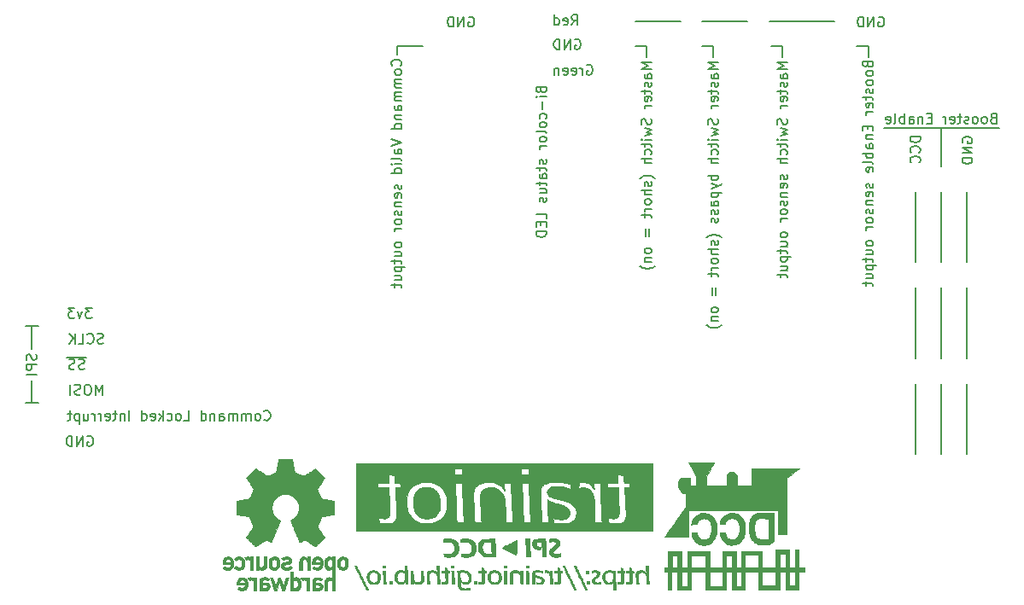
<source format=gbo>
G04 #@! TF.FileFunction,Legend,Bot*
%FSLAX46Y46*%
G04 Gerber Fmt 4.6, Leading zero omitted, Abs format (unit mm)*
G04 Created by KiCad (PCBNEW 4.0.5) date 03/30/17 16:26:28*
%MOMM*%
%LPD*%
G01*
G04 APERTURE LIST*
%ADD10C,0.100000*%
%ADD11C,0.200000*%
%ADD12C,0.150000*%
%ADD13C,0.010000*%
G04 APERTURE END LIST*
D10*
D11*
X138430000Y-90932000D02*
X138430000Y-91821000D01*
X140970000Y-90932000D02*
X138430000Y-90932000D01*
D12*
X138787143Y-92884524D02*
X138834762Y-92836905D01*
X138882381Y-92694048D01*
X138882381Y-92598810D01*
X138834762Y-92455952D01*
X138739524Y-92360714D01*
X138644286Y-92313095D01*
X138453810Y-92265476D01*
X138310952Y-92265476D01*
X138120476Y-92313095D01*
X138025238Y-92360714D01*
X137930000Y-92455952D01*
X137882381Y-92598810D01*
X137882381Y-92694048D01*
X137930000Y-92836905D01*
X137977619Y-92884524D01*
X138882381Y-93455952D02*
X138834762Y-93360714D01*
X138787143Y-93313095D01*
X138691905Y-93265476D01*
X138406190Y-93265476D01*
X138310952Y-93313095D01*
X138263333Y-93360714D01*
X138215714Y-93455952D01*
X138215714Y-93598810D01*
X138263333Y-93694048D01*
X138310952Y-93741667D01*
X138406190Y-93789286D01*
X138691905Y-93789286D01*
X138787143Y-93741667D01*
X138834762Y-93694048D01*
X138882381Y-93598810D01*
X138882381Y-93455952D01*
X138882381Y-94217857D02*
X138215714Y-94217857D01*
X138310952Y-94217857D02*
X138263333Y-94265476D01*
X138215714Y-94360714D01*
X138215714Y-94503572D01*
X138263333Y-94598810D01*
X138358571Y-94646429D01*
X138882381Y-94646429D01*
X138358571Y-94646429D02*
X138263333Y-94694048D01*
X138215714Y-94789286D01*
X138215714Y-94932143D01*
X138263333Y-95027381D01*
X138358571Y-95075000D01*
X138882381Y-95075000D01*
X138882381Y-95551190D02*
X138215714Y-95551190D01*
X138310952Y-95551190D02*
X138263333Y-95598809D01*
X138215714Y-95694047D01*
X138215714Y-95836905D01*
X138263333Y-95932143D01*
X138358571Y-95979762D01*
X138882381Y-95979762D01*
X138358571Y-95979762D02*
X138263333Y-96027381D01*
X138215714Y-96122619D01*
X138215714Y-96265476D01*
X138263333Y-96360714D01*
X138358571Y-96408333D01*
X138882381Y-96408333D01*
X138882381Y-97313095D02*
X138358571Y-97313095D01*
X138263333Y-97265476D01*
X138215714Y-97170238D01*
X138215714Y-96979761D01*
X138263333Y-96884523D01*
X138834762Y-97313095D02*
X138882381Y-97217857D01*
X138882381Y-96979761D01*
X138834762Y-96884523D01*
X138739524Y-96836904D01*
X138644286Y-96836904D01*
X138549048Y-96884523D01*
X138501429Y-96979761D01*
X138501429Y-97217857D01*
X138453810Y-97313095D01*
X138215714Y-97789285D02*
X138882381Y-97789285D01*
X138310952Y-97789285D02*
X138263333Y-97836904D01*
X138215714Y-97932142D01*
X138215714Y-98075000D01*
X138263333Y-98170238D01*
X138358571Y-98217857D01*
X138882381Y-98217857D01*
X138882381Y-99122619D02*
X137882381Y-99122619D01*
X138834762Y-99122619D02*
X138882381Y-99027381D01*
X138882381Y-98836904D01*
X138834762Y-98741666D01*
X138787143Y-98694047D01*
X138691905Y-98646428D01*
X138406190Y-98646428D01*
X138310952Y-98694047D01*
X138263333Y-98741666D01*
X138215714Y-98836904D01*
X138215714Y-99027381D01*
X138263333Y-99122619D01*
X137882381Y-100217857D02*
X138882381Y-100551190D01*
X137882381Y-100884524D01*
X138882381Y-101646429D02*
X138358571Y-101646429D01*
X138263333Y-101598810D01*
X138215714Y-101503572D01*
X138215714Y-101313095D01*
X138263333Y-101217857D01*
X138834762Y-101646429D02*
X138882381Y-101551191D01*
X138882381Y-101313095D01*
X138834762Y-101217857D01*
X138739524Y-101170238D01*
X138644286Y-101170238D01*
X138549048Y-101217857D01*
X138501429Y-101313095D01*
X138501429Y-101551191D01*
X138453810Y-101646429D01*
X138882381Y-102265476D02*
X138834762Y-102170238D01*
X138739524Y-102122619D01*
X137882381Y-102122619D01*
X138882381Y-102646429D02*
X138215714Y-102646429D01*
X137882381Y-102646429D02*
X137930000Y-102598810D01*
X137977619Y-102646429D01*
X137930000Y-102694048D01*
X137882381Y-102646429D01*
X137977619Y-102646429D01*
X138882381Y-103551191D02*
X137882381Y-103551191D01*
X138834762Y-103551191D02*
X138882381Y-103455953D01*
X138882381Y-103265476D01*
X138834762Y-103170238D01*
X138787143Y-103122619D01*
X138691905Y-103075000D01*
X138406190Y-103075000D01*
X138310952Y-103122619D01*
X138263333Y-103170238D01*
X138215714Y-103265476D01*
X138215714Y-103455953D01*
X138263333Y-103551191D01*
X138834762Y-104741667D02*
X138882381Y-104836905D01*
X138882381Y-105027381D01*
X138834762Y-105122620D01*
X138739524Y-105170239D01*
X138691905Y-105170239D01*
X138596667Y-105122620D01*
X138549048Y-105027381D01*
X138549048Y-104884524D01*
X138501429Y-104789286D01*
X138406190Y-104741667D01*
X138358571Y-104741667D01*
X138263333Y-104789286D01*
X138215714Y-104884524D01*
X138215714Y-105027381D01*
X138263333Y-105122620D01*
X138834762Y-105979763D02*
X138882381Y-105884525D01*
X138882381Y-105694048D01*
X138834762Y-105598810D01*
X138739524Y-105551191D01*
X138358571Y-105551191D01*
X138263333Y-105598810D01*
X138215714Y-105694048D01*
X138215714Y-105884525D01*
X138263333Y-105979763D01*
X138358571Y-106027382D01*
X138453810Y-106027382D01*
X138549048Y-105551191D01*
X138215714Y-106455953D02*
X138882381Y-106455953D01*
X138310952Y-106455953D02*
X138263333Y-106503572D01*
X138215714Y-106598810D01*
X138215714Y-106741668D01*
X138263333Y-106836906D01*
X138358571Y-106884525D01*
X138882381Y-106884525D01*
X138834762Y-107313096D02*
X138882381Y-107408334D01*
X138882381Y-107598810D01*
X138834762Y-107694049D01*
X138739524Y-107741668D01*
X138691905Y-107741668D01*
X138596667Y-107694049D01*
X138549048Y-107598810D01*
X138549048Y-107455953D01*
X138501429Y-107360715D01*
X138406190Y-107313096D01*
X138358571Y-107313096D01*
X138263333Y-107360715D01*
X138215714Y-107455953D01*
X138215714Y-107598810D01*
X138263333Y-107694049D01*
X138882381Y-108313096D02*
X138834762Y-108217858D01*
X138787143Y-108170239D01*
X138691905Y-108122620D01*
X138406190Y-108122620D01*
X138310952Y-108170239D01*
X138263333Y-108217858D01*
X138215714Y-108313096D01*
X138215714Y-108455954D01*
X138263333Y-108551192D01*
X138310952Y-108598811D01*
X138406190Y-108646430D01*
X138691905Y-108646430D01*
X138787143Y-108598811D01*
X138834762Y-108551192D01*
X138882381Y-108455954D01*
X138882381Y-108313096D01*
X138882381Y-109075001D02*
X138215714Y-109075001D01*
X138406190Y-109075001D02*
X138310952Y-109122620D01*
X138263333Y-109170239D01*
X138215714Y-109265477D01*
X138215714Y-109360716D01*
X138882381Y-110598811D02*
X138834762Y-110503573D01*
X138787143Y-110455954D01*
X138691905Y-110408335D01*
X138406190Y-110408335D01*
X138310952Y-110455954D01*
X138263333Y-110503573D01*
X138215714Y-110598811D01*
X138215714Y-110741669D01*
X138263333Y-110836907D01*
X138310952Y-110884526D01*
X138406190Y-110932145D01*
X138691905Y-110932145D01*
X138787143Y-110884526D01*
X138834762Y-110836907D01*
X138882381Y-110741669D01*
X138882381Y-110598811D01*
X138215714Y-111789288D02*
X138882381Y-111789288D01*
X138215714Y-111360716D02*
X138739524Y-111360716D01*
X138834762Y-111408335D01*
X138882381Y-111503573D01*
X138882381Y-111646431D01*
X138834762Y-111741669D01*
X138787143Y-111789288D01*
X138215714Y-112122621D02*
X138215714Y-112503573D01*
X137882381Y-112265478D02*
X138739524Y-112265478D01*
X138834762Y-112313097D01*
X138882381Y-112408335D01*
X138882381Y-112503573D01*
X138215714Y-112836907D02*
X139215714Y-112836907D01*
X138263333Y-112836907D02*
X138215714Y-112932145D01*
X138215714Y-113122622D01*
X138263333Y-113217860D01*
X138310952Y-113265479D01*
X138406190Y-113313098D01*
X138691905Y-113313098D01*
X138787143Y-113265479D01*
X138834762Y-113217860D01*
X138882381Y-113122622D01*
X138882381Y-112932145D01*
X138834762Y-112836907D01*
X138215714Y-114170241D02*
X138882381Y-114170241D01*
X138215714Y-113741669D02*
X138739524Y-113741669D01*
X138834762Y-113789288D01*
X138882381Y-113884526D01*
X138882381Y-114027384D01*
X138834762Y-114122622D01*
X138787143Y-114170241D01*
X138215714Y-114503574D02*
X138215714Y-114884526D01*
X137882381Y-114646431D02*
X138739524Y-114646431D01*
X138834762Y-114694050D01*
X138882381Y-114789288D01*
X138882381Y-114884526D01*
D11*
X198120000Y-99060000D02*
X186690000Y-99060000D01*
X192405000Y-99060000D02*
X192405000Y-102870000D01*
X185166000Y-90932000D02*
X185166000Y-92075000D01*
X184023000Y-90932000D02*
X185166000Y-90932000D01*
X176657000Y-90932000D02*
X176657000Y-92075000D01*
X175514000Y-90932000D02*
X176657000Y-90932000D01*
X169799000Y-90932000D02*
X169799000Y-92075000D01*
X168656000Y-90932000D02*
X169799000Y-90932000D01*
X163195000Y-90932000D02*
X163195000Y-92075000D01*
X162052000Y-90932000D02*
X163195000Y-90932000D01*
D12*
X157273191Y-92845000D02*
X157368429Y-92797381D01*
X157511286Y-92797381D01*
X157654144Y-92845000D01*
X157749382Y-92940238D01*
X157797001Y-93035476D01*
X157844620Y-93225952D01*
X157844620Y-93368810D01*
X157797001Y-93559286D01*
X157749382Y-93654524D01*
X157654144Y-93749762D01*
X157511286Y-93797381D01*
X157416048Y-93797381D01*
X157273191Y-93749762D01*
X157225572Y-93702143D01*
X157225572Y-93368810D01*
X157416048Y-93368810D01*
X156797001Y-93797381D02*
X156797001Y-93130714D01*
X156797001Y-93321190D02*
X156749382Y-93225952D01*
X156701763Y-93178333D01*
X156606525Y-93130714D01*
X156511286Y-93130714D01*
X155797000Y-93749762D02*
X155892238Y-93797381D01*
X156082715Y-93797381D01*
X156177953Y-93749762D01*
X156225572Y-93654524D01*
X156225572Y-93273571D01*
X156177953Y-93178333D01*
X156082715Y-93130714D01*
X155892238Y-93130714D01*
X155797000Y-93178333D01*
X155749381Y-93273571D01*
X155749381Y-93368810D01*
X156225572Y-93464048D01*
X154939857Y-93749762D02*
X155035095Y-93797381D01*
X155225572Y-93797381D01*
X155320810Y-93749762D01*
X155368429Y-93654524D01*
X155368429Y-93273571D01*
X155320810Y-93178333D01*
X155225572Y-93130714D01*
X155035095Y-93130714D01*
X154939857Y-93178333D01*
X154892238Y-93273571D01*
X154892238Y-93368810D01*
X155368429Y-93464048D01*
X154463667Y-93130714D02*
X154463667Y-93797381D01*
X154463667Y-93225952D02*
X154416048Y-93178333D01*
X154320810Y-93130714D01*
X154177952Y-93130714D01*
X154082714Y-93178333D01*
X154035095Y-93273571D01*
X154035095Y-93797381D01*
X156082714Y-90305000D02*
X156177952Y-90257381D01*
X156320809Y-90257381D01*
X156463667Y-90305000D01*
X156558905Y-90400238D01*
X156606524Y-90495476D01*
X156654143Y-90685952D01*
X156654143Y-90828810D01*
X156606524Y-91019286D01*
X156558905Y-91114524D01*
X156463667Y-91209762D01*
X156320809Y-91257381D01*
X156225571Y-91257381D01*
X156082714Y-91209762D01*
X156035095Y-91162143D01*
X156035095Y-90828810D01*
X156225571Y-90828810D01*
X155606524Y-91257381D02*
X155606524Y-90257381D01*
X155035095Y-91257381D01*
X155035095Y-90257381D01*
X154558905Y-91257381D02*
X154558905Y-90257381D01*
X154320810Y-90257381D01*
X154177952Y-90305000D01*
X154082714Y-90400238D01*
X154035095Y-90495476D01*
X153987476Y-90685952D01*
X153987476Y-90828810D01*
X154035095Y-91019286D01*
X154082714Y-91114524D01*
X154177952Y-91209762D01*
X154320810Y-91257381D01*
X154558905Y-91257381D01*
X155749381Y-88844381D02*
X156082715Y-88368190D01*
X156320810Y-88844381D02*
X156320810Y-87844381D01*
X155939857Y-87844381D01*
X155844619Y-87892000D01*
X155797000Y-87939619D01*
X155749381Y-88034857D01*
X155749381Y-88177714D01*
X155797000Y-88272952D01*
X155844619Y-88320571D01*
X155939857Y-88368190D01*
X156320810Y-88368190D01*
X154939857Y-88796762D02*
X155035095Y-88844381D01*
X155225572Y-88844381D01*
X155320810Y-88796762D01*
X155368429Y-88701524D01*
X155368429Y-88320571D01*
X155320810Y-88225333D01*
X155225572Y-88177714D01*
X155035095Y-88177714D01*
X154939857Y-88225333D01*
X154892238Y-88320571D01*
X154892238Y-88415810D01*
X155368429Y-88511048D01*
X154035095Y-88844381D02*
X154035095Y-87844381D01*
X154035095Y-88796762D02*
X154130333Y-88844381D01*
X154320810Y-88844381D01*
X154416048Y-88796762D01*
X154463667Y-88749143D01*
X154511286Y-88653905D01*
X154511286Y-88368190D01*
X154463667Y-88272952D01*
X154416048Y-88225333D01*
X154320810Y-88177714D01*
X154130333Y-88177714D01*
X154035095Y-88225333D01*
X152709571Y-95313429D02*
X152757190Y-95456286D01*
X152804810Y-95503905D01*
X152900048Y-95551524D01*
X153042905Y-95551524D01*
X153138143Y-95503905D01*
X153185762Y-95456286D01*
X153233381Y-95361048D01*
X153233381Y-94980095D01*
X152233381Y-94980095D01*
X152233381Y-95313429D01*
X152281000Y-95408667D01*
X152328619Y-95456286D01*
X152423857Y-95503905D01*
X152519095Y-95503905D01*
X152614333Y-95456286D01*
X152661952Y-95408667D01*
X152709571Y-95313429D01*
X152709571Y-94980095D01*
X153233381Y-95980095D02*
X152566714Y-95980095D01*
X152233381Y-95980095D02*
X152281000Y-95932476D01*
X152328619Y-95980095D01*
X152281000Y-96027714D01*
X152233381Y-95980095D01*
X152328619Y-95980095D01*
X152852429Y-96456285D02*
X152852429Y-97218190D01*
X153185762Y-98122952D02*
X153233381Y-98027714D01*
X153233381Y-97837237D01*
X153185762Y-97741999D01*
X153138143Y-97694380D01*
X153042905Y-97646761D01*
X152757190Y-97646761D01*
X152661952Y-97694380D01*
X152614333Y-97741999D01*
X152566714Y-97837237D01*
X152566714Y-98027714D01*
X152614333Y-98122952D01*
X153233381Y-98694380D02*
X153185762Y-98599142D01*
X153138143Y-98551523D01*
X153042905Y-98503904D01*
X152757190Y-98503904D01*
X152661952Y-98551523D01*
X152614333Y-98599142D01*
X152566714Y-98694380D01*
X152566714Y-98837238D01*
X152614333Y-98932476D01*
X152661952Y-98980095D01*
X152757190Y-99027714D01*
X153042905Y-99027714D01*
X153138143Y-98980095D01*
X153185762Y-98932476D01*
X153233381Y-98837238D01*
X153233381Y-98694380D01*
X153233381Y-99599142D02*
X153185762Y-99503904D01*
X153090524Y-99456285D01*
X152233381Y-99456285D01*
X153233381Y-100122952D02*
X153185762Y-100027714D01*
X153138143Y-99980095D01*
X153042905Y-99932476D01*
X152757190Y-99932476D01*
X152661952Y-99980095D01*
X152614333Y-100027714D01*
X152566714Y-100122952D01*
X152566714Y-100265810D01*
X152614333Y-100361048D01*
X152661952Y-100408667D01*
X152757190Y-100456286D01*
X153042905Y-100456286D01*
X153138143Y-100408667D01*
X153185762Y-100361048D01*
X153233381Y-100265810D01*
X153233381Y-100122952D01*
X153233381Y-100884857D02*
X152566714Y-100884857D01*
X152757190Y-100884857D02*
X152661952Y-100932476D01*
X152614333Y-100980095D01*
X152566714Y-101075333D01*
X152566714Y-101170572D01*
X153185762Y-102218191D02*
X153233381Y-102313429D01*
X153233381Y-102503905D01*
X153185762Y-102599144D01*
X153090524Y-102646763D01*
X153042905Y-102646763D01*
X152947667Y-102599144D01*
X152900048Y-102503905D01*
X152900048Y-102361048D01*
X152852429Y-102265810D01*
X152757190Y-102218191D01*
X152709571Y-102218191D01*
X152614333Y-102265810D01*
X152566714Y-102361048D01*
X152566714Y-102503905D01*
X152614333Y-102599144D01*
X152566714Y-102932477D02*
X152566714Y-103313429D01*
X152233381Y-103075334D02*
X153090524Y-103075334D01*
X153185762Y-103122953D01*
X153233381Y-103218191D01*
X153233381Y-103313429D01*
X153233381Y-104075335D02*
X152709571Y-104075335D01*
X152614333Y-104027716D01*
X152566714Y-103932478D01*
X152566714Y-103742001D01*
X152614333Y-103646763D01*
X153185762Y-104075335D02*
X153233381Y-103980097D01*
X153233381Y-103742001D01*
X153185762Y-103646763D01*
X153090524Y-103599144D01*
X152995286Y-103599144D01*
X152900048Y-103646763D01*
X152852429Y-103742001D01*
X152852429Y-103980097D01*
X152804810Y-104075335D01*
X152566714Y-104408668D02*
X152566714Y-104789620D01*
X152233381Y-104551525D02*
X153090524Y-104551525D01*
X153185762Y-104599144D01*
X153233381Y-104694382D01*
X153233381Y-104789620D01*
X152566714Y-105551526D02*
X153233381Y-105551526D01*
X152566714Y-105122954D02*
X153090524Y-105122954D01*
X153185762Y-105170573D01*
X153233381Y-105265811D01*
X153233381Y-105408669D01*
X153185762Y-105503907D01*
X153138143Y-105551526D01*
X153185762Y-105980097D02*
X153233381Y-106075335D01*
X153233381Y-106265811D01*
X153185762Y-106361050D01*
X153090524Y-106408669D01*
X153042905Y-106408669D01*
X152947667Y-106361050D01*
X152900048Y-106265811D01*
X152900048Y-106122954D01*
X152852429Y-106027716D01*
X152757190Y-105980097D01*
X152709571Y-105980097D01*
X152614333Y-106027716D01*
X152566714Y-106122954D01*
X152566714Y-106265811D01*
X152614333Y-106361050D01*
X153233381Y-108075336D02*
X153233381Y-107599145D01*
X152233381Y-107599145D01*
X152709571Y-108408669D02*
X152709571Y-108742003D01*
X153233381Y-108884860D02*
X153233381Y-108408669D01*
X152233381Y-108408669D01*
X152233381Y-108884860D01*
X153233381Y-109313431D02*
X152233381Y-109313431D01*
X152233381Y-109551526D01*
X152281000Y-109694384D01*
X152376238Y-109789622D01*
X152471476Y-109837241D01*
X152661952Y-109884860D01*
X152804810Y-109884860D01*
X152995286Y-109837241D01*
X153090524Y-109789622D01*
X153185762Y-109694384D01*
X153233381Y-109551526D01*
X153233381Y-109313431D01*
X163647381Y-92567095D02*
X162647381Y-92567095D01*
X163361667Y-92900429D01*
X162647381Y-93233762D01*
X163647381Y-93233762D01*
X163647381Y-94138524D02*
X163123571Y-94138524D01*
X163028333Y-94090905D01*
X162980714Y-93995667D01*
X162980714Y-93805190D01*
X163028333Y-93709952D01*
X163599762Y-94138524D02*
X163647381Y-94043286D01*
X163647381Y-93805190D01*
X163599762Y-93709952D01*
X163504524Y-93662333D01*
X163409286Y-93662333D01*
X163314048Y-93709952D01*
X163266429Y-93805190D01*
X163266429Y-94043286D01*
X163218810Y-94138524D01*
X163599762Y-94567095D02*
X163647381Y-94662333D01*
X163647381Y-94852809D01*
X163599762Y-94948048D01*
X163504524Y-94995667D01*
X163456905Y-94995667D01*
X163361667Y-94948048D01*
X163314048Y-94852809D01*
X163314048Y-94709952D01*
X163266429Y-94614714D01*
X163171190Y-94567095D01*
X163123571Y-94567095D01*
X163028333Y-94614714D01*
X162980714Y-94709952D01*
X162980714Y-94852809D01*
X163028333Y-94948048D01*
X162980714Y-95281381D02*
X162980714Y-95662333D01*
X162647381Y-95424238D02*
X163504524Y-95424238D01*
X163599762Y-95471857D01*
X163647381Y-95567095D01*
X163647381Y-95662333D01*
X163599762Y-96376620D02*
X163647381Y-96281382D01*
X163647381Y-96090905D01*
X163599762Y-95995667D01*
X163504524Y-95948048D01*
X163123571Y-95948048D01*
X163028333Y-95995667D01*
X162980714Y-96090905D01*
X162980714Y-96281382D01*
X163028333Y-96376620D01*
X163123571Y-96424239D01*
X163218810Y-96424239D01*
X163314048Y-95948048D01*
X163647381Y-96852810D02*
X162980714Y-96852810D01*
X163171190Y-96852810D02*
X163075952Y-96900429D01*
X163028333Y-96948048D01*
X162980714Y-97043286D01*
X162980714Y-97138525D01*
X163599762Y-98186144D02*
X163647381Y-98329001D01*
X163647381Y-98567097D01*
X163599762Y-98662335D01*
X163552143Y-98709954D01*
X163456905Y-98757573D01*
X163361667Y-98757573D01*
X163266429Y-98709954D01*
X163218810Y-98662335D01*
X163171190Y-98567097D01*
X163123571Y-98376620D01*
X163075952Y-98281382D01*
X163028333Y-98233763D01*
X162933095Y-98186144D01*
X162837857Y-98186144D01*
X162742619Y-98233763D01*
X162695000Y-98281382D01*
X162647381Y-98376620D01*
X162647381Y-98614716D01*
X162695000Y-98757573D01*
X162980714Y-99090906D02*
X163647381Y-99281382D01*
X163171190Y-99471859D01*
X163647381Y-99662335D01*
X162980714Y-99852811D01*
X163647381Y-100233763D02*
X162980714Y-100233763D01*
X162647381Y-100233763D02*
X162695000Y-100186144D01*
X162742619Y-100233763D01*
X162695000Y-100281382D01*
X162647381Y-100233763D01*
X162742619Y-100233763D01*
X162980714Y-100567096D02*
X162980714Y-100948048D01*
X162647381Y-100709953D02*
X163504524Y-100709953D01*
X163599762Y-100757572D01*
X163647381Y-100852810D01*
X163647381Y-100948048D01*
X163599762Y-101709954D02*
X163647381Y-101614716D01*
X163647381Y-101424239D01*
X163599762Y-101329001D01*
X163552143Y-101281382D01*
X163456905Y-101233763D01*
X163171190Y-101233763D01*
X163075952Y-101281382D01*
X163028333Y-101329001D01*
X162980714Y-101424239D01*
X162980714Y-101614716D01*
X163028333Y-101709954D01*
X163647381Y-102138525D02*
X162647381Y-102138525D01*
X163647381Y-102567097D02*
X163123571Y-102567097D01*
X163028333Y-102519478D01*
X162980714Y-102424240D01*
X162980714Y-102281382D01*
X163028333Y-102186144D01*
X163075952Y-102138525D01*
X164028333Y-104090907D02*
X163980714Y-104043287D01*
X163837857Y-103948049D01*
X163742619Y-103900430D01*
X163599762Y-103852811D01*
X163361667Y-103805192D01*
X163171190Y-103805192D01*
X162933095Y-103852811D01*
X162790238Y-103900430D01*
X162695000Y-103948049D01*
X162552143Y-104043287D01*
X162504524Y-104090907D01*
X163599762Y-104424240D02*
X163647381Y-104519478D01*
X163647381Y-104709954D01*
X163599762Y-104805193D01*
X163504524Y-104852812D01*
X163456905Y-104852812D01*
X163361667Y-104805193D01*
X163314048Y-104709954D01*
X163314048Y-104567097D01*
X163266429Y-104471859D01*
X163171190Y-104424240D01*
X163123571Y-104424240D01*
X163028333Y-104471859D01*
X162980714Y-104567097D01*
X162980714Y-104709954D01*
X163028333Y-104805193D01*
X163647381Y-105281383D02*
X162647381Y-105281383D01*
X163647381Y-105709955D02*
X163123571Y-105709955D01*
X163028333Y-105662336D01*
X162980714Y-105567098D01*
X162980714Y-105424240D01*
X163028333Y-105329002D01*
X163075952Y-105281383D01*
X163647381Y-106329002D02*
X163599762Y-106233764D01*
X163552143Y-106186145D01*
X163456905Y-106138526D01*
X163171190Y-106138526D01*
X163075952Y-106186145D01*
X163028333Y-106233764D01*
X162980714Y-106329002D01*
X162980714Y-106471860D01*
X163028333Y-106567098D01*
X163075952Y-106614717D01*
X163171190Y-106662336D01*
X163456905Y-106662336D01*
X163552143Y-106614717D01*
X163599762Y-106567098D01*
X163647381Y-106471860D01*
X163647381Y-106329002D01*
X163647381Y-107090907D02*
X162980714Y-107090907D01*
X163171190Y-107090907D02*
X163075952Y-107138526D01*
X163028333Y-107186145D01*
X162980714Y-107281383D01*
X162980714Y-107376622D01*
X162980714Y-107567098D02*
X162980714Y-107948050D01*
X162647381Y-107709955D02*
X163504524Y-107709955D01*
X163599762Y-107757574D01*
X163647381Y-107852812D01*
X163647381Y-107948050D01*
X163123571Y-109043289D02*
X163123571Y-109805194D01*
X163409286Y-109805194D02*
X163409286Y-109043289D01*
X163647381Y-111186146D02*
X163599762Y-111090908D01*
X163552143Y-111043289D01*
X163456905Y-110995670D01*
X163171190Y-110995670D01*
X163075952Y-111043289D01*
X163028333Y-111090908D01*
X162980714Y-111186146D01*
X162980714Y-111329004D01*
X163028333Y-111424242D01*
X163075952Y-111471861D01*
X163171190Y-111519480D01*
X163456905Y-111519480D01*
X163552143Y-111471861D01*
X163599762Y-111424242D01*
X163647381Y-111329004D01*
X163647381Y-111186146D01*
X162980714Y-111948051D02*
X163647381Y-111948051D01*
X163075952Y-111948051D02*
X163028333Y-111995670D01*
X162980714Y-112090908D01*
X162980714Y-112233766D01*
X163028333Y-112329004D01*
X163123571Y-112376623D01*
X163647381Y-112376623D01*
X164028333Y-112757575D02*
X163980714Y-112805194D01*
X163837857Y-112900432D01*
X163742619Y-112948051D01*
X163599762Y-112995670D01*
X163361667Y-113043289D01*
X163171190Y-113043289D01*
X162933095Y-112995670D01*
X162790238Y-112948051D01*
X162695000Y-112900432D01*
X162552143Y-112805194D01*
X162504524Y-112757575D01*
X170251381Y-92567095D02*
X169251381Y-92567095D01*
X169965667Y-92900429D01*
X169251381Y-93233762D01*
X170251381Y-93233762D01*
X170251381Y-94138524D02*
X169727571Y-94138524D01*
X169632333Y-94090905D01*
X169584714Y-93995667D01*
X169584714Y-93805190D01*
X169632333Y-93709952D01*
X170203762Y-94138524D02*
X170251381Y-94043286D01*
X170251381Y-93805190D01*
X170203762Y-93709952D01*
X170108524Y-93662333D01*
X170013286Y-93662333D01*
X169918048Y-93709952D01*
X169870429Y-93805190D01*
X169870429Y-94043286D01*
X169822810Y-94138524D01*
X170203762Y-94567095D02*
X170251381Y-94662333D01*
X170251381Y-94852809D01*
X170203762Y-94948048D01*
X170108524Y-94995667D01*
X170060905Y-94995667D01*
X169965667Y-94948048D01*
X169918048Y-94852809D01*
X169918048Y-94709952D01*
X169870429Y-94614714D01*
X169775190Y-94567095D01*
X169727571Y-94567095D01*
X169632333Y-94614714D01*
X169584714Y-94709952D01*
X169584714Y-94852809D01*
X169632333Y-94948048D01*
X169584714Y-95281381D02*
X169584714Y-95662333D01*
X169251381Y-95424238D02*
X170108524Y-95424238D01*
X170203762Y-95471857D01*
X170251381Y-95567095D01*
X170251381Y-95662333D01*
X170203762Y-96376620D02*
X170251381Y-96281382D01*
X170251381Y-96090905D01*
X170203762Y-95995667D01*
X170108524Y-95948048D01*
X169727571Y-95948048D01*
X169632333Y-95995667D01*
X169584714Y-96090905D01*
X169584714Y-96281382D01*
X169632333Y-96376620D01*
X169727571Y-96424239D01*
X169822810Y-96424239D01*
X169918048Y-95948048D01*
X170251381Y-96852810D02*
X169584714Y-96852810D01*
X169775190Y-96852810D02*
X169679952Y-96900429D01*
X169632333Y-96948048D01*
X169584714Y-97043286D01*
X169584714Y-97138525D01*
X170203762Y-98186144D02*
X170251381Y-98329001D01*
X170251381Y-98567097D01*
X170203762Y-98662335D01*
X170156143Y-98709954D01*
X170060905Y-98757573D01*
X169965667Y-98757573D01*
X169870429Y-98709954D01*
X169822810Y-98662335D01*
X169775190Y-98567097D01*
X169727571Y-98376620D01*
X169679952Y-98281382D01*
X169632333Y-98233763D01*
X169537095Y-98186144D01*
X169441857Y-98186144D01*
X169346619Y-98233763D01*
X169299000Y-98281382D01*
X169251381Y-98376620D01*
X169251381Y-98614716D01*
X169299000Y-98757573D01*
X169584714Y-99090906D02*
X170251381Y-99281382D01*
X169775190Y-99471859D01*
X170251381Y-99662335D01*
X169584714Y-99852811D01*
X170251381Y-100233763D02*
X169584714Y-100233763D01*
X169251381Y-100233763D02*
X169299000Y-100186144D01*
X169346619Y-100233763D01*
X169299000Y-100281382D01*
X169251381Y-100233763D01*
X169346619Y-100233763D01*
X169584714Y-100567096D02*
X169584714Y-100948048D01*
X169251381Y-100709953D02*
X170108524Y-100709953D01*
X170203762Y-100757572D01*
X170251381Y-100852810D01*
X170251381Y-100948048D01*
X170203762Y-101709954D02*
X170251381Y-101614716D01*
X170251381Y-101424239D01*
X170203762Y-101329001D01*
X170156143Y-101281382D01*
X170060905Y-101233763D01*
X169775190Y-101233763D01*
X169679952Y-101281382D01*
X169632333Y-101329001D01*
X169584714Y-101424239D01*
X169584714Y-101614716D01*
X169632333Y-101709954D01*
X170251381Y-102138525D02*
X169251381Y-102138525D01*
X170251381Y-102567097D02*
X169727571Y-102567097D01*
X169632333Y-102519478D01*
X169584714Y-102424240D01*
X169584714Y-102281382D01*
X169632333Y-102186144D01*
X169679952Y-102138525D01*
X170251381Y-103805192D02*
X169251381Y-103805192D01*
X169632333Y-103805192D02*
X169584714Y-103900430D01*
X169584714Y-104090907D01*
X169632333Y-104186145D01*
X169679952Y-104233764D01*
X169775190Y-104281383D01*
X170060905Y-104281383D01*
X170156143Y-104233764D01*
X170203762Y-104186145D01*
X170251381Y-104090907D01*
X170251381Y-103900430D01*
X170203762Y-103805192D01*
X169584714Y-104614716D02*
X170251381Y-104852811D01*
X169584714Y-105090907D02*
X170251381Y-104852811D01*
X170489476Y-104757573D01*
X170537095Y-104709954D01*
X170584714Y-104614716D01*
X169584714Y-105471859D02*
X170584714Y-105471859D01*
X169632333Y-105471859D02*
X169584714Y-105567097D01*
X169584714Y-105757574D01*
X169632333Y-105852812D01*
X169679952Y-105900431D01*
X169775190Y-105948050D01*
X170060905Y-105948050D01*
X170156143Y-105900431D01*
X170203762Y-105852812D01*
X170251381Y-105757574D01*
X170251381Y-105567097D01*
X170203762Y-105471859D01*
X170251381Y-106805193D02*
X169727571Y-106805193D01*
X169632333Y-106757574D01*
X169584714Y-106662336D01*
X169584714Y-106471859D01*
X169632333Y-106376621D01*
X170203762Y-106805193D02*
X170251381Y-106709955D01*
X170251381Y-106471859D01*
X170203762Y-106376621D01*
X170108524Y-106329002D01*
X170013286Y-106329002D01*
X169918048Y-106376621D01*
X169870429Y-106471859D01*
X169870429Y-106709955D01*
X169822810Y-106805193D01*
X170203762Y-107233764D02*
X170251381Y-107329002D01*
X170251381Y-107519478D01*
X170203762Y-107614717D01*
X170108524Y-107662336D01*
X170060905Y-107662336D01*
X169965667Y-107614717D01*
X169918048Y-107519478D01*
X169918048Y-107376621D01*
X169870429Y-107281383D01*
X169775190Y-107233764D01*
X169727571Y-107233764D01*
X169632333Y-107281383D01*
X169584714Y-107376621D01*
X169584714Y-107519478D01*
X169632333Y-107614717D01*
X170203762Y-108043288D02*
X170251381Y-108138526D01*
X170251381Y-108329002D01*
X170203762Y-108424241D01*
X170108524Y-108471860D01*
X170060905Y-108471860D01*
X169965667Y-108424241D01*
X169918048Y-108329002D01*
X169918048Y-108186145D01*
X169870429Y-108090907D01*
X169775190Y-108043288D01*
X169727571Y-108043288D01*
X169632333Y-108090907D01*
X169584714Y-108186145D01*
X169584714Y-108329002D01*
X169632333Y-108424241D01*
X170632333Y-109948051D02*
X170584714Y-109900431D01*
X170441857Y-109805193D01*
X170346619Y-109757574D01*
X170203762Y-109709955D01*
X169965667Y-109662336D01*
X169775190Y-109662336D01*
X169537095Y-109709955D01*
X169394238Y-109757574D01*
X169299000Y-109805193D01*
X169156143Y-109900431D01*
X169108524Y-109948051D01*
X170203762Y-110281384D02*
X170251381Y-110376622D01*
X170251381Y-110567098D01*
X170203762Y-110662337D01*
X170108524Y-110709956D01*
X170060905Y-110709956D01*
X169965667Y-110662337D01*
X169918048Y-110567098D01*
X169918048Y-110424241D01*
X169870429Y-110329003D01*
X169775190Y-110281384D01*
X169727571Y-110281384D01*
X169632333Y-110329003D01*
X169584714Y-110424241D01*
X169584714Y-110567098D01*
X169632333Y-110662337D01*
X170251381Y-111138527D02*
X169251381Y-111138527D01*
X170251381Y-111567099D02*
X169727571Y-111567099D01*
X169632333Y-111519480D01*
X169584714Y-111424242D01*
X169584714Y-111281384D01*
X169632333Y-111186146D01*
X169679952Y-111138527D01*
X170251381Y-112186146D02*
X170203762Y-112090908D01*
X170156143Y-112043289D01*
X170060905Y-111995670D01*
X169775190Y-111995670D01*
X169679952Y-112043289D01*
X169632333Y-112090908D01*
X169584714Y-112186146D01*
X169584714Y-112329004D01*
X169632333Y-112424242D01*
X169679952Y-112471861D01*
X169775190Y-112519480D01*
X170060905Y-112519480D01*
X170156143Y-112471861D01*
X170203762Y-112424242D01*
X170251381Y-112329004D01*
X170251381Y-112186146D01*
X170251381Y-112948051D02*
X169584714Y-112948051D01*
X169775190Y-112948051D02*
X169679952Y-112995670D01*
X169632333Y-113043289D01*
X169584714Y-113138527D01*
X169584714Y-113233766D01*
X169584714Y-113424242D02*
X169584714Y-113805194D01*
X169251381Y-113567099D02*
X170108524Y-113567099D01*
X170203762Y-113614718D01*
X170251381Y-113709956D01*
X170251381Y-113805194D01*
X169727571Y-114900433D02*
X169727571Y-115662338D01*
X170013286Y-115662338D02*
X170013286Y-114900433D01*
X170251381Y-117043290D02*
X170203762Y-116948052D01*
X170156143Y-116900433D01*
X170060905Y-116852814D01*
X169775190Y-116852814D01*
X169679952Y-116900433D01*
X169632333Y-116948052D01*
X169584714Y-117043290D01*
X169584714Y-117186148D01*
X169632333Y-117281386D01*
X169679952Y-117329005D01*
X169775190Y-117376624D01*
X170060905Y-117376624D01*
X170156143Y-117329005D01*
X170203762Y-117281386D01*
X170251381Y-117186148D01*
X170251381Y-117043290D01*
X169584714Y-117805195D02*
X170251381Y-117805195D01*
X169679952Y-117805195D02*
X169632333Y-117852814D01*
X169584714Y-117948052D01*
X169584714Y-118090910D01*
X169632333Y-118186148D01*
X169727571Y-118233767D01*
X170251381Y-118233767D01*
X170632333Y-118614719D02*
X170584714Y-118662338D01*
X170441857Y-118757576D01*
X170346619Y-118805195D01*
X170203762Y-118852814D01*
X169965667Y-118900433D01*
X169775190Y-118900433D01*
X169537095Y-118852814D01*
X169394238Y-118805195D01*
X169299000Y-118757576D01*
X169156143Y-118662338D01*
X169108524Y-118614719D01*
X177109381Y-92567095D02*
X176109381Y-92567095D01*
X176823667Y-92900429D01*
X176109381Y-93233762D01*
X177109381Y-93233762D01*
X177109381Y-94138524D02*
X176585571Y-94138524D01*
X176490333Y-94090905D01*
X176442714Y-93995667D01*
X176442714Y-93805190D01*
X176490333Y-93709952D01*
X177061762Y-94138524D02*
X177109381Y-94043286D01*
X177109381Y-93805190D01*
X177061762Y-93709952D01*
X176966524Y-93662333D01*
X176871286Y-93662333D01*
X176776048Y-93709952D01*
X176728429Y-93805190D01*
X176728429Y-94043286D01*
X176680810Y-94138524D01*
X177061762Y-94567095D02*
X177109381Y-94662333D01*
X177109381Y-94852809D01*
X177061762Y-94948048D01*
X176966524Y-94995667D01*
X176918905Y-94995667D01*
X176823667Y-94948048D01*
X176776048Y-94852809D01*
X176776048Y-94709952D01*
X176728429Y-94614714D01*
X176633190Y-94567095D01*
X176585571Y-94567095D01*
X176490333Y-94614714D01*
X176442714Y-94709952D01*
X176442714Y-94852809D01*
X176490333Y-94948048D01*
X176442714Y-95281381D02*
X176442714Y-95662333D01*
X176109381Y-95424238D02*
X176966524Y-95424238D01*
X177061762Y-95471857D01*
X177109381Y-95567095D01*
X177109381Y-95662333D01*
X177061762Y-96376620D02*
X177109381Y-96281382D01*
X177109381Y-96090905D01*
X177061762Y-95995667D01*
X176966524Y-95948048D01*
X176585571Y-95948048D01*
X176490333Y-95995667D01*
X176442714Y-96090905D01*
X176442714Y-96281382D01*
X176490333Y-96376620D01*
X176585571Y-96424239D01*
X176680810Y-96424239D01*
X176776048Y-95948048D01*
X177109381Y-96852810D02*
X176442714Y-96852810D01*
X176633190Y-96852810D02*
X176537952Y-96900429D01*
X176490333Y-96948048D01*
X176442714Y-97043286D01*
X176442714Y-97138525D01*
X177061762Y-98186144D02*
X177109381Y-98329001D01*
X177109381Y-98567097D01*
X177061762Y-98662335D01*
X177014143Y-98709954D01*
X176918905Y-98757573D01*
X176823667Y-98757573D01*
X176728429Y-98709954D01*
X176680810Y-98662335D01*
X176633190Y-98567097D01*
X176585571Y-98376620D01*
X176537952Y-98281382D01*
X176490333Y-98233763D01*
X176395095Y-98186144D01*
X176299857Y-98186144D01*
X176204619Y-98233763D01*
X176157000Y-98281382D01*
X176109381Y-98376620D01*
X176109381Y-98614716D01*
X176157000Y-98757573D01*
X176442714Y-99090906D02*
X177109381Y-99281382D01*
X176633190Y-99471859D01*
X177109381Y-99662335D01*
X176442714Y-99852811D01*
X177109381Y-100233763D02*
X176442714Y-100233763D01*
X176109381Y-100233763D02*
X176157000Y-100186144D01*
X176204619Y-100233763D01*
X176157000Y-100281382D01*
X176109381Y-100233763D01*
X176204619Y-100233763D01*
X176442714Y-100567096D02*
X176442714Y-100948048D01*
X176109381Y-100709953D02*
X176966524Y-100709953D01*
X177061762Y-100757572D01*
X177109381Y-100852810D01*
X177109381Y-100948048D01*
X177061762Y-101709954D02*
X177109381Y-101614716D01*
X177109381Y-101424239D01*
X177061762Y-101329001D01*
X177014143Y-101281382D01*
X176918905Y-101233763D01*
X176633190Y-101233763D01*
X176537952Y-101281382D01*
X176490333Y-101329001D01*
X176442714Y-101424239D01*
X176442714Y-101614716D01*
X176490333Y-101709954D01*
X177109381Y-102138525D02*
X176109381Y-102138525D01*
X177109381Y-102567097D02*
X176585571Y-102567097D01*
X176490333Y-102519478D01*
X176442714Y-102424240D01*
X176442714Y-102281382D01*
X176490333Y-102186144D01*
X176537952Y-102138525D01*
X177061762Y-103757573D02*
X177109381Y-103852811D01*
X177109381Y-104043287D01*
X177061762Y-104138526D01*
X176966524Y-104186145D01*
X176918905Y-104186145D01*
X176823667Y-104138526D01*
X176776048Y-104043287D01*
X176776048Y-103900430D01*
X176728429Y-103805192D01*
X176633190Y-103757573D01*
X176585571Y-103757573D01*
X176490333Y-103805192D01*
X176442714Y-103900430D01*
X176442714Y-104043287D01*
X176490333Y-104138526D01*
X177061762Y-104995669D02*
X177109381Y-104900431D01*
X177109381Y-104709954D01*
X177061762Y-104614716D01*
X176966524Y-104567097D01*
X176585571Y-104567097D01*
X176490333Y-104614716D01*
X176442714Y-104709954D01*
X176442714Y-104900431D01*
X176490333Y-104995669D01*
X176585571Y-105043288D01*
X176680810Y-105043288D01*
X176776048Y-104567097D01*
X176442714Y-105471859D02*
X177109381Y-105471859D01*
X176537952Y-105471859D02*
X176490333Y-105519478D01*
X176442714Y-105614716D01*
X176442714Y-105757574D01*
X176490333Y-105852812D01*
X176585571Y-105900431D01*
X177109381Y-105900431D01*
X177061762Y-106329002D02*
X177109381Y-106424240D01*
X177109381Y-106614716D01*
X177061762Y-106709955D01*
X176966524Y-106757574D01*
X176918905Y-106757574D01*
X176823667Y-106709955D01*
X176776048Y-106614716D01*
X176776048Y-106471859D01*
X176728429Y-106376621D01*
X176633190Y-106329002D01*
X176585571Y-106329002D01*
X176490333Y-106376621D01*
X176442714Y-106471859D01*
X176442714Y-106614716D01*
X176490333Y-106709955D01*
X177109381Y-107329002D02*
X177061762Y-107233764D01*
X177014143Y-107186145D01*
X176918905Y-107138526D01*
X176633190Y-107138526D01*
X176537952Y-107186145D01*
X176490333Y-107233764D01*
X176442714Y-107329002D01*
X176442714Y-107471860D01*
X176490333Y-107567098D01*
X176537952Y-107614717D01*
X176633190Y-107662336D01*
X176918905Y-107662336D01*
X177014143Y-107614717D01*
X177061762Y-107567098D01*
X177109381Y-107471860D01*
X177109381Y-107329002D01*
X177109381Y-108090907D02*
X176442714Y-108090907D01*
X176633190Y-108090907D02*
X176537952Y-108138526D01*
X176490333Y-108186145D01*
X176442714Y-108281383D01*
X176442714Y-108376622D01*
X177109381Y-109614717D02*
X177061762Y-109519479D01*
X177014143Y-109471860D01*
X176918905Y-109424241D01*
X176633190Y-109424241D01*
X176537952Y-109471860D01*
X176490333Y-109519479D01*
X176442714Y-109614717D01*
X176442714Y-109757575D01*
X176490333Y-109852813D01*
X176537952Y-109900432D01*
X176633190Y-109948051D01*
X176918905Y-109948051D01*
X177014143Y-109900432D01*
X177061762Y-109852813D01*
X177109381Y-109757575D01*
X177109381Y-109614717D01*
X176442714Y-110805194D02*
X177109381Y-110805194D01*
X176442714Y-110376622D02*
X176966524Y-110376622D01*
X177061762Y-110424241D01*
X177109381Y-110519479D01*
X177109381Y-110662337D01*
X177061762Y-110757575D01*
X177014143Y-110805194D01*
X176442714Y-111138527D02*
X176442714Y-111519479D01*
X176109381Y-111281384D02*
X176966524Y-111281384D01*
X177061762Y-111329003D01*
X177109381Y-111424241D01*
X177109381Y-111519479D01*
X176442714Y-111852813D02*
X177442714Y-111852813D01*
X176490333Y-111852813D02*
X176442714Y-111948051D01*
X176442714Y-112138528D01*
X176490333Y-112233766D01*
X176537952Y-112281385D01*
X176633190Y-112329004D01*
X176918905Y-112329004D01*
X177014143Y-112281385D01*
X177061762Y-112233766D01*
X177109381Y-112138528D01*
X177109381Y-111948051D01*
X177061762Y-111852813D01*
X176442714Y-113186147D02*
X177109381Y-113186147D01*
X176442714Y-112757575D02*
X176966524Y-112757575D01*
X177061762Y-112805194D01*
X177109381Y-112900432D01*
X177109381Y-113043290D01*
X177061762Y-113138528D01*
X177014143Y-113186147D01*
X176442714Y-113519480D02*
X176442714Y-113900432D01*
X176109381Y-113662337D02*
X176966524Y-113662337D01*
X177061762Y-113709956D01*
X177109381Y-113805194D01*
X177109381Y-113900432D01*
X185094571Y-92773429D02*
X185142190Y-92916286D01*
X185189810Y-92963905D01*
X185285048Y-93011524D01*
X185427905Y-93011524D01*
X185523143Y-92963905D01*
X185570762Y-92916286D01*
X185618381Y-92821048D01*
X185618381Y-92440095D01*
X184618381Y-92440095D01*
X184618381Y-92773429D01*
X184666000Y-92868667D01*
X184713619Y-92916286D01*
X184808857Y-92963905D01*
X184904095Y-92963905D01*
X184999333Y-92916286D01*
X185046952Y-92868667D01*
X185094571Y-92773429D01*
X185094571Y-92440095D01*
X185618381Y-93582952D02*
X185570762Y-93487714D01*
X185523143Y-93440095D01*
X185427905Y-93392476D01*
X185142190Y-93392476D01*
X185046952Y-93440095D01*
X184999333Y-93487714D01*
X184951714Y-93582952D01*
X184951714Y-93725810D01*
X184999333Y-93821048D01*
X185046952Y-93868667D01*
X185142190Y-93916286D01*
X185427905Y-93916286D01*
X185523143Y-93868667D01*
X185570762Y-93821048D01*
X185618381Y-93725810D01*
X185618381Y-93582952D01*
X185618381Y-94487714D02*
X185570762Y-94392476D01*
X185523143Y-94344857D01*
X185427905Y-94297238D01*
X185142190Y-94297238D01*
X185046952Y-94344857D01*
X184999333Y-94392476D01*
X184951714Y-94487714D01*
X184951714Y-94630572D01*
X184999333Y-94725810D01*
X185046952Y-94773429D01*
X185142190Y-94821048D01*
X185427905Y-94821048D01*
X185523143Y-94773429D01*
X185570762Y-94725810D01*
X185618381Y-94630572D01*
X185618381Y-94487714D01*
X185570762Y-95202000D02*
X185618381Y-95297238D01*
X185618381Y-95487714D01*
X185570762Y-95582953D01*
X185475524Y-95630572D01*
X185427905Y-95630572D01*
X185332667Y-95582953D01*
X185285048Y-95487714D01*
X185285048Y-95344857D01*
X185237429Y-95249619D01*
X185142190Y-95202000D01*
X185094571Y-95202000D01*
X184999333Y-95249619D01*
X184951714Y-95344857D01*
X184951714Y-95487714D01*
X184999333Y-95582953D01*
X184951714Y-95916286D02*
X184951714Y-96297238D01*
X184618381Y-96059143D02*
X185475524Y-96059143D01*
X185570762Y-96106762D01*
X185618381Y-96202000D01*
X185618381Y-96297238D01*
X185570762Y-97011525D02*
X185618381Y-96916287D01*
X185618381Y-96725810D01*
X185570762Y-96630572D01*
X185475524Y-96582953D01*
X185094571Y-96582953D01*
X184999333Y-96630572D01*
X184951714Y-96725810D01*
X184951714Y-96916287D01*
X184999333Y-97011525D01*
X185094571Y-97059144D01*
X185189810Y-97059144D01*
X185285048Y-96582953D01*
X185618381Y-97487715D02*
X184951714Y-97487715D01*
X185142190Y-97487715D02*
X185046952Y-97535334D01*
X184999333Y-97582953D01*
X184951714Y-97678191D01*
X184951714Y-97773430D01*
X185094571Y-98868668D02*
X185094571Y-99202002D01*
X185618381Y-99344859D02*
X185618381Y-98868668D01*
X184618381Y-98868668D01*
X184618381Y-99344859D01*
X184951714Y-99773430D02*
X185618381Y-99773430D01*
X185046952Y-99773430D02*
X184999333Y-99821049D01*
X184951714Y-99916287D01*
X184951714Y-100059145D01*
X184999333Y-100154383D01*
X185094571Y-100202002D01*
X185618381Y-100202002D01*
X185618381Y-101106764D02*
X185094571Y-101106764D01*
X184999333Y-101059145D01*
X184951714Y-100963907D01*
X184951714Y-100773430D01*
X184999333Y-100678192D01*
X185570762Y-101106764D02*
X185618381Y-101011526D01*
X185618381Y-100773430D01*
X185570762Y-100678192D01*
X185475524Y-100630573D01*
X185380286Y-100630573D01*
X185285048Y-100678192D01*
X185237429Y-100773430D01*
X185237429Y-101011526D01*
X185189810Y-101106764D01*
X185618381Y-101582954D02*
X184618381Y-101582954D01*
X184999333Y-101582954D02*
X184951714Y-101678192D01*
X184951714Y-101868669D01*
X184999333Y-101963907D01*
X185046952Y-102011526D01*
X185142190Y-102059145D01*
X185427905Y-102059145D01*
X185523143Y-102011526D01*
X185570762Y-101963907D01*
X185618381Y-101868669D01*
X185618381Y-101678192D01*
X185570762Y-101582954D01*
X185618381Y-102630573D02*
X185570762Y-102535335D01*
X185475524Y-102487716D01*
X184618381Y-102487716D01*
X185570762Y-103392479D02*
X185618381Y-103297241D01*
X185618381Y-103106764D01*
X185570762Y-103011526D01*
X185475524Y-102963907D01*
X185094571Y-102963907D01*
X184999333Y-103011526D01*
X184951714Y-103106764D01*
X184951714Y-103297241D01*
X184999333Y-103392479D01*
X185094571Y-103440098D01*
X185189810Y-103440098D01*
X185285048Y-102963907D01*
X185570762Y-104582955D02*
X185618381Y-104678193D01*
X185618381Y-104868669D01*
X185570762Y-104963908D01*
X185475524Y-105011527D01*
X185427905Y-105011527D01*
X185332667Y-104963908D01*
X185285048Y-104868669D01*
X185285048Y-104725812D01*
X185237429Y-104630574D01*
X185142190Y-104582955D01*
X185094571Y-104582955D01*
X184999333Y-104630574D01*
X184951714Y-104725812D01*
X184951714Y-104868669D01*
X184999333Y-104963908D01*
X185570762Y-105821051D02*
X185618381Y-105725813D01*
X185618381Y-105535336D01*
X185570762Y-105440098D01*
X185475524Y-105392479D01*
X185094571Y-105392479D01*
X184999333Y-105440098D01*
X184951714Y-105535336D01*
X184951714Y-105725813D01*
X184999333Y-105821051D01*
X185094571Y-105868670D01*
X185189810Y-105868670D01*
X185285048Y-105392479D01*
X184951714Y-106297241D02*
X185618381Y-106297241D01*
X185046952Y-106297241D02*
X184999333Y-106344860D01*
X184951714Y-106440098D01*
X184951714Y-106582956D01*
X184999333Y-106678194D01*
X185094571Y-106725813D01*
X185618381Y-106725813D01*
X185570762Y-107154384D02*
X185618381Y-107249622D01*
X185618381Y-107440098D01*
X185570762Y-107535337D01*
X185475524Y-107582956D01*
X185427905Y-107582956D01*
X185332667Y-107535337D01*
X185285048Y-107440098D01*
X185285048Y-107297241D01*
X185237429Y-107202003D01*
X185142190Y-107154384D01*
X185094571Y-107154384D01*
X184999333Y-107202003D01*
X184951714Y-107297241D01*
X184951714Y-107440098D01*
X184999333Y-107535337D01*
X185618381Y-108154384D02*
X185570762Y-108059146D01*
X185523143Y-108011527D01*
X185427905Y-107963908D01*
X185142190Y-107963908D01*
X185046952Y-108011527D01*
X184999333Y-108059146D01*
X184951714Y-108154384D01*
X184951714Y-108297242D01*
X184999333Y-108392480D01*
X185046952Y-108440099D01*
X185142190Y-108487718D01*
X185427905Y-108487718D01*
X185523143Y-108440099D01*
X185570762Y-108392480D01*
X185618381Y-108297242D01*
X185618381Y-108154384D01*
X185618381Y-108916289D02*
X184951714Y-108916289D01*
X185142190Y-108916289D02*
X185046952Y-108963908D01*
X184999333Y-109011527D01*
X184951714Y-109106765D01*
X184951714Y-109202004D01*
X185618381Y-110440099D02*
X185570762Y-110344861D01*
X185523143Y-110297242D01*
X185427905Y-110249623D01*
X185142190Y-110249623D01*
X185046952Y-110297242D01*
X184999333Y-110344861D01*
X184951714Y-110440099D01*
X184951714Y-110582957D01*
X184999333Y-110678195D01*
X185046952Y-110725814D01*
X185142190Y-110773433D01*
X185427905Y-110773433D01*
X185523143Y-110725814D01*
X185570762Y-110678195D01*
X185618381Y-110582957D01*
X185618381Y-110440099D01*
X184951714Y-111630576D02*
X185618381Y-111630576D01*
X184951714Y-111202004D02*
X185475524Y-111202004D01*
X185570762Y-111249623D01*
X185618381Y-111344861D01*
X185618381Y-111487719D01*
X185570762Y-111582957D01*
X185523143Y-111630576D01*
X184951714Y-111963909D02*
X184951714Y-112344861D01*
X184618381Y-112106766D02*
X185475524Y-112106766D01*
X185570762Y-112154385D01*
X185618381Y-112249623D01*
X185618381Y-112344861D01*
X184951714Y-112678195D02*
X185951714Y-112678195D01*
X184999333Y-112678195D02*
X184951714Y-112773433D01*
X184951714Y-112963910D01*
X184999333Y-113059148D01*
X185046952Y-113106767D01*
X185142190Y-113154386D01*
X185427905Y-113154386D01*
X185523143Y-113106767D01*
X185570762Y-113059148D01*
X185618381Y-112963910D01*
X185618381Y-112773433D01*
X185570762Y-112678195D01*
X184951714Y-114011529D02*
X185618381Y-114011529D01*
X184951714Y-113582957D02*
X185475524Y-113582957D01*
X185570762Y-113630576D01*
X185618381Y-113725814D01*
X185618381Y-113868672D01*
X185570762Y-113963910D01*
X185523143Y-114011529D01*
X184951714Y-114344862D02*
X184951714Y-114725814D01*
X184618381Y-114487719D02*
X185475524Y-114487719D01*
X185570762Y-114535338D01*
X185618381Y-114630576D01*
X185618381Y-114725814D01*
D11*
X192405000Y-124460000D02*
X192405000Y-131445000D01*
X192405000Y-114935000D02*
X192405000Y-121920000D01*
X192405000Y-105410000D02*
X192405000Y-112395000D01*
X189865000Y-124460000D02*
X189865000Y-131445000D01*
X189865000Y-114935000D02*
X189865000Y-121920000D01*
X189865000Y-105410000D02*
X189865000Y-112395000D01*
D12*
X190317381Y-99933095D02*
X189317381Y-99933095D01*
X189317381Y-100171190D01*
X189365000Y-100314048D01*
X189460238Y-100409286D01*
X189555476Y-100456905D01*
X189745952Y-100504524D01*
X189888810Y-100504524D01*
X190079286Y-100456905D01*
X190174524Y-100409286D01*
X190269762Y-100314048D01*
X190317381Y-100171190D01*
X190317381Y-99933095D01*
X190222143Y-101504524D02*
X190269762Y-101456905D01*
X190317381Y-101314048D01*
X190317381Y-101218810D01*
X190269762Y-101075952D01*
X190174524Y-100980714D01*
X190079286Y-100933095D01*
X189888810Y-100885476D01*
X189745952Y-100885476D01*
X189555476Y-100933095D01*
X189460238Y-100980714D01*
X189365000Y-101075952D01*
X189317381Y-101218810D01*
X189317381Y-101314048D01*
X189365000Y-101456905D01*
X189412619Y-101504524D01*
X190222143Y-102504524D02*
X190269762Y-102456905D01*
X190317381Y-102314048D01*
X190317381Y-102218810D01*
X190269762Y-102075952D01*
X190174524Y-101980714D01*
X190079286Y-101933095D01*
X189888810Y-101885476D01*
X189745952Y-101885476D01*
X189555476Y-101933095D01*
X189460238Y-101980714D01*
X189365000Y-102075952D01*
X189317381Y-102218810D01*
X189317381Y-102314048D01*
X189365000Y-102456905D01*
X189412619Y-102504524D01*
X197547858Y-98099571D02*
X197405001Y-98147190D01*
X197357382Y-98194810D01*
X197309763Y-98290048D01*
X197309763Y-98432905D01*
X197357382Y-98528143D01*
X197405001Y-98575762D01*
X197500239Y-98623381D01*
X197881192Y-98623381D01*
X197881192Y-97623381D01*
X197547858Y-97623381D01*
X197452620Y-97671000D01*
X197405001Y-97718619D01*
X197357382Y-97813857D01*
X197357382Y-97909095D01*
X197405001Y-98004333D01*
X197452620Y-98051952D01*
X197547858Y-98099571D01*
X197881192Y-98099571D01*
X196738335Y-98623381D02*
X196833573Y-98575762D01*
X196881192Y-98528143D01*
X196928811Y-98432905D01*
X196928811Y-98147190D01*
X196881192Y-98051952D01*
X196833573Y-98004333D01*
X196738335Y-97956714D01*
X196595477Y-97956714D01*
X196500239Y-98004333D01*
X196452620Y-98051952D01*
X196405001Y-98147190D01*
X196405001Y-98432905D01*
X196452620Y-98528143D01*
X196500239Y-98575762D01*
X196595477Y-98623381D01*
X196738335Y-98623381D01*
X195833573Y-98623381D02*
X195928811Y-98575762D01*
X195976430Y-98528143D01*
X196024049Y-98432905D01*
X196024049Y-98147190D01*
X195976430Y-98051952D01*
X195928811Y-98004333D01*
X195833573Y-97956714D01*
X195690715Y-97956714D01*
X195595477Y-98004333D01*
X195547858Y-98051952D01*
X195500239Y-98147190D01*
X195500239Y-98432905D01*
X195547858Y-98528143D01*
X195595477Y-98575762D01*
X195690715Y-98623381D01*
X195833573Y-98623381D01*
X195119287Y-98575762D02*
X195024049Y-98623381D01*
X194833573Y-98623381D01*
X194738334Y-98575762D01*
X194690715Y-98480524D01*
X194690715Y-98432905D01*
X194738334Y-98337667D01*
X194833573Y-98290048D01*
X194976430Y-98290048D01*
X195071668Y-98242429D01*
X195119287Y-98147190D01*
X195119287Y-98099571D01*
X195071668Y-98004333D01*
X194976430Y-97956714D01*
X194833573Y-97956714D01*
X194738334Y-98004333D01*
X194405001Y-97956714D02*
X194024049Y-97956714D01*
X194262144Y-97623381D02*
X194262144Y-98480524D01*
X194214525Y-98575762D01*
X194119287Y-98623381D01*
X194024049Y-98623381D01*
X193309762Y-98575762D02*
X193405000Y-98623381D01*
X193595477Y-98623381D01*
X193690715Y-98575762D01*
X193738334Y-98480524D01*
X193738334Y-98099571D01*
X193690715Y-98004333D01*
X193595477Y-97956714D01*
X193405000Y-97956714D01*
X193309762Y-98004333D01*
X193262143Y-98099571D01*
X193262143Y-98194810D01*
X193738334Y-98290048D01*
X192833572Y-98623381D02*
X192833572Y-97956714D01*
X192833572Y-98147190D02*
X192785953Y-98051952D01*
X192738334Y-98004333D01*
X192643096Y-97956714D01*
X192547857Y-97956714D01*
X191452619Y-98099571D02*
X191119285Y-98099571D01*
X190976428Y-98623381D02*
X191452619Y-98623381D01*
X191452619Y-97623381D01*
X190976428Y-97623381D01*
X190547857Y-97956714D02*
X190547857Y-98623381D01*
X190547857Y-98051952D02*
X190500238Y-98004333D01*
X190405000Y-97956714D01*
X190262142Y-97956714D01*
X190166904Y-98004333D01*
X190119285Y-98099571D01*
X190119285Y-98623381D01*
X189214523Y-98623381D02*
X189214523Y-98099571D01*
X189262142Y-98004333D01*
X189357380Y-97956714D01*
X189547857Y-97956714D01*
X189643095Y-98004333D01*
X189214523Y-98575762D02*
X189309761Y-98623381D01*
X189547857Y-98623381D01*
X189643095Y-98575762D01*
X189690714Y-98480524D01*
X189690714Y-98385286D01*
X189643095Y-98290048D01*
X189547857Y-98242429D01*
X189309761Y-98242429D01*
X189214523Y-98194810D01*
X188738333Y-98623381D02*
X188738333Y-97623381D01*
X188738333Y-98004333D02*
X188643095Y-97956714D01*
X188452618Y-97956714D01*
X188357380Y-98004333D01*
X188309761Y-98051952D01*
X188262142Y-98147190D01*
X188262142Y-98432905D01*
X188309761Y-98528143D01*
X188357380Y-98575762D01*
X188452618Y-98623381D01*
X188643095Y-98623381D01*
X188738333Y-98575762D01*
X187690714Y-98623381D02*
X187785952Y-98575762D01*
X187833571Y-98480524D01*
X187833571Y-97623381D01*
X186928808Y-98575762D02*
X187024046Y-98623381D01*
X187214523Y-98623381D01*
X187309761Y-98575762D01*
X187357380Y-98480524D01*
X187357380Y-98099571D01*
X187309761Y-98004333D01*
X187214523Y-97956714D01*
X187024046Y-97956714D01*
X186928808Y-98004333D01*
X186881189Y-98099571D01*
X186881189Y-98194810D01*
X187357380Y-98290048D01*
D11*
X194945000Y-124460000D02*
X194945000Y-131445000D01*
X194945000Y-114935000D02*
X194945000Y-121920000D01*
X194945000Y-105410000D02*
X194945000Y-112395000D01*
D12*
X194508500Y-100520596D02*
X194460881Y-100425358D01*
X194460881Y-100282501D01*
X194508500Y-100139643D01*
X194603738Y-100044405D01*
X194698976Y-99996786D01*
X194889452Y-99949167D01*
X195032310Y-99949167D01*
X195222786Y-99996786D01*
X195318024Y-100044405D01*
X195413262Y-100139643D01*
X195460881Y-100282501D01*
X195460881Y-100377739D01*
X195413262Y-100520596D01*
X195365643Y-100568215D01*
X195032310Y-100568215D01*
X195032310Y-100377739D01*
X195460881Y-100996786D02*
X194460881Y-100996786D01*
X195460881Y-101568215D01*
X194460881Y-101568215D01*
X195460881Y-102044405D02*
X194460881Y-102044405D01*
X194460881Y-102282500D01*
X194508500Y-102425358D01*
X194603738Y-102520596D01*
X194698976Y-102568215D01*
X194889452Y-102615834D01*
X195032310Y-102615834D01*
X195222786Y-102568215D01*
X195318024Y-102520596D01*
X195413262Y-102425358D01*
X195460881Y-102282500D01*
X195460881Y-102044405D01*
D11*
X166560500Y-88455500D02*
X162115500Y-88455500D01*
X173164500Y-88455500D02*
X168719500Y-88455500D01*
X181800500Y-88455500D02*
X175387000Y-88455500D01*
D12*
X186181904Y-88082500D02*
X186277142Y-88034881D01*
X186419999Y-88034881D01*
X186562857Y-88082500D01*
X186658095Y-88177738D01*
X186705714Y-88272976D01*
X186753333Y-88463452D01*
X186753333Y-88606310D01*
X186705714Y-88796786D01*
X186658095Y-88892024D01*
X186562857Y-88987262D01*
X186419999Y-89034881D01*
X186324761Y-89034881D01*
X186181904Y-88987262D01*
X186134285Y-88939643D01*
X186134285Y-88606310D01*
X186324761Y-88606310D01*
X185705714Y-89034881D02*
X185705714Y-88034881D01*
X185134285Y-89034881D01*
X185134285Y-88034881D01*
X184658095Y-89034881D02*
X184658095Y-88034881D01*
X184420000Y-88034881D01*
X184277142Y-88082500D01*
X184181904Y-88177738D01*
X184134285Y-88272976D01*
X184086666Y-88463452D01*
X184086666Y-88606310D01*
X184134285Y-88796786D01*
X184181904Y-88892024D01*
X184277142Y-88987262D01*
X184420000Y-89034881D01*
X184658095Y-89034881D01*
X145541904Y-88082500D02*
X145637142Y-88034881D01*
X145779999Y-88034881D01*
X145922857Y-88082500D01*
X146018095Y-88177738D01*
X146065714Y-88272976D01*
X146113333Y-88463452D01*
X146113333Y-88606310D01*
X146065714Y-88796786D01*
X146018095Y-88892024D01*
X145922857Y-88987262D01*
X145779999Y-89034881D01*
X145684761Y-89034881D01*
X145541904Y-88987262D01*
X145494285Y-88939643D01*
X145494285Y-88606310D01*
X145684761Y-88606310D01*
X145065714Y-89034881D02*
X145065714Y-88034881D01*
X144494285Y-89034881D01*
X144494285Y-88034881D01*
X144018095Y-89034881D02*
X144018095Y-88034881D01*
X143780000Y-88034881D01*
X143637142Y-88082500D01*
X143541904Y-88177738D01*
X143494285Y-88272976D01*
X143446666Y-88463452D01*
X143446666Y-88606310D01*
X143494285Y-88796786D01*
X143541904Y-88892024D01*
X143637142Y-88987262D01*
X143780000Y-89034881D01*
X144018095Y-89034881D01*
D11*
X102870000Y-126365000D02*
X101600000Y-126365000D01*
X102235000Y-124142500D02*
X102235000Y-126365000D01*
X102870000Y-118745000D02*
X101600000Y-118745000D01*
X102235000Y-118745000D02*
X102870000Y-118745000D01*
X102235000Y-120967500D02*
X102235000Y-118745000D01*
D12*
X102639762Y-121531191D02*
X102687381Y-121674048D01*
X102687381Y-121912144D01*
X102639762Y-122007382D01*
X102592143Y-122055001D01*
X102496905Y-122102620D01*
X102401667Y-122102620D01*
X102306429Y-122055001D01*
X102258810Y-122007382D01*
X102211190Y-121912144D01*
X102163571Y-121721667D01*
X102115952Y-121626429D01*
X102068333Y-121578810D01*
X101973095Y-121531191D01*
X101877857Y-121531191D01*
X101782619Y-121578810D01*
X101735000Y-121626429D01*
X101687381Y-121721667D01*
X101687381Y-121959763D01*
X101735000Y-122102620D01*
X102687381Y-122531191D02*
X101687381Y-122531191D01*
X101687381Y-122912144D01*
X101735000Y-123007382D01*
X101782619Y-123055001D01*
X101877857Y-123102620D01*
X102020714Y-123102620D01*
X102115952Y-123055001D01*
X102163571Y-123007382D01*
X102211190Y-122912144D01*
X102211190Y-122531191D01*
X102687381Y-123531191D02*
X101687381Y-123531191D01*
X107759404Y-129675000D02*
X107854642Y-129627381D01*
X107997499Y-129627381D01*
X108140357Y-129675000D01*
X108235595Y-129770238D01*
X108283214Y-129865476D01*
X108330833Y-130055952D01*
X108330833Y-130198810D01*
X108283214Y-130389286D01*
X108235595Y-130484524D01*
X108140357Y-130579762D01*
X107997499Y-130627381D01*
X107902261Y-130627381D01*
X107759404Y-130579762D01*
X107711785Y-130532143D01*
X107711785Y-130198810D01*
X107902261Y-130198810D01*
X107283214Y-130627381D02*
X107283214Y-129627381D01*
X106711785Y-130627381D01*
X106711785Y-129627381D01*
X106235595Y-130627381D02*
X106235595Y-129627381D01*
X105997500Y-129627381D01*
X105854642Y-129675000D01*
X105759404Y-129770238D01*
X105711785Y-129865476D01*
X105664166Y-130055952D01*
X105664166Y-130198810D01*
X105711785Y-130389286D01*
X105759404Y-130484524D01*
X105854642Y-130579762D01*
X105997500Y-130627381D01*
X106235595Y-130627381D01*
X125268453Y-127992143D02*
X125316072Y-128039762D01*
X125458929Y-128087381D01*
X125554167Y-128087381D01*
X125697025Y-128039762D01*
X125792263Y-127944524D01*
X125839882Y-127849286D01*
X125887501Y-127658810D01*
X125887501Y-127515952D01*
X125839882Y-127325476D01*
X125792263Y-127230238D01*
X125697025Y-127135000D01*
X125554167Y-127087381D01*
X125458929Y-127087381D01*
X125316072Y-127135000D01*
X125268453Y-127182619D01*
X124697025Y-128087381D02*
X124792263Y-128039762D01*
X124839882Y-127992143D01*
X124887501Y-127896905D01*
X124887501Y-127611190D01*
X124839882Y-127515952D01*
X124792263Y-127468333D01*
X124697025Y-127420714D01*
X124554167Y-127420714D01*
X124458929Y-127468333D01*
X124411310Y-127515952D01*
X124363691Y-127611190D01*
X124363691Y-127896905D01*
X124411310Y-127992143D01*
X124458929Y-128039762D01*
X124554167Y-128087381D01*
X124697025Y-128087381D01*
X123935120Y-128087381D02*
X123935120Y-127420714D01*
X123935120Y-127515952D02*
X123887501Y-127468333D01*
X123792263Y-127420714D01*
X123649405Y-127420714D01*
X123554167Y-127468333D01*
X123506548Y-127563571D01*
X123506548Y-128087381D01*
X123506548Y-127563571D02*
X123458929Y-127468333D01*
X123363691Y-127420714D01*
X123220834Y-127420714D01*
X123125596Y-127468333D01*
X123077977Y-127563571D01*
X123077977Y-128087381D01*
X122601787Y-128087381D02*
X122601787Y-127420714D01*
X122601787Y-127515952D02*
X122554168Y-127468333D01*
X122458930Y-127420714D01*
X122316072Y-127420714D01*
X122220834Y-127468333D01*
X122173215Y-127563571D01*
X122173215Y-128087381D01*
X122173215Y-127563571D02*
X122125596Y-127468333D01*
X122030358Y-127420714D01*
X121887501Y-127420714D01*
X121792263Y-127468333D01*
X121744644Y-127563571D01*
X121744644Y-128087381D01*
X120839882Y-128087381D02*
X120839882Y-127563571D01*
X120887501Y-127468333D01*
X120982739Y-127420714D01*
X121173216Y-127420714D01*
X121268454Y-127468333D01*
X120839882Y-128039762D02*
X120935120Y-128087381D01*
X121173216Y-128087381D01*
X121268454Y-128039762D01*
X121316073Y-127944524D01*
X121316073Y-127849286D01*
X121268454Y-127754048D01*
X121173216Y-127706429D01*
X120935120Y-127706429D01*
X120839882Y-127658810D01*
X120363692Y-127420714D02*
X120363692Y-128087381D01*
X120363692Y-127515952D02*
X120316073Y-127468333D01*
X120220835Y-127420714D01*
X120077977Y-127420714D01*
X119982739Y-127468333D01*
X119935120Y-127563571D01*
X119935120Y-128087381D01*
X119030358Y-128087381D02*
X119030358Y-127087381D01*
X119030358Y-128039762D02*
X119125596Y-128087381D01*
X119316073Y-128087381D01*
X119411311Y-128039762D01*
X119458930Y-127992143D01*
X119506549Y-127896905D01*
X119506549Y-127611190D01*
X119458930Y-127515952D01*
X119411311Y-127468333D01*
X119316073Y-127420714D01*
X119125596Y-127420714D01*
X119030358Y-127468333D01*
X117316072Y-128087381D02*
X117792263Y-128087381D01*
X117792263Y-127087381D01*
X116839882Y-128087381D02*
X116935120Y-128039762D01*
X116982739Y-127992143D01*
X117030358Y-127896905D01*
X117030358Y-127611190D01*
X116982739Y-127515952D01*
X116935120Y-127468333D01*
X116839882Y-127420714D01*
X116697024Y-127420714D01*
X116601786Y-127468333D01*
X116554167Y-127515952D01*
X116506548Y-127611190D01*
X116506548Y-127896905D01*
X116554167Y-127992143D01*
X116601786Y-128039762D01*
X116697024Y-128087381D01*
X116839882Y-128087381D01*
X115649405Y-128039762D02*
X115744643Y-128087381D01*
X115935120Y-128087381D01*
X116030358Y-128039762D01*
X116077977Y-127992143D01*
X116125596Y-127896905D01*
X116125596Y-127611190D01*
X116077977Y-127515952D01*
X116030358Y-127468333D01*
X115935120Y-127420714D01*
X115744643Y-127420714D01*
X115649405Y-127468333D01*
X115220834Y-128087381D02*
X115220834Y-127087381D01*
X115125596Y-127706429D02*
X114839881Y-128087381D01*
X114839881Y-127420714D02*
X115220834Y-127801667D01*
X114030357Y-128039762D02*
X114125595Y-128087381D01*
X114316072Y-128087381D01*
X114411310Y-128039762D01*
X114458929Y-127944524D01*
X114458929Y-127563571D01*
X114411310Y-127468333D01*
X114316072Y-127420714D01*
X114125595Y-127420714D01*
X114030357Y-127468333D01*
X113982738Y-127563571D01*
X113982738Y-127658810D01*
X114458929Y-127754048D01*
X113125595Y-128087381D02*
X113125595Y-127087381D01*
X113125595Y-128039762D02*
X113220833Y-128087381D01*
X113411310Y-128087381D01*
X113506548Y-128039762D01*
X113554167Y-127992143D01*
X113601786Y-127896905D01*
X113601786Y-127611190D01*
X113554167Y-127515952D01*
X113506548Y-127468333D01*
X113411310Y-127420714D01*
X113220833Y-127420714D01*
X113125595Y-127468333D01*
X111887500Y-128087381D02*
X111887500Y-127087381D01*
X111411310Y-127420714D02*
X111411310Y-128087381D01*
X111411310Y-127515952D02*
X111363691Y-127468333D01*
X111268453Y-127420714D01*
X111125595Y-127420714D01*
X111030357Y-127468333D01*
X110982738Y-127563571D01*
X110982738Y-128087381D01*
X110649405Y-127420714D02*
X110268453Y-127420714D01*
X110506548Y-127087381D02*
X110506548Y-127944524D01*
X110458929Y-128039762D01*
X110363691Y-128087381D01*
X110268453Y-128087381D01*
X109554166Y-128039762D02*
X109649404Y-128087381D01*
X109839881Y-128087381D01*
X109935119Y-128039762D01*
X109982738Y-127944524D01*
X109982738Y-127563571D01*
X109935119Y-127468333D01*
X109839881Y-127420714D01*
X109649404Y-127420714D01*
X109554166Y-127468333D01*
X109506547Y-127563571D01*
X109506547Y-127658810D01*
X109982738Y-127754048D01*
X109077976Y-128087381D02*
X109077976Y-127420714D01*
X109077976Y-127611190D02*
X109030357Y-127515952D01*
X108982738Y-127468333D01*
X108887500Y-127420714D01*
X108792261Y-127420714D01*
X108458928Y-128087381D02*
X108458928Y-127420714D01*
X108458928Y-127611190D02*
X108411309Y-127515952D01*
X108363690Y-127468333D01*
X108268452Y-127420714D01*
X108173213Y-127420714D01*
X107411308Y-127420714D02*
X107411308Y-128087381D01*
X107839880Y-127420714D02*
X107839880Y-127944524D01*
X107792261Y-128039762D01*
X107697023Y-128087381D01*
X107554165Y-128087381D01*
X107458927Y-128039762D01*
X107411308Y-127992143D01*
X106935118Y-127420714D02*
X106935118Y-128420714D01*
X106935118Y-127468333D02*
X106839880Y-127420714D01*
X106649403Y-127420714D01*
X106554165Y-127468333D01*
X106506546Y-127515952D01*
X106458927Y-127611190D01*
X106458927Y-127896905D01*
X106506546Y-127992143D01*
X106554165Y-128039762D01*
X106649403Y-128087381D01*
X106839880Y-128087381D01*
X106935118Y-128039762D01*
X106173213Y-127420714D02*
X105792261Y-127420714D01*
X106030356Y-127087381D02*
X106030356Y-127944524D01*
X105982737Y-128039762D01*
X105887499Y-128087381D01*
X105792261Y-128087381D01*
X109203928Y-125547381D02*
X109203928Y-124547381D01*
X108870594Y-125261667D01*
X108537261Y-124547381D01*
X108537261Y-125547381D01*
X107870595Y-124547381D02*
X107680118Y-124547381D01*
X107584880Y-124595000D01*
X107489642Y-124690238D01*
X107442023Y-124880714D01*
X107442023Y-125214048D01*
X107489642Y-125404524D01*
X107584880Y-125499762D01*
X107680118Y-125547381D01*
X107870595Y-125547381D01*
X107965833Y-125499762D01*
X108061071Y-125404524D01*
X108108690Y-125214048D01*
X108108690Y-124880714D01*
X108061071Y-124690238D01*
X107965833Y-124595000D01*
X107870595Y-124547381D01*
X107061071Y-125499762D02*
X106918214Y-125547381D01*
X106680118Y-125547381D01*
X106584880Y-125499762D01*
X106537261Y-125452143D01*
X106489642Y-125356905D01*
X106489642Y-125261667D01*
X106537261Y-125166429D01*
X106584880Y-125118810D01*
X106680118Y-125071190D01*
X106870595Y-125023571D01*
X106965833Y-124975952D01*
X107013452Y-124928333D01*
X107061071Y-124833095D01*
X107061071Y-124737857D01*
X107013452Y-124642619D01*
X106965833Y-124595000D01*
X106870595Y-124547381D01*
X106632499Y-124547381D01*
X106489642Y-124595000D01*
X106061071Y-125547381D02*
X106061071Y-124547381D01*
X107441905Y-122959762D02*
X107299048Y-123007381D01*
X107060952Y-123007381D01*
X106965714Y-122959762D01*
X106918095Y-122912143D01*
X106870476Y-122816905D01*
X106870476Y-122721667D01*
X106918095Y-122626429D01*
X106965714Y-122578810D01*
X107060952Y-122531190D01*
X107251429Y-122483571D01*
X107346667Y-122435952D01*
X107394286Y-122388333D01*
X107441905Y-122293095D01*
X107441905Y-122197857D01*
X107394286Y-122102619D01*
X107346667Y-122055000D01*
X107251429Y-122007381D01*
X107013333Y-122007381D01*
X106870476Y-122055000D01*
X106489524Y-122959762D02*
X106346667Y-123007381D01*
X106108571Y-123007381D01*
X106013333Y-122959762D01*
X105965714Y-122912143D01*
X105918095Y-122816905D01*
X105918095Y-122721667D01*
X105965714Y-122626429D01*
X106013333Y-122578810D01*
X106108571Y-122531190D01*
X106299048Y-122483571D01*
X106394286Y-122435952D01*
X106441905Y-122388333D01*
X106489524Y-122293095D01*
X106489524Y-122197857D01*
X106441905Y-122102619D01*
X106394286Y-122055000D01*
X106299048Y-122007381D01*
X106060952Y-122007381D01*
X105918095Y-122055000D01*
X107632381Y-121835000D02*
X105727619Y-121835000D01*
X109322976Y-120419762D02*
X109180119Y-120467381D01*
X108942023Y-120467381D01*
X108846785Y-120419762D01*
X108799166Y-120372143D01*
X108751547Y-120276905D01*
X108751547Y-120181667D01*
X108799166Y-120086429D01*
X108846785Y-120038810D01*
X108942023Y-119991190D01*
X109132500Y-119943571D01*
X109227738Y-119895952D01*
X109275357Y-119848333D01*
X109322976Y-119753095D01*
X109322976Y-119657857D01*
X109275357Y-119562619D01*
X109227738Y-119515000D01*
X109132500Y-119467381D01*
X108894404Y-119467381D01*
X108751547Y-119515000D01*
X107751547Y-120372143D02*
X107799166Y-120419762D01*
X107942023Y-120467381D01*
X108037261Y-120467381D01*
X108180119Y-120419762D01*
X108275357Y-120324524D01*
X108322976Y-120229286D01*
X108370595Y-120038810D01*
X108370595Y-119895952D01*
X108322976Y-119705476D01*
X108275357Y-119610238D01*
X108180119Y-119515000D01*
X108037261Y-119467381D01*
X107942023Y-119467381D01*
X107799166Y-119515000D01*
X107751547Y-119562619D01*
X106846785Y-120467381D02*
X107322976Y-120467381D01*
X107322976Y-119467381D01*
X106513452Y-120467381D02*
X106513452Y-119467381D01*
X105942023Y-120467381D02*
X106370595Y-119895952D01*
X105942023Y-119467381D02*
X106513452Y-120038810D01*
X108187976Y-116927381D02*
X107568928Y-116927381D01*
X107902262Y-117308333D01*
X107759404Y-117308333D01*
X107664166Y-117355952D01*
X107616547Y-117403571D01*
X107568928Y-117498810D01*
X107568928Y-117736905D01*
X107616547Y-117832143D01*
X107664166Y-117879762D01*
X107759404Y-117927381D01*
X108045119Y-117927381D01*
X108140357Y-117879762D01*
X108187976Y-117832143D01*
X107235595Y-117260714D02*
X106997500Y-117927381D01*
X106759404Y-117260714D01*
X106473690Y-116927381D02*
X105854642Y-116927381D01*
X106187976Y-117308333D01*
X106045118Y-117308333D01*
X105949880Y-117355952D01*
X105902261Y-117403571D01*
X105854642Y-117498810D01*
X105854642Y-117736905D01*
X105902261Y-117832143D01*
X105949880Y-117879762D01*
X106045118Y-117927381D01*
X106330833Y-117927381D01*
X106426071Y-117879762D01*
X106473690Y-117832143D01*
D13*
G36*
X123153974Y-143656600D02*
X123201446Y-143658968D01*
X123237383Y-143664232D01*
X123268714Y-143673468D01*
X123302366Y-143687754D01*
X123307594Y-143690189D01*
X123388940Y-143740562D01*
X123463217Y-143809748D01*
X123523978Y-143891167D01*
X123547599Y-143935097D01*
X123585381Y-144039717D01*
X123609415Y-144158387D01*
X123619643Y-144284482D01*
X123616005Y-144411379D01*
X123598444Y-144532453D01*
X123566901Y-144641081D01*
X123554073Y-144671634D01*
X123498355Y-144764072D01*
X123424420Y-144840928D01*
X123334993Y-144900995D01*
X123232800Y-144943065D01*
X123120564Y-144965931D01*
X123001010Y-144968386D01*
X122910900Y-144956638D01*
X122849545Y-144938587D01*
X122780424Y-144908694D01*
X122712524Y-144871670D01*
X122654832Y-144832224D01*
X122627794Y-144808271D01*
X122579638Y-144758791D01*
X122670296Y-144683670D01*
X122710774Y-144651113D01*
X122744014Y-144626207D01*
X122765220Y-144612458D01*
X122769898Y-144610882D01*
X122784404Y-144618714D01*
X122813214Y-144636766D01*
X122844781Y-144657588D01*
X122925530Y-144699409D01*
X123009247Y-144720498D01*
X123092071Y-144721710D01*
X123170140Y-144703903D01*
X123239590Y-144667935D01*
X123296560Y-144614662D01*
X123335676Y-144548632D01*
X123349002Y-144504869D01*
X123355320Y-144460785D01*
X123355400Y-144456557D01*
X123355400Y-144411700D01*
X122555300Y-144411700D01*
X122555300Y-144261968D01*
X122559678Y-144174344D01*
X122816507Y-144174344D01*
X122819481Y-144189048D01*
X122833645Y-144191066D01*
X122869356Y-144192843D01*
X122922761Y-144194284D01*
X122990007Y-144195293D01*
X123067242Y-144195773D01*
X123090816Y-144195800D01*
X123355400Y-144195800D01*
X123355400Y-144147493D01*
X123345219Y-144088097D01*
X123318128Y-144025616D01*
X123279296Y-143969511D01*
X123237291Y-143931422D01*
X123206347Y-143913294D01*
X123176142Y-143902950D01*
X123137678Y-143898326D01*
X123088700Y-143897350D01*
X123035350Y-143898567D01*
X122998267Y-143903628D01*
X122968378Y-143914648D01*
X122938798Y-143932289D01*
X122900197Y-143965217D01*
X122867495Y-144005404D01*
X122859894Y-144018402D01*
X122843782Y-144056440D01*
X122829987Y-144100145D01*
X122820299Y-144141964D01*
X122816507Y-144174344D01*
X122559678Y-144174344D01*
X122561998Y-144127920D01*
X122582813Y-144013592D01*
X122618819Y-143916906D01*
X122671093Y-143835784D01*
X122740712Y-143768149D01*
X122828753Y-143711923D01*
X122844395Y-143703958D01*
X122887067Y-143683348D01*
X122920520Y-143669701D01*
X122952049Y-143661583D01*
X122988950Y-143657558D01*
X123038519Y-143656192D01*
X123088041Y-143656050D01*
X123153974Y-143656600D01*
X123153974Y-143656600D01*
G37*
X123153974Y-143656600D02*
X123201446Y-143658968D01*
X123237383Y-143664232D01*
X123268714Y-143673468D01*
X123302366Y-143687754D01*
X123307594Y-143690189D01*
X123388940Y-143740562D01*
X123463217Y-143809748D01*
X123523978Y-143891167D01*
X123547599Y-143935097D01*
X123585381Y-144039717D01*
X123609415Y-144158387D01*
X123619643Y-144284482D01*
X123616005Y-144411379D01*
X123598444Y-144532453D01*
X123566901Y-144641081D01*
X123554073Y-144671634D01*
X123498355Y-144764072D01*
X123424420Y-144840928D01*
X123334993Y-144900995D01*
X123232800Y-144943065D01*
X123120564Y-144965931D01*
X123001010Y-144968386D01*
X122910900Y-144956638D01*
X122849545Y-144938587D01*
X122780424Y-144908694D01*
X122712524Y-144871670D01*
X122654832Y-144832224D01*
X122627794Y-144808271D01*
X122579638Y-144758791D01*
X122670296Y-144683670D01*
X122710774Y-144651113D01*
X122744014Y-144626207D01*
X122765220Y-144612458D01*
X122769898Y-144610882D01*
X122784404Y-144618714D01*
X122813214Y-144636766D01*
X122844781Y-144657588D01*
X122925530Y-144699409D01*
X123009247Y-144720498D01*
X123092071Y-144721710D01*
X123170140Y-144703903D01*
X123239590Y-144667935D01*
X123296560Y-144614662D01*
X123335676Y-144548632D01*
X123349002Y-144504869D01*
X123355320Y-144460785D01*
X123355400Y-144456557D01*
X123355400Y-144411700D01*
X122555300Y-144411700D01*
X122555300Y-144261968D01*
X122559678Y-144174344D01*
X122816507Y-144174344D01*
X122819481Y-144189048D01*
X122833645Y-144191066D01*
X122869356Y-144192843D01*
X122922761Y-144194284D01*
X122990007Y-144195293D01*
X123067242Y-144195773D01*
X123090816Y-144195800D01*
X123355400Y-144195800D01*
X123355400Y-144147493D01*
X123345219Y-144088097D01*
X123318128Y-144025616D01*
X123279296Y-143969511D01*
X123237291Y-143931422D01*
X123206347Y-143913294D01*
X123176142Y-143902950D01*
X123137678Y-143898326D01*
X123088700Y-143897350D01*
X123035350Y-143898567D01*
X122998267Y-143903628D01*
X122968378Y-143914648D01*
X122938798Y-143932289D01*
X122900197Y-143965217D01*
X122867495Y-144005404D01*
X122859894Y-144018402D01*
X122843782Y-144056440D01*
X122829987Y-144100145D01*
X122820299Y-144141964D01*
X122816507Y-144174344D01*
X122559678Y-144174344D01*
X122561998Y-144127920D01*
X122582813Y-144013592D01*
X122618819Y-143916906D01*
X122671093Y-143835784D01*
X122740712Y-143768149D01*
X122828753Y-143711923D01*
X122844395Y-143703958D01*
X122887067Y-143683348D01*
X122920520Y-143669701D01*
X122952049Y-143661583D01*
X122988950Y-143657558D01*
X123038519Y-143656192D01*
X123088041Y-143656050D01*
X123153974Y-143656600D01*
G36*
X125476788Y-143658989D02*
X125549116Y-143674978D01*
X125610963Y-143701116D01*
X125667020Y-143738620D01*
X125690739Y-143758748D01*
X125723284Y-143789529D01*
X125746590Y-143814471D01*
X125755696Y-143828259D01*
X125755700Y-143828374D01*
X125746178Y-143840422D01*
X125720631Y-143863459D01*
X125683583Y-143893544D01*
X125660707Y-143911093D01*
X125565714Y-143982590D01*
X125527679Y-143950586D01*
X125484502Y-143920984D01*
X125435535Y-143902363D01*
X125374879Y-143893352D01*
X125296637Y-143892582D01*
X125280658Y-143893194D01*
X125194576Y-143901803D01*
X125130402Y-143920507D01*
X125085918Y-143951451D01*
X125058907Y-143996779D01*
X125047155Y-144058634D01*
X125047121Y-144119115D01*
X125050850Y-144189450D01*
X125304850Y-144196028D01*
X125406254Y-144199342D01*
X125486304Y-144204220D01*
X125549040Y-144211874D01*
X125598505Y-144223519D01*
X125638741Y-144240366D01*
X125673790Y-144263630D01*
X125707694Y-144294524D01*
X125736855Y-144325710D01*
X125790166Y-144402353D01*
X125821352Y-144485923D01*
X125831368Y-144572732D01*
X125821165Y-144659095D01*
X125791696Y-144741326D01*
X125743914Y-144815739D01*
X125678772Y-144878646D01*
X125597223Y-144926363D01*
X125579768Y-144933478D01*
X125533011Y-144946521D01*
X125471794Y-144957132D01*
X125404356Y-144964571D01*
X125338939Y-144968102D01*
X125283782Y-144966986D01*
X125254050Y-144962642D01*
X125191112Y-144943910D01*
X125144309Y-144922641D01*
X125104445Y-144894382D01*
X125093640Y-144884939D01*
X125044500Y-144840544D01*
X125044500Y-144957800D01*
X124790500Y-144957800D01*
X124790500Y-144471155D01*
X124790502Y-144468850D01*
X125047489Y-144468850D01*
X125049929Y-144541102D01*
X125063864Y-144605760D01*
X125087471Y-144656712D01*
X125111350Y-144682950D01*
X125155443Y-144703915D01*
X125216638Y-144717527D01*
X125287695Y-144723680D01*
X125361371Y-144722268D01*
X125430424Y-144713186D01*
X125487613Y-144696327D01*
X125503267Y-144688692D01*
X125537331Y-144664423D01*
X125562874Y-144637379D01*
X125566419Y-144631672D01*
X125580121Y-144583204D01*
X125577651Y-144528649D01*
X125559634Y-144480973D01*
X125559109Y-144480164D01*
X125538309Y-144455035D01*
X125510918Y-144436215D01*
X125473294Y-144422847D01*
X125421793Y-144414070D01*
X125352773Y-144409026D01*
X125262589Y-144406856D01*
X125247700Y-144406730D01*
X125050850Y-144405350D01*
X125047489Y-144468850D01*
X124790502Y-144468850D01*
X124790661Y-144335874D01*
X124791328Y-144223397D01*
X124792770Y-144131126D01*
X124795260Y-144056465D01*
X124799069Y-143996818D01*
X124804468Y-143949589D01*
X124811728Y-143912181D01*
X124821121Y-143881998D01*
X124832919Y-143856444D01*
X124847392Y-143832923D01*
X124858899Y-143816765D01*
X124909786Y-143760169D01*
X124970679Y-143716893D01*
X125044884Y-143685654D01*
X125135707Y-143665170D01*
X125246452Y-143654157D01*
X125281922Y-143652581D01*
X125389287Y-143651929D01*
X125476788Y-143658989D01*
X125476788Y-143658989D01*
G37*
X125476788Y-143658989D02*
X125549116Y-143674978D01*
X125610963Y-143701116D01*
X125667020Y-143738620D01*
X125690739Y-143758748D01*
X125723284Y-143789529D01*
X125746590Y-143814471D01*
X125755696Y-143828259D01*
X125755700Y-143828374D01*
X125746178Y-143840422D01*
X125720631Y-143863459D01*
X125683583Y-143893544D01*
X125660707Y-143911093D01*
X125565714Y-143982590D01*
X125527679Y-143950586D01*
X125484502Y-143920984D01*
X125435535Y-143902363D01*
X125374879Y-143893352D01*
X125296637Y-143892582D01*
X125280658Y-143893194D01*
X125194576Y-143901803D01*
X125130402Y-143920507D01*
X125085918Y-143951451D01*
X125058907Y-143996779D01*
X125047155Y-144058634D01*
X125047121Y-144119115D01*
X125050850Y-144189450D01*
X125304850Y-144196028D01*
X125406254Y-144199342D01*
X125486304Y-144204220D01*
X125549040Y-144211874D01*
X125598505Y-144223519D01*
X125638741Y-144240366D01*
X125673790Y-144263630D01*
X125707694Y-144294524D01*
X125736855Y-144325710D01*
X125790166Y-144402353D01*
X125821352Y-144485923D01*
X125831368Y-144572732D01*
X125821165Y-144659095D01*
X125791696Y-144741326D01*
X125743914Y-144815739D01*
X125678772Y-144878646D01*
X125597223Y-144926363D01*
X125579768Y-144933478D01*
X125533011Y-144946521D01*
X125471794Y-144957132D01*
X125404356Y-144964571D01*
X125338939Y-144968102D01*
X125283782Y-144966986D01*
X125254050Y-144962642D01*
X125191112Y-144943910D01*
X125144309Y-144922641D01*
X125104445Y-144894382D01*
X125093640Y-144884939D01*
X125044500Y-144840544D01*
X125044500Y-144957800D01*
X124790500Y-144957800D01*
X124790500Y-144471155D01*
X124790502Y-144468850D01*
X125047489Y-144468850D01*
X125049929Y-144541102D01*
X125063864Y-144605760D01*
X125087471Y-144656712D01*
X125111350Y-144682950D01*
X125155443Y-144703915D01*
X125216638Y-144717527D01*
X125287695Y-144723680D01*
X125361371Y-144722268D01*
X125430424Y-144713186D01*
X125487613Y-144696327D01*
X125503267Y-144688692D01*
X125537331Y-144664423D01*
X125562874Y-144637379D01*
X125566419Y-144631672D01*
X125580121Y-144583204D01*
X125577651Y-144528649D01*
X125559634Y-144480973D01*
X125559109Y-144480164D01*
X125538309Y-144455035D01*
X125510918Y-144436215D01*
X125473294Y-144422847D01*
X125421793Y-144414070D01*
X125352773Y-144409026D01*
X125262589Y-144406856D01*
X125247700Y-144406730D01*
X125050850Y-144405350D01*
X125047489Y-144468850D01*
X124790502Y-144468850D01*
X124790661Y-144335874D01*
X124791328Y-144223397D01*
X124792770Y-144131126D01*
X124795260Y-144056465D01*
X124799069Y-143996818D01*
X124804468Y-143949589D01*
X124811728Y-143912181D01*
X124821121Y-143881998D01*
X124832919Y-143856444D01*
X124847392Y-143832923D01*
X124858899Y-143816765D01*
X124909786Y-143760169D01*
X124970679Y-143716893D01*
X125044884Y-143685654D01*
X125135707Y-143665170D01*
X125246452Y-143654157D01*
X125281922Y-143652581D01*
X125389287Y-143651929D01*
X125476788Y-143658989D01*
G36*
X127955975Y-143131730D02*
X128086150Y-143135350D01*
X128089538Y-143462127D01*
X128092927Y-143788905D01*
X128147398Y-143747327D01*
X128224437Y-143696433D01*
X128299094Y-143665730D01*
X128379949Y-143652494D01*
X128446872Y-143652253D01*
X128535442Y-143661695D01*
X128607790Y-143683130D01*
X128671494Y-143719676D01*
X128727218Y-143767594D01*
X128772154Y-143818184D01*
X128805545Y-143872882D01*
X128829479Y-143937116D01*
X128846047Y-144016314D01*
X128856188Y-144102667D01*
X128861076Y-144181608D01*
X128863097Y-144271936D01*
X128862442Y-144367210D01*
X128859299Y-144460989D01*
X128853860Y-144546831D01*
X128846313Y-144618295D01*
X128839865Y-144656381D01*
X128809361Y-144741137D01*
X128758507Y-144815608D01*
X128691008Y-144877663D01*
X128610570Y-144925172D01*
X128520897Y-144956003D01*
X128425696Y-144968025D01*
X128328672Y-144959107D01*
X128317727Y-144956681D01*
X128240554Y-144929381D01*
X128164974Y-144886729D01*
X128132295Y-144862028D01*
X128092500Y-144828542D01*
X128092500Y-144957800D01*
X127825800Y-144957800D01*
X127825800Y-144314770D01*
X128092500Y-144314770D01*
X128096336Y-144428627D01*
X128108679Y-144519943D01*
X128130775Y-144590519D01*
X128163871Y-144642153D01*
X128209216Y-144676647D01*
X128268056Y-144695799D01*
X128341640Y-144701411D01*
X128360189Y-144700998D01*
X128413606Y-144697697D01*
X128450268Y-144691013D01*
X128478796Y-144678619D01*
X128501930Y-144662743D01*
X128533648Y-144634095D01*
X128557477Y-144600500D01*
X128574425Y-144558106D01*
X128585497Y-144503062D01*
X128591703Y-144431517D01*
X128594048Y-144339618D01*
X128594150Y-144310100D01*
X128593580Y-144228572D01*
X128591577Y-144167475D01*
X128587694Y-144121855D01*
X128581487Y-144086763D01*
X128572511Y-144057247D01*
X128571100Y-144053516D01*
X128533356Y-143986190D01*
X128480174Y-143938823D01*
X128412277Y-143911782D01*
X128330388Y-143905431D01*
X128286468Y-143909818D01*
X128242780Y-143920819D01*
X128205707Y-143942668D01*
X128173823Y-143971585D01*
X128144611Y-144005543D01*
X128123027Y-144043372D01*
X128108048Y-144089391D01*
X128098650Y-144147922D01*
X128093810Y-144223284D01*
X128092500Y-144314770D01*
X127825800Y-144314770D01*
X127825800Y-143128111D01*
X127955975Y-143131730D01*
X127955975Y-143131730D01*
G37*
X127955975Y-143131730D02*
X128086150Y-143135350D01*
X128089538Y-143462127D01*
X128092927Y-143788905D01*
X128147398Y-143747327D01*
X128224437Y-143696433D01*
X128299094Y-143665730D01*
X128379949Y-143652494D01*
X128446872Y-143652253D01*
X128535442Y-143661695D01*
X128607790Y-143683130D01*
X128671494Y-143719676D01*
X128727218Y-143767594D01*
X128772154Y-143818184D01*
X128805545Y-143872882D01*
X128829479Y-143937116D01*
X128846047Y-144016314D01*
X128856188Y-144102667D01*
X128861076Y-144181608D01*
X128863097Y-144271936D01*
X128862442Y-144367210D01*
X128859299Y-144460989D01*
X128853860Y-144546831D01*
X128846313Y-144618295D01*
X128839865Y-144656381D01*
X128809361Y-144741137D01*
X128758507Y-144815608D01*
X128691008Y-144877663D01*
X128610570Y-144925172D01*
X128520897Y-144956003D01*
X128425696Y-144968025D01*
X128328672Y-144959107D01*
X128317727Y-144956681D01*
X128240554Y-144929381D01*
X128164974Y-144886729D01*
X128132295Y-144862028D01*
X128092500Y-144828542D01*
X128092500Y-144957800D01*
X127825800Y-144957800D01*
X127825800Y-144314770D01*
X128092500Y-144314770D01*
X128096336Y-144428627D01*
X128108679Y-144519943D01*
X128130775Y-144590519D01*
X128163871Y-144642153D01*
X128209216Y-144676647D01*
X128268056Y-144695799D01*
X128341640Y-144701411D01*
X128360189Y-144700998D01*
X128413606Y-144697697D01*
X128450268Y-144691013D01*
X128478796Y-144678619D01*
X128501930Y-144662743D01*
X128533648Y-144634095D01*
X128557477Y-144600500D01*
X128574425Y-144558106D01*
X128585497Y-144503062D01*
X128591703Y-144431517D01*
X128594048Y-144339618D01*
X128594150Y-144310100D01*
X128593580Y-144228572D01*
X128591577Y-144167475D01*
X128587694Y-144121855D01*
X128581487Y-144086763D01*
X128572511Y-144057247D01*
X128571100Y-144053516D01*
X128533356Y-143986190D01*
X128480174Y-143938823D01*
X128412277Y-143911782D01*
X128330388Y-143905431D01*
X128286468Y-143909818D01*
X128242780Y-143920819D01*
X128205707Y-143942668D01*
X128173823Y-143971585D01*
X128144611Y-144005543D01*
X128123027Y-144043372D01*
X128108048Y-144089391D01*
X128098650Y-144147922D01*
X128093810Y-144223284D01*
X128092500Y-144314770D01*
X127825800Y-144314770D01*
X127825800Y-143128111D01*
X127955975Y-143131730D01*
G36*
X130636979Y-143656288D02*
X130691349Y-143657486D01*
X130731201Y-143660371D01*
X130761973Y-143665668D01*
X130789106Y-143674103D01*
X130818040Y-143686403D01*
X130829350Y-143691638D01*
X130870402Y-143714130D01*
X130913516Y-143743000D01*
X130953138Y-143773820D01*
X130983711Y-143802161D01*
X130999681Y-143823593D01*
X131000800Y-143828316D01*
X130991365Y-143839163D01*
X130966032Y-143861397D01*
X130929259Y-143891213D01*
X130905684Y-143909531D01*
X130810569Y-143982384D01*
X130771940Y-143949880D01*
X130723255Y-143918886D01*
X130662867Y-143899948D01*
X130585648Y-143891692D01*
X130552398Y-143891070D01*
X130458757Y-143896708D01*
X130385953Y-143913622D01*
X130334962Y-143941556D01*
X130325569Y-143950410D01*
X130310373Y-143970174D01*
X130300772Y-143994502D01*
X130295098Y-144030169D01*
X130291681Y-144083953D01*
X130291471Y-144088865D01*
X130286993Y-144195800D01*
X130522770Y-144195800D01*
X130608520Y-144196085D01*
X130673499Y-144197211D01*
X130722331Y-144199587D01*
X130759641Y-144203617D01*
X130790053Y-144209710D01*
X130818192Y-144218271D01*
X130831017Y-144222914D01*
X130916763Y-144267755D01*
X130985625Y-144330902D01*
X131036103Y-144410451D01*
X131066701Y-144504497D01*
X131070688Y-144527432D01*
X131071444Y-144591581D01*
X131058873Y-144664913D01*
X131035601Y-144736849D01*
X131004254Y-144796806D01*
X131003599Y-144797758D01*
X130945366Y-144860499D01*
X130868674Y-144910162D01*
X130777506Y-144945561D01*
X130675846Y-144965512D01*
X130567678Y-144968831D01*
X130468927Y-144956789D01*
X130398821Y-144933683D01*
X130339273Y-144891846D01*
X130319115Y-144871638D01*
X130289600Y-144839791D01*
X130289600Y-144957800D01*
X130034528Y-144957800D01*
X130038079Y-144462500D01*
X130291849Y-144462500D01*
X130292324Y-144550682D01*
X130308272Y-144619312D01*
X130340317Y-144669444D01*
X130389083Y-144702135D01*
X130442213Y-144716701D01*
X130506002Y-144722527D01*
X130576409Y-144722447D01*
X130644586Y-144717020D01*
X130701686Y-144706801D01*
X130726415Y-144698826D01*
X130774881Y-144666992D01*
X130807913Y-144621980D01*
X130823604Y-144569895D01*
X130820048Y-144516843D01*
X130797401Y-144471482D01*
X130774546Y-144448638D01*
X130744448Y-144431609D01*
X130703434Y-144419625D01*
X130647834Y-144411915D01*
X130573975Y-144407710D01*
X130486450Y-144406273D01*
X130295950Y-144405350D01*
X130291849Y-144462500D01*
X130038079Y-144462500D01*
X130041950Y-143922750D01*
X130080050Y-143853908D01*
X130135146Y-143780165D01*
X130209638Y-143721379D01*
X130301158Y-143679415D01*
X130302300Y-143679038D01*
X130338262Y-143669234D01*
X130379815Y-143662509D01*
X130432288Y-143658393D01*
X130501009Y-143656414D01*
X130562650Y-143656050D01*
X130636979Y-143656288D01*
X130636979Y-143656288D01*
G37*
X130636979Y-143656288D02*
X130691349Y-143657486D01*
X130731201Y-143660371D01*
X130761973Y-143665668D01*
X130789106Y-143674103D01*
X130818040Y-143686403D01*
X130829350Y-143691638D01*
X130870402Y-143714130D01*
X130913516Y-143743000D01*
X130953138Y-143773820D01*
X130983711Y-143802161D01*
X130999681Y-143823593D01*
X131000800Y-143828316D01*
X130991365Y-143839163D01*
X130966032Y-143861397D01*
X130929259Y-143891213D01*
X130905684Y-143909531D01*
X130810569Y-143982384D01*
X130771940Y-143949880D01*
X130723255Y-143918886D01*
X130662867Y-143899948D01*
X130585648Y-143891692D01*
X130552398Y-143891070D01*
X130458757Y-143896708D01*
X130385953Y-143913622D01*
X130334962Y-143941556D01*
X130325569Y-143950410D01*
X130310373Y-143970174D01*
X130300772Y-143994502D01*
X130295098Y-144030169D01*
X130291681Y-144083953D01*
X130291471Y-144088865D01*
X130286993Y-144195800D01*
X130522770Y-144195800D01*
X130608520Y-144196085D01*
X130673499Y-144197211D01*
X130722331Y-144199587D01*
X130759641Y-144203617D01*
X130790053Y-144209710D01*
X130818192Y-144218271D01*
X130831017Y-144222914D01*
X130916763Y-144267755D01*
X130985625Y-144330902D01*
X131036103Y-144410451D01*
X131066701Y-144504497D01*
X131070688Y-144527432D01*
X131071444Y-144591581D01*
X131058873Y-144664913D01*
X131035601Y-144736849D01*
X131004254Y-144796806D01*
X131003599Y-144797758D01*
X130945366Y-144860499D01*
X130868674Y-144910162D01*
X130777506Y-144945561D01*
X130675846Y-144965512D01*
X130567678Y-144968831D01*
X130468927Y-144956789D01*
X130398821Y-144933683D01*
X130339273Y-144891846D01*
X130319115Y-144871638D01*
X130289600Y-144839791D01*
X130289600Y-144957800D01*
X130034528Y-144957800D01*
X130038079Y-144462500D01*
X130291849Y-144462500D01*
X130292324Y-144550682D01*
X130308272Y-144619312D01*
X130340317Y-144669444D01*
X130389083Y-144702135D01*
X130442213Y-144716701D01*
X130506002Y-144722527D01*
X130576409Y-144722447D01*
X130644586Y-144717020D01*
X130701686Y-144706801D01*
X130726415Y-144698826D01*
X130774881Y-144666992D01*
X130807913Y-144621980D01*
X130823604Y-144569895D01*
X130820048Y-144516843D01*
X130797401Y-144471482D01*
X130774546Y-144448638D01*
X130744448Y-144431609D01*
X130703434Y-144419625D01*
X130647834Y-144411915D01*
X130573975Y-144407710D01*
X130486450Y-144406273D01*
X130295950Y-144405350D01*
X130291849Y-144462500D01*
X130038079Y-144462500D01*
X130041950Y-143922750D01*
X130080050Y-143853908D01*
X130135146Y-143780165D01*
X130209638Y-143721379D01*
X130301158Y-143679415D01*
X130302300Y-143679038D01*
X130338262Y-143669234D01*
X130379815Y-143662509D01*
X130432288Y-143658393D01*
X130501009Y-143656414D01*
X130562650Y-143656050D01*
X130636979Y-143656288D01*
G36*
X123992129Y-143657778D02*
X124076027Y-143681272D01*
X124148945Y-143719327D01*
X124189205Y-143753341D01*
X124213689Y-143776391D01*
X124231483Y-143788742D01*
X124234076Y-143789400D01*
X124239966Y-143777974D01*
X124243704Y-143748761D01*
X124244400Y-143725900D01*
X124244400Y-143662400D01*
X124498400Y-143662400D01*
X124498400Y-144957800D01*
X124245917Y-144957800D01*
X124241983Y-144522825D01*
X124240878Y-144406067D01*
X124239770Y-144311881D01*
X124238468Y-144237440D01*
X124236784Y-144179916D01*
X124234529Y-144136481D01*
X124231512Y-144104308D01*
X124227545Y-144080569D01*
X124222437Y-144062437D01*
X124216000Y-144047085D01*
X124209224Y-144033889D01*
X124164285Y-143974957D01*
X124104542Y-143932997D01*
X124035431Y-143909635D01*
X123962388Y-143906494D01*
X123890848Y-143925200D01*
X123873661Y-143933574D01*
X123814073Y-143965701D01*
X123722174Y-143856569D01*
X123630274Y-143747437D01*
X123667462Y-143717665D01*
X123734915Y-143678788D01*
X123815536Y-143656123D01*
X123903286Y-143649257D01*
X123992129Y-143657778D01*
X123992129Y-143657778D01*
G37*
X123992129Y-143657778D02*
X124076027Y-143681272D01*
X124148945Y-143719327D01*
X124189205Y-143753341D01*
X124213689Y-143776391D01*
X124231483Y-143788742D01*
X124234076Y-143789400D01*
X124239966Y-143777974D01*
X124243704Y-143748761D01*
X124244400Y-143725900D01*
X124244400Y-143662400D01*
X124498400Y-143662400D01*
X124498400Y-144957800D01*
X124245917Y-144957800D01*
X124241983Y-144522825D01*
X124240878Y-144406067D01*
X124239770Y-144311881D01*
X124238468Y-144237440D01*
X124236784Y-144179916D01*
X124234529Y-144136481D01*
X124231512Y-144104308D01*
X124227545Y-144080569D01*
X124222437Y-144062437D01*
X124216000Y-144047085D01*
X124209224Y-144033889D01*
X124164285Y-143974957D01*
X124104542Y-143932997D01*
X124035431Y-143909635D01*
X123962388Y-143906494D01*
X123890848Y-143925200D01*
X123873661Y-143933574D01*
X123814073Y-143965701D01*
X123722174Y-143856569D01*
X123630274Y-143747437D01*
X123667462Y-143717665D01*
X123734915Y-143678788D01*
X123815536Y-143656123D01*
X123903286Y-143649257D01*
X123992129Y-143657778D01*
G36*
X127613218Y-143663114D02*
X127654571Y-143665506D01*
X127676753Y-143669944D01*
X127682860Y-143676798D01*
X127682507Y-143678275D01*
X127677645Y-143693116D01*
X127665805Y-143729838D01*
X127647728Y-143786124D01*
X127624157Y-143859656D01*
X127595834Y-143948116D01*
X127563502Y-144049188D01*
X127527901Y-144160555D01*
X127489775Y-144279898D01*
X127475074Y-144325938D01*
X127273350Y-144957727D01*
X127158827Y-144957763D01*
X127044304Y-144957800D01*
X126912789Y-144516475D01*
X126882406Y-144415029D01*
X126854037Y-144321287D01*
X126828549Y-144238035D01*
X126806808Y-144168059D01*
X126789678Y-144114148D01*
X126778026Y-144079088D01*
X126772762Y-144065710D01*
X126767347Y-144075256D01*
X126755649Y-144106562D01*
X126738515Y-144157011D01*
X126716793Y-144223985D01*
X126691332Y-144304865D01*
X126662981Y-144397035D01*
X126632586Y-144497877D01*
X126630801Y-144503860D01*
X126497351Y-144951450D01*
X126381662Y-144955086D01*
X126265974Y-144958723D01*
X126252754Y-144916986D01*
X126246336Y-144896817D01*
X126232999Y-144854972D01*
X126213546Y-144793972D01*
X126188781Y-144716339D01*
X126159510Y-144624595D01*
X126126536Y-144521260D01*
X126090665Y-144408856D01*
X126052699Y-144289903D01*
X126048417Y-144276488D01*
X126010771Y-144158394D01*
X125975583Y-144047721D01*
X125943592Y-143946811D01*
X125915534Y-143858005D01*
X125892149Y-143783643D01*
X125874173Y-143726067D01*
X125862345Y-143687618D01*
X125857402Y-143670636D01*
X125857300Y-143670063D01*
X125869134Y-143666957D01*
X125901182Y-143664471D01*
X125948257Y-143662892D01*
X125993825Y-143662476D01*
X126130350Y-143662553D01*
X126250780Y-144106976D01*
X126278517Y-144208656D01*
X126304374Y-144302153D01*
X126327572Y-144384740D01*
X126347327Y-144453687D01*
X126362858Y-144506265D01*
X126373382Y-144539746D01*
X126378108Y-144551400D01*
X126384233Y-144539994D01*
X126396524Y-144508573D01*
X126413455Y-144461326D01*
X126433498Y-144402444D01*
X126444054Y-144370425D01*
X126467082Y-144299834D01*
X126495538Y-144212576D01*
X126526984Y-144116133D01*
X126558980Y-144017989D01*
X126588987Y-143925925D01*
X126674871Y-143662400D01*
X126770910Y-143662582D01*
X126866950Y-143662764D01*
X127012339Y-144113709D01*
X127045250Y-144214716D01*
X127075982Y-144306990D01*
X127103642Y-144388001D01*
X127127335Y-144455216D01*
X127146167Y-144506105D01*
X127159244Y-144538136D01*
X127165671Y-144548776D01*
X127165950Y-144548502D01*
X127171095Y-144532857D01*
X127182055Y-144495586D01*
X127198017Y-144439581D01*
X127218168Y-144367738D01*
X127241697Y-144282949D01*
X127267791Y-144188108D01*
X127292573Y-144097375D01*
X127410975Y-143662400D01*
X127549595Y-143662400D01*
X127613218Y-143663114D01*
X127613218Y-143663114D01*
G37*
X127613218Y-143663114D02*
X127654571Y-143665506D01*
X127676753Y-143669944D01*
X127682860Y-143676798D01*
X127682507Y-143678275D01*
X127677645Y-143693116D01*
X127665805Y-143729838D01*
X127647728Y-143786124D01*
X127624157Y-143859656D01*
X127595834Y-143948116D01*
X127563502Y-144049188D01*
X127527901Y-144160555D01*
X127489775Y-144279898D01*
X127475074Y-144325938D01*
X127273350Y-144957727D01*
X127158827Y-144957763D01*
X127044304Y-144957800D01*
X126912789Y-144516475D01*
X126882406Y-144415029D01*
X126854037Y-144321287D01*
X126828549Y-144238035D01*
X126806808Y-144168059D01*
X126789678Y-144114148D01*
X126778026Y-144079088D01*
X126772762Y-144065710D01*
X126767347Y-144075256D01*
X126755649Y-144106562D01*
X126738515Y-144157011D01*
X126716793Y-144223985D01*
X126691332Y-144304865D01*
X126662981Y-144397035D01*
X126632586Y-144497877D01*
X126630801Y-144503860D01*
X126497351Y-144951450D01*
X126381662Y-144955086D01*
X126265974Y-144958723D01*
X126252754Y-144916986D01*
X126246336Y-144896817D01*
X126232999Y-144854972D01*
X126213546Y-144793972D01*
X126188781Y-144716339D01*
X126159510Y-144624595D01*
X126126536Y-144521260D01*
X126090665Y-144408856D01*
X126052699Y-144289903D01*
X126048417Y-144276488D01*
X126010771Y-144158394D01*
X125975583Y-144047721D01*
X125943592Y-143946811D01*
X125915534Y-143858005D01*
X125892149Y-143783643D01*
X125874173Y-143726067D01*
X125862345Y-143687618D01*
X125857402Y-143670636D01*
X125857300Y-143670063D01*
X125869134Y-143666957D01*
X125901182Y-143664471D01*
X125948257Y-143662892D01*
X125993825Y-143662476D01*
X126130350Y-143662553D01*
X126250780Y-144106976D01*
X126278517Y-144208656D01*
X126304374Y-144302153D01*
X126327572Y-144384740D01*
X126347327Y-144453687D01*
X126362858Y-144506265D01*
X126373382Y-144539746D01*
X126378108Y-144551400D01*
X126384233Y-144539994D01*
X126396524Y-144508573D01*
X126413455Y-144461326D01*
X126433498Y-144402444D01*
X126444054Y-144370425D01*
X126467082Y-144299834D01*
X126495538Y-144212576D01*
X126526984Y-144116133D01*
X126558980Y-144017989D01*
X126588987Y-143925925D01*
X126674871Y-143662400D01*
X126770910Y-143662582D01*
X126866950Y-143662764D01*
X127012339Y-144113709D01*
X127045250Y-144214716D01*
X127075982Y-144306990D01*
X127103642Y-144388001D01*
X127127335Y-144455216D01*
X127146167Y-144506105D01*
X127159244Y-144538136D01*
X127165671Y-144548776D01*
X127165950Y-144548502D01*
X127171095Y-144532857D01*
X127182055Y-144495586D01*
X127198017Y-144439581D01*
X127218168Y-144367738D01*
X127241697Y-144282949D01*
X127267791Y-144188108D01*
X127292573Y-144097375D01*
X127410975Y-143662400D01*
X127549595Y-143662400D01*
X127613218Y-143663114D01*
G36*
X129230356Y-143659176D02*
X129296145Y-143670120D01*
X129350802Y-143691225D01*
X129401162Y-143724836D01*
X129435525Y-143755160D01*
X129476800Y-143794382D01*
X129476800Y-143662400D01*
X129743500Y-143662400D01*
X129743500Y-144957800D01*
X129618616Y-144957800D01*
X129564612Y-144956988D01*
X129520511Y-144954804D01*
X129492236Y-144951625D01*
X129485266Y-144949333D01*
X129483251Y-144935054D01*
X129481407Y-144898391D01*
X129479794Y-144842358D01*
X129478470Y-144769972D01*
X129477494Y-144684246D01*
X129476925Y-144588197D01*
X129476800Y-144515193D01*
X129476721Y-144399238D01*
X129476383Y-144305821D01*
X129475635Y-144232081D01*
X129474324Y-144175155D01*
X129472299Y-144132183D01*
X129469409Y-144100303D01*
X129465500Y-144076652D01*
X129460421Y-144058369D01*
X129454021Y-144042593D01*
X129451436Y-144037124D01*
X129409179Y-143976827D01*
X129351906Y-143933986D01*
X129284320Y-143910047D01*
X129211123Y-143906455D01*
X129137016Y-143924655D01*
X129116247Y-143934104D01*
X129056190Y-143964509D01*
X128962119Y-143854729D01*
X128920079Y-143805506D01*
X128893947Y-143771365D01*
X128883733Y-143747577D01*
X128889445Y-143729417D01*
X128911093Y-143712157D01*
X128948685Y-143691070D01*
X128962450Y-143683630D01*
X128990215Y-143670668D01*
X129020253Y-143662441D01*
X129059221Y-143657953D01*
X129113777Y-143656207D01*
X129146600Y-143656050D01*
X129230356Y-143659176D01*
X129230356Y-143659176D01*
G37*
X129230356Y-143659176D02*
X129296145Y-143670120D01*
X129350802Y-143691225D01*
X129401162Y-143724836D01*
X129435525Y-143755160D01*
X129476800Y-143794382D01*
X129476800Y-143662400D01*
X129743500Y-143662400D01*
X129743500Y-144957800D01*
X129618616Y-144957800D01*
X129564612Y-144956988D01*
X129520511Y-144954804D01*
X129492236Y-144951625D01*
X129485266Y-144949333D01*
X129483251Y-144935054D01*
X129481407Y-144898391D01*
X129479794Y-144842358D01*
X129478470Y-144769972D01*
X129477494Y-144684246D01*
X129476925Y-144588197D01*
X129476800Y-144515193D01*
X129476721Y-144399238D01*
X129476383Y-144305821D01*
X129475635Y-144232081D01*
X129474324Y-144175155D01*
X129472299Y-144132183D01*
X129469409Y-144100303D01*
X129465500Y-144076652D01*
X129460421Y-144058369D01*
X129454021Y-144042593D01*
X129451436Y-144037124D01*
X129409179Y-143976827D01*
X129351906Y-143933986D01*
X129284320Y-143910047D01*
X129211123Y-143906455D01*
X129137016Y-143924655D01*
X129116247Y-143934104D01*
X129056190Y-143964509D01*
X128962119Y-143854729D01*
X128920079Y-143805506D01*
X128893947Y-143771365D01*
X128883733Y-143747577D01*
X128889445Y-143729417D01*
X128911093Y-143712157D01*
X128948685Y-143691070D01*
X128962450Y-143683630D01*
X128990215Y-143670668D01*
X129020253Y-143662441D01*
X129059221Y-143657953D01*
X129113777Y-143656207D01*
X129146600Y-143656050D01*
X129230356Y-143659176D01*
G36*
X131769061Y-141603702D02*
X131864016Y-141631509D01*
X131951915Y-141681428D01*
X131981766Y-141705420D01*
X132028123Y-141746122D01*
X132031986Y-141678736D01*
X132035850Y-141611350D01*
X132289850Y-141611350D01*
X132293071Y-143284575D01*
X132296293Y-144957800D01*
X132029500Y-144957800D01*
X132029429Y-144541875D01*
X132028943Y-144411932D01*
X132027563Y-144300735D01*
X132025331Y-144209694D01*
X132022289Y-144140221D01*
X132018481Y-144093726D01*
X132015334Y-144075436D01*
X131985878Y-144012704D01*
X131939118Y-143963503D01*
X131879877Y-143928895D01*
X131812981Y-143909940D01*
X131743253Y-143907701D01*
X131675519Y-143923238D01*
X131614601Y-143957615D01*
X131588781Y-143981572D01*
X131571428Y-144001455D01*
X131557342Y-144021403D01*
X131546185Y-144044196D01*
X131537615Y-144072617D01*
X131531292Y-144109444D01*
X131526878Y-144157458D01*
X131524031Y-144219440D01*
X131522413Y-144298170D01*
X131521683Y-144396429D01*
X131521501Y-144516997D01*
X131521500Y-144531942D01*
X131521500Y-144957800D01*
X131253413Y-144957800D01*
X131257379Y-144472025D01*
X131258435Y-144347916D01*
X131259487Y-144246465D01*
X131260698Y-144164931D01*
X131262233Y-144100572D01*
X131264255Y-144050646D01*
X131266928Y-144012412D01*
X131270417Y-143983128D01*
X131274884Y-143960054D01*
X131280493Y-143940446D01*
X131287410Y-143921565D01*
X131290789Y-143913078D01*
X131332649Y-143837513D01*
X131392576Y-143767151D01*
X131463358Y-143709685D01*
X131502450Y-143687264D01*
X131547528Y-143669051D01*
X131597188Y-143658097D01*
X131660940Y-143652437D01*
X131673900Y-143651858D01*
X131776704Y-143655958D01*
X131864802Y-143678121D01*
X131942645Y-143719733D01*
X131976532Y-143746041D01*
X132029500Y-143791379D01*
X132029500Y-142773789D01*
X131962825Y-142824690D01*
X131883788Y-142873133D01*
X131796709Y-142906285D01*
X131709363Y-142921753D01*
X131651150Y-142920652D01*
X131553594Y-142897922D01*
X131464325Y-142855325D01*
X131387698Y-142795908D01*
X131328064Y-142722714D01*
X131304217Y-142677982D01*
X131284223Y-142617499D01*
X131269647Y-142537857D01*
X131260291Y-142437350D01*
X131255956Y-142314270D01*
X131255584Y-142259050D01*
X131527850Y-142259050D01*
X131528046Y-142338727D01*
X131528993Y-142397703D01*
X131531222Y-142440676D01*
X131535269Y-142472346D01*
X131541668Y-142497409D01*
X131550951Y-142520565D01*
X131559600Y-142538450D01*
X131599073Y-142596482D01*
X131650720Y-142634515D01*
X131717078Y-142653841D01*
X131790969Y-142656333D01*
X131851423Y-142649861D01*
X131893589Y-142636681D01*
X131911619Y-142625790D01*
X131955344Y-142585400D01*
X131987835Y-142535562D01*
X132010220Y-142472759D01*
X132023629Y-142393479D01*
X132029192Y-142294207D01*
X132029500Y-142259050D01*
X132025072Y-142143535D01*
X132011134Y-142050307D01*
X131986702Y-141977728D01*
X131950791Y-141924160D01*
X131902419Y-141887964D01*
X131840600Y-141867501D01*
X131790969Y-141861766D01*
X131709305Y-141865454D01*
X131644620Y-141886693D01*
X131594376Y-141926775D01*
X131559600Y-141979650D01*
X131547940Y-142004306D01*
X131539546Y-142027531D01*
X131533882Y-142054021D01*
X131530415Y-142088475D01*
X131528611Y-142135591D01*
X131527936Y-142200068D01*
X131527850Y-142259050D01*
X131255584Y-142259050D01*
X131257859Y-142129461D01*
X131265219Y-142021808D01*
X131278463Y-141932991D01*
X131298390Y-141859910D01*
X131325800Y-141799465D01*
X131361493Y-141748555D01*
X131396529Y-141712627D01*
X131480784Y-141652469D01*
X131573553Y-141614230D01*
X131670943Y-141597958D01*
X131769061Y-141603702D01*
X131769061Y-141603702D01*
G37*
X131769061Y-141603702D02*
X131864016Y-141631509D01*
X131951915Y-141681428D01*
X131981766Y-141705420D01*
X132028123Y-141746122D01*
X132031986Y-141678736D01*
X132035850Y-141611350D01*
X132289850Y-141611350D01*
X132293071Y-143284575D01*
X132296293Y-144957800D01*
X132029500Y-144957800D01*
X132029429Y-144541875D01*
X132028943Y-144411932D01*
X132027563Y-144300735D01*
X132025331Y-144209694D01*
X132022289Y-144140221D01*
X132018481Y-144093726D01*
X132015334Y-144075436D01*
X131985878Y-144012704D01*
X131939118Y-143963503D01*
X131879877Y-143928895D01*
X131812981Y-143909940D01*
X131743253Y-143907701D01*
X131675519Y-143923238D01*
X131614601Y-143957615D01*
X131588781Y-143981572D01*
X131571428Y-144001455D01*
X131557342Y-144021403D01*
X131546185Y-144044196D01*
X131537615Y-144072617D01*
X131531292Y-144109444D01*
X131526878Y-144157458D01*
X131524031Y-144219440D01*
X131522413Y-144298170D01*
X131521683Y-144396429D01*
X131521501Y-144516997D01*
X131521500Y-144531942D01*
X131521500Y-144957800D01*
X131253413Y-144957800D01*
X131257379Y-144472025D01*
X131258435Y-144347916D01*
X131259487Y-144246465D01*
X131260698Y-144164931D01*
X131262233Y-144100572D01*
X131264255Y-144050646D01*
X131266928Y-144012412D01*
X131270417Y-143983128D01*
X131274884Y-143960054D01*
X131280493Y-143940446D01*
X131287410Y-143921565D01*
X131290789Y-143913078D01*
X131332649Y-143837513D01*
X131392576Y-143767151D01*
X131463358Y-143709685D01*
X131502450Y-143687264D01*
X131547528Y-143669051D01*
X131597188Y-143658097D01*
X131660940Y-143652437D01*
X131673900Y-143651858D01*
X131776704Y-143655958D01*
X131864802Y-143678121D01*
X131942645Y-143719733D01*
X131976532Y-143746041D01*
X132029500Y-143791379D01*
X132029500Y-142773789D01*
X131962825Y-142824690D01*
X131883788Y-142873133D01*
X131796709Y-142906285D01*
X131709363Y-142921753D01*
X131651150Y-142920652D01*
X131553594Y-142897922D01*
X131464325Y-142855325D01*
X131387698Y-142795908D01*
X131328064Y-142722714D01*
X131304217Y-142677982D01*
X131284223Y-142617499D01*
X131269647Y-142537857D01*
X131260291Y-142437350D01*
X131255956Y-142314270D01*
X131255584Y-142259050D01*
X131527850Y-142259050D01*
X131528046Y-142338727D01*
X131528993Y-142397703D01*
X131531222Y-142440676D01*
X131535269Y-142472346D01*
X131541668Y-142497409D01*
X131550951Y-142520565D01*
X131559600Y-142538450D01*
X131599073Y-142596482D01*
X131650720Y-142634515D01*
X131717078Y-142653841D01*
X131790969Y-142656333D01*
X131851423Y-142649861D01*
X131893589Y-142636681D01*
X131911619Y-142625790D01*
X131955344Y-142585400D01*
X131987835Y-142535562D01*
X132010220Y-142472759D01*
X132023629Y-142393479D01*
X132029192Y-142294207D01*
X132029500Y-142259050D01*
X132025072Y-142143535D01*
X132011134Y-142050307D01*
X131986702Y-141977728D01*
X131950791Y-141924160D01*
X131902419Y-141887964D01*
X131840600Y-141867501D01*
X131790969Y-141861766D01*
X131709305Y-141865454D01*
X131644620Y-141886693D01*
X131594376Y-141926775D01*
X131559600Y-141979650D01*
X131547940Y-142004306D01*
X131539546Y-142027531D01*
X131533882Y-142054021D01*
X131530415Y-142088475D01*
X131528611Y-142135591D01*
X131527936Y-142200068D01*
X131527850Y-142259050D01*
X131255584Y-142259050D01*
X131257859Y-142129461D01*
X131265219Y-142021808D01*
X131278463Y-141932991D01*
X131298390Y-141859910D01*
X131325800Y-141799465D01*
X131361493Y-141748555D01*
X131396529Y-141712627D01*
X131480784Y-141652469D01*
X131573553Y-141614230D01*
X131670943Y-141597958D01*
X131769061Y-141603702D01*
G36*
X145115987Y-142979986D02*
X145230580Y-143004453D01*
X145333708Y-143042173D01*
X145356099Y-143052738D01*
X145466476Y-143120833D01*
X145560980Y-143207716D01*
X145638348Y-143311396D01*
X145697318Y-143429886D01*
X145736628Y-143561195D01*
X145753464Y-143679049D01*
X145753787Y-143814342D01*
X145733599Y-143936085D01*
X145693850Y-144043198D01*
X145635486Y-144134601D01*
X145559455Y-144209214D01*
X145466703Y-144265957D01*
X145358179Y-144303750D01*
X145234829Y-144321514D01*
X145188743Y-144322800D01*
X145066351Y-144311598D01*
X144954118Y-144278760D01*
X144854232Y-144225431D01*
X144768879Y-144152759D01*
X144704449Y-144068800D01*
X144676955Y-144024350D01*
X144685231Y-144195800D01*
X144693891Y-144322347D01*
X144706981Y-144426335D01*
X144725250Y-144510334D01*
X144749446Y-144576915D01*
X144780317Y-144628649D01*
X144818611Y-144668108D01*
X144823882Y-144672249D01*
X144907616Y-144720407D01*
X145008937Y-144750882D01*
X145127158Y-144763637D01*
X145261594Y-144758633D01*
X145411560Y-144735830D01*
X145517755Y-144711261D01*
X145631200Y-144681795D01*
X145631200Y-144768248D01*
X145629506Y-144812812D01*
X145625065Y-144846610D01*
X145618838Y-144862340D01*
X145618822Y-144862350D01*
X145587241Y-144874389D01*
X145534949Y-144885921D01*
X145466633Y-144896520D01*
X145386981Y-144905765D01*
X145300681Y-144913230D01*
X145212421Y-144918492D01*
X145126890Y-144921127D01*
X145048775Y-144920712D01*
X144999941Y-144918299D01*
X144905855Y-144905720D01*
X144814532Y-144883317D01*
X144733108Y-144853321D01*
X144668717Y-144817962D01*
X144660922Y-144812298D01*
X144622718Y-144777650D01*
X144584130Y-144733955D01*
X144567693Y-144711644D01*
X144548178Y-144681368D01*
X144532000Y-144652044D01*
X144518724Y-144620845D01*
X144507916Y-144584942D01*
X144499140Y-144541506D01*
X144491961Y-144487708D01*
X144485943Y-144420720D01*
X144480653Y-144337712D01*
X144475653Y-144235857D01*
X144470510Y-144112325D01*
X144468804Y-144068800D01*
X144461726Y-143892990D01*
X144454601Y-143728088D01*
X144447540Y-143576189D01*
X144440650Y-143439388D01*
X144434043Y-143319781D01*
X144427829Y-143219462D01*
X144424396Y-143172019D01*
X144644627Y-143172019D01*
X144644778Y-143207816D01*
X144646557Y-143260248D01*
X144649684Y-143324978D01*
X144653877Y-143397670D01*
X144658854Y-143473989D01*
X144664334Y-143549599D01*
X144670036Y-143620164D01*
X144675678Y-143681350D01*
X144680979Y-143728819D01*
X144685285Y-143756518D01*
X144719853Y-143873408D01*
X144770338Y-143971481D01*
X144835749Y-144049965D01*
X144915098Y-144108092D01*
X145007394Y-144145091D01*
X145111649Y-144160194D01*
X145199400Y-144156424D01*
X145249139Y-144147937D01*
X145296694Y-144135571D01*
X145315472Y-144128821D01*
X145379580Y-144090584D01*
X145437882Y-144035524D01*
X145481904Y-143972079D01*
X145490076Y-143954993D01*
X145521461Y-143852075D01*
X145533219Y-143739920D01*
X145526024Y-143624557D01*
X145500548Y-143512017D01*
X145457464Y-143408329D01*
X145422776Y-143351935D01*
X145352496Y-143271151D01*
X145269155Y-143209193D01*
X145171111Y-143165350D01*
X145056722Y-143138908D01*
X144924347Y-143129157D01*
X144908741Y-143129073D01*
X144856469Y-143130450D01*
X144799347Y-143134073D01*
X144743555Y-143139282D01*
X144695271Y-143145413D01*
X144660673Y-143151805D01*
X144646386Y-143157191D01*
X144644627Y-143172019D01*
X144424396Y-143172019D01*
X144422117Y-143140528D01*
X144417440Y-143088976D01*
X144413706Y-143048308D01*
X144415230Y-143026134D01*
X144424431Y-143015705D01*
X144443729Y-143010274D01*
X144445823Y-143009845D01*
X144535102Y-142993794D01*
X144627412Y-142981988D01*
X144730469Y-142973611D01*
X144837450Y-142968379D01*
X144986191Y-142968164D01*
X145115987Y-142979986D01*
X145115987Y-142979986D01*
G37*
X145115987Y-142979986D02*
X145230580Y-143004453D01*
X145333708Y-143042173D01*
X145356099Y-143052738D01*
X145466476Y-143120833D01*
X145560980Y-143207716D01*
X145638348Y-143311396D01*
X145697318Y-143429886D01*
X145736628Y-143561195D01*
X145753464Y-143679049D01*
X145753787Y-143814342D01*
X145733599Y-143936085D01*
X145693850Y-144043198D01*
X145635486Y-144134601D01*
X145559455Y-144209214D01*
X145466703Y-144265957D01*
X145358179Y-144303750D01*
X145234829Y-144321514D01*
X145188743Y-144322800D01*
X145066351Y-144311598D01*
X144954118Y-144278760D01*
X144854232Y-144225431D01*
X144768879Y-144152759D01*
X144704449Y-144068800D01*
X144676955Y-144024350D01*
X144685231Y-144195800D01*
X144693891Y-144322347D01*
X144706981Y-144426335D01*
X144725250Y-144510334D01*
X144749446Y-144576915D01*
X144780317Y-144628649D01*
X144818611Y-144668108D01*
X144823882Y-144672249D01*
X144907616Y-144720407D01*
X145008937Y-144750882D01*
X145127158Y-144763637D01*
X145261594Y-144758633D01*
X145411560Y-144735830D01*
X145517755Y-144711261D01*
X145631200Y-144681795D01*
X145631200Y-144768248D01*
X145629506Y-144812812D01*
X145625065Y-144846610D01*
X145618838Y-144862340D01*
X145618822Y-144862350D01*
X145587241Y-144874389D01*
X145534949Y-144885921D01*
X145466633Y-144896520D01*
X145386981Y-144905765D01*
X145300681Y-144913230D01*
X145212421Y-144918492D01*
X145126890Y-144921127D01*
X145048775Y-144920712D01*
X144999941Y-144918299D01*
X144905855Y-144905720D01*
X144814532Y-144883317D01*
X144733108Y-144853321D01*
X144668717Y-144817962D01*
X144660922Y-144812298D01*
X144622718Y-144777650D01*
X144584130Y-144733955D01*
X144567693Y-144711644D01*
X144548178Y-144681368D01*
X144532000Y-144652044D01*
X144518724Y-144620845D01*
X144507916Y-144584942D01*
X144499140Y-144541506D01*
X144491961Y-144487708D01*
X144485943Y-144420720D01*
X144480653Y-144337712D01*
X144475653Y-144235857D01*
X144470510Y-144112325D01*
X144468804Y-144068800D01*
X144461726Y-143892990D01*
X144454601Y-143728088D01*
X144447540Y-143576189D01*
X144440650Y-143439388D01*
X144434043Y-143319781D01*
X144427829Y-143219462D01*
X144424396Y-143172019D01*
X144644627Y-143172019D01*
X144644778Y-143207816D01*
X144646557Y-143260248D01*
X144649684Y-143324978D01*
X144653877Y-143397670D01*
X144658854Y-143473989D01*
X144664334Y-143549599D01*
X144670036Y-143620164D01*
X144675678Y-143681350D01*
X144680979Y-143728819D01*
X144685285Y-143756518D01*
X144719853Y-143873408D01*
X144770338Y-143971481D01*
X144835749Y-144049965D01*
X144915098Y-144108092D01*
X145007394Y-144145091D01*
X145111649Y-144160194D01*
X145199400Y-144156424D01*
X145249139Y-144147937D01*
X145296694Y-144135571D01*
X145315472Y-144128821D01*
X145379580Y-144090584D01*
X145437882Y-144035524D01*
X145481904Y-143972079D01*
X145490076Y-143954993D01*
X145521461Y-143852075D01*
X145533219Y-143739920D01*
X145526024Y-143624557D01*
X145500548Y-143512017D01*
X145457464Y-143408329D01*
X145422776Y-143351935D01*
X145352496Y-143271151D01*
X145269155Y-143209193D01*
X145171111Y-143165350D01*
X145056722Y-143138908D01*
X144924347Y-143129157D01*
X144908741Y-143129073D01*
X144856469Y-143130450D01*
X144799347Y-143134073D01*
X144743555Y-143139282D01*
X144695271Y-143145413D01*
X144660673Y-143151805D01*
X144646386Y-143157191D01*
X144644627Y-143172019D01*
X144424396Y-143172019D01*
X144422117Y-143140528D01*
X144417440Y-143088976D01*
X144413706Y-143048308D01*
X144415230Y-143026134D01*
X144424431Y-143015705D01*
X144443729Y-143010274D01*
X144445823Y-143009845D01*
X144535102Y-142993794D01*
X144627412Y-142981988D01*
X144730469Y-142973611D01*
X144837450Y-142968379D01*
X144986191Y-142968164D01*
X145115987Y-142979986D01*
G36*
X134381746Y-142533371D02*
X134409028Y-142538132D01*
X134422595Y-142547800D01*
X134425841Y-142554325D01*
X134433171Y-142570769D01*
X134450671Y-142608024D01*
X134477365Y-142664077D01*
X134512275Y-142736917D01*
X134554425Y-142824531D01*
X134602837Y-142924906D01*
X134656534Y-143036030D01*
X134714540Y-143155892D01*
X134775877Y-143282478D01*
X134839569Y-143413776D01*
X134904638Y-143547775D01*
X134970107Y-143682461D01*
X135035000Y-143815823D01*
X135098339Y-143945847D01*
X135159147Y-144070523D01*
X135216448Y-144187837D01*
X135269264Y-144295777D01*
X135316618Y-144392332D01*
X135357534Y-144475488D01*
X135391034Y-144543233D01*
X135409331Y-144579975D01*
X135560201Y-144881600D01*
X135470978Y-144881600D01*
X135423994Y-144880993D01*
X135395901Y-144877716D01*
X135380193Y-144869586D01*
X135370366Y-144854417D01*
X135366957Y-144846675D01*
X135358849Y-144829137D01*
X135340628Y-144790737D01*
X135313255Y-144733470D01*
X135277695Y-144659331D01*
X135234910Y-144570315D01*
X135185865Y-144468416D01*
X135131522Y-144355630D01*
X135072844Y-144233952D01*
X135010796Y-144105376D01*
X134946339Y-143971898D01*
X134880439Y-143835513D01*
X134814057Y-143698215D01*
X134748157Y-143562000D01*
X134683703Y-143428862D01*
X134621658Y-143300797D01*
X134562984Y-143179799D01*
X134508647Y-143067864D01*
X134459608Y-142966986D01*
X134424710Y-142895321D01*
X134382099Y-142807763D01*
X134343309Y-142727792D01*
X134309681Y-142658193D01*
X134282557Y-142601753D01*
X134263278Y-142561261D01*
X134253187Y-142539503D01*
X134252000Y-142536546D01*
X134263590Y-142534286D01*
X134293926Y-142532685D01*
X134334948Y-142532100D01*
X134381746Y-142533371D01*
X134381746Y-142533371D01*
G37*
X134381746Y-142533371D02*
X134409028Y-142538132D01*
X134422595Y-142547800D01*
X134425841Y-142554325D01*
X134433171Y-142570769D01*
X134450671Y-142608024D01*
X134477365Y-142664077D01*
X134512275Y-142736917D01*
X134554425Y-142824531D01*
X134602837Y-142924906D01*
X134656534Y-143036030D01*
X134714540Y-143155892D01*
X134775877Y-143282478D01*
X134839569Y-143413776D01*
X134904638Y-143547775D01*
X134970107Y-143682461D01*
X135035000Y-143815823D01*
X135098339Y-143945847D01*
X135159147Y-144070523D01*
X135216448Y-144187837D01*
X135269264Y-144295777D01*
X135316618Y-144392332D01*
X135357534Y-144475488D01*
X135391034Y-144543233D01*
X135409331Y-144579975D01*
X135560201Y-144881600D01*
X135470978Y-144881600D01*
X135423994Y-144880993D01*
X135395901Y-144877716D01*
X135380193Y-144869586D01*
X135370366Y-144854417D01*
X135366957Y-144846675D01*
X135358849Y-144829137D01*
X135340628Y-144790737D01*
X135313255Y-144733470D01*
X135277695Y-144659331D01*
X135234910Y-144570315D01*
X135185865Y-144468416D01*
X135131522Y-144355630D01*
X135072844Y-144233952D01*
X135010796Y-144105376D01*
X134946339Y-143971898D01*
X134880439Y-143835513D01*
X134814057Y-143698215D01*
X134748157Y-143562000D01*
X134683703Y-143428862D01*
X134621658Y-143300797D01*
X134562984Y-143179799D01*
X134508647Y-143067864D01*
X134459608Y-142966986D01*
X134424710Y-142895321D01*
X134382099Y-142807763D01*
X134343309Y-142727792D01*
X134309681Y-142658193D01*
X134282557Y-142601753D01*
X134263278Y-142561261D01*
X134253187Y-142539503D01*
X134252000Y-142536546D01*
X134263590Y-142534286D01*
X134293926Y-142532685D01*
X134334948Y-142532100D01*
X134381746Y-142533371D01*
G36*
X155073944Y-142611475D02*
X155085597Y-142636524D01*
X155107366Y-142682308D01*
X155138232Y-142746730D01*
X155177179Y-142827694D01*
X155223189Y-142923104D01*
X155275244Y-143030863D01*
X155332327Y-143148876D01*
X155393421Y-143275047D01*
X155457508Y-143407279D01*
X155523570Y-143543476D01*
X155590591Y-143681542D01*
X155657552Y-143819382D01*
X155723436Y-143954898D01*
X155787227Y-144085995D01*
X155847905Y-144210577D01*
X155904455Y-144326547D01*
X155955857Y-144431810D01*
X156001096Y-144524269D01*
X156039153Y-144601828D01*
X156069011Y-144662392D01*
X156087936Y-144700443D01*
X156117536Y-144759908D01*
X156142587Y-144811034D01*
X156161090Y-144849675D01*
X156171043Y-144871683D01*
X156172200Y-144875068D01*
X156160607Y-144878379D01*
X156130251Y-144880730D01*
X156088783Y-144881600D01*
X156005366Y-144881600D01*
X155947656Y-144757775D01*
X155933571Y-144728021D01*
X155909289Y-144677282D01*
X155875710Y-144607420D01*
X155833735Y-144520298D01*
X155784263Y-144417779D01*
X155728194Y-144301725D01*
X155666427Y-144173998D01*
X155599864Y-144036462D01*
X155529403Y-143890979D01*
X155455945Y-143739412D01*
X155383373Y-143589775D01*
X155309439Y-143437306D01*
X155238749Y-143291386D01*
X155172081Y-143153630D01*
X155110213Y-143025650D01*
X155053922Y-142909061D01*
X155003986Y-142805475D01*
X154961184Y-142716506D01*
X154926291Y-142643767D01*
X154900088Y-142588872D01*
X154883350Y-142553434D01*
X154876856Y-142539066D01*
X154876800Y-142538850D01*
X154888374Y-142535380D01*
X154918606Y-142532944D01*
X154957615Y-142532100D01*
X155038431Y-142532100D01*
X155073944Y-142611475D01*
X155073944Y-142611475D01*
G37*
X155073944Y-142611475D02*
X155085597Y-142636524D01*
X155107366Y-142682308D01*
X155138232Y-142746730D01*
X155177179Y-142827694D01*
X155223189Y-142923104D01*
X155275244Y-143030863D01*
X155332327Y-143148876D01*
X155393421Y-143275047D01*
X155457508Y-143407279D01*
X155523570Y-143543476D01*
X155590591Y-143681542D01*
X155657552Y-143819382D01*
X155723436Y-143954898D01*
X155787227Y-144085995D01*
X155847905Y-144210577D01*
X155904455Y-144326547D01*
X155955857Y-144431810D01*
X156001096Y-144524269D01*
X156039153Y-144601828D01*
X156069011Y-144662392D01*
X156087936Y-144700443D01*
X156117536Y-144759908D01*
X156142587Y-144811034D01*
X156161090Y-144849675D01*
X156171043Y-144871683D01*
X156172200Y-144875068D01*
X156160607Y-144878379D01*
X156130251Y-144880730D01*
X156088783Y-144881600D01*
X156005366Y-144881600D01*
X155947656Y-144757775D01*
X155933571Y-144728021D01*
X155909289Y-144677282D01*
X155875710Y-144607420D01*
X155833735Y-144520298D01*
X155784263Y-144417779D01*
X155728194Y-144301725D01*
X155666427Y-144173998D01*
X155599864Y-144036462D01*
X155529403Y-143890979D01*
X155455945Y-143739412D01*
X155383373Y-143589775D01*
X155309439Y-143437306D01*
X155238749Y-143291386D01*
X155172081Y-143153630D01*
X155110213Y-143025650D01*
X155053922Y-142909061D01*
X155003986Y-142805475D01*
X154961184Y-142716506D01*
X154926291Y-142643767D01*
X154900088Y-142588872D01*
X154883350Y-142553434D01*
X154876856Y-142539066D01*
X154876800Y-142538850D01*
X154888374Y-142535380D01*
X154918606Y-142532944D01*
X154957615Y-142532100D01*
X155038431Y-142532100D01*
X155073944Y-142611475D01*
G36*
X156215660Y-142700375D02*
X156254883Y-142782437D01*
X156303543Y-142883624D01*
X156360150Y-143000873D01*
X156423209Y-143131126D01*
X156491231Y-143271320D01*
X156562721Y-143418395D01*
X156636188Y-143569289D01*
X156710139Y-143720943D01*
X156783083Y-143870295D01*
X156853527Y-144014284D01*
X156919978Y-144149850D01*
X156980945Y-144273931D01*
X157034935Y-144383468D01*
X157080457Y-144475398D01*
X157107208Y-144529084D01*
X157149903Y-144614644D01*
X157188666Y-144692722D01*
X157222099Y-144760473D01*
X157248805Y-144815046D01*
X157267384Y-144853594D01*
X157276439Y-144873270D01*
X157277100Y-144875159D01*
X157265484Y-144878365D01*
X157234968Y-144880671D01*
X157192047Y-144881598D01*
X157190128Y-144881600D01*
X157103157Y-144881600D01*
X157079866Y-144827625D01*
X157071082Y-144808652D01*
X157052011Y-144768480D01*
X157023452Y-144708765D01*
X156986201Y-144631160D01*
X156941057Y-144537320D01*
X156888817Y-144428901D01*
X156830278Y-144307558D01*
X156766239Y-144174945D01*
X156697496Y-144032717D01*
X156624847Y-143882530D01*
X156549091Y-143726037D01*
X156519137Y-143664193D01*
X156442959Y-143506821D01*
X156370001Y-143355879D01*
X156301017Y-143212939D01*
X156236762Y-143079574D01*
X156177990Y-142957357D01*
X156125455Y-142847863D01*
X156079912Y-142752665D01*
X156042115Y-142673335D01*
X156012819Y-142611447D01*
X155992779Y-142568574D01*
X155982748Y-142546290D01*
X155981700Y-142543418D01*
X155993242Y-142537474D01*
X156023270Y-142533375D01*
X156058652Y-142532100D01*
X156135605Y-142532100D01*
X156215660Y-142700375D01*
X156215660Y-142700375D01*
G37*
X156215660Y-142700375D02*
X156254883Y-142782437D01*
X156303543Y-142883624D01*
X156360150Y-143000873D01*
X156423209Y-143131126D01*
X156491231Y-143271320D01*
X156562721Y-143418395D01*
X156636188Y-143569289D01*
X156710139Y-143720943D01*
X156783083Y-143870295D01*
X156853527Y-144014284D01*
X156919978Y-144149850D01*
X156980945Y-144273931D01*
X157034935Y-144383468D01*
X157080457Y-144475398D01*
X157107208Y-144529084D01*
X157149903Y-144614644D01*
X157188666Y-144692722D01*
X157222099Y-144760473D01*
X157248805Y-144815046D01*
X157267384Y-144853594D01*
X157276439Y-144873270D01*
X157277100Y-144875159D01*
X157265484Y-144878365D01*
X157234968Y-144880671D01*
X157192047Y-144881598D01*
X157190128Y-144881600D01*
X157103157Y-144881600D01*
X157079866Y-144827625D01*
X157071082Y-144808652D01*
X157052011Y-144768480D01*
X157023452Y-144708765D01*
X156986201Y-144631160D01*
X156941057Y-144537320D01*
X156888817Y-144428901D01*
X156830278Y-144307558D01*
X156766239Y-144174945D01*
X156697496Y-144032717D01*
X156624847Y-143882530D01*
X156549091Y-143726037D01*
X156519137Y-143664193D01*
X156442959Y-143506821D01*
X156370001Y-143355879D01*
X156301017Y-143212939D01*
X156236762Y-143079574D01*
X156177990Y-142957357D01*
X156125455Y-142847863D01*
X156079912Y-142752665D01*
X156042115Y-142673335D01*
X156012819Y-142611447D01*
X155992779Y-142568574D01*
X155982748Y-142546290D01*
X155981700Y-142543418D01*
X155993242Y-142537474D01*
X156023270Y-142533375D01*
X156058652Y-142532100D01*
X156135605Y-142532100D01*
X156215660Y-142700375D01*
G36*
X159537700Y-142968613D02*
X159626935Y-142973090D01*
X159705372Y-142979523D01*
X159781393Y-142988999D01*
X159863377Y-143002600D01*
X159959707Y-143021413D01*
X159983332Y-143026291D01*
X160054315Y-143041052D01*
X160062961Y-143450151D01*
X160066204Y-143582768D01*
X160070551Y-143728946D01*
X160075806Y-143883960D01*
X160081774Y-144043082D01*
X160088260Y-144201587D01*
X160095069Y-144354747D01*
X160102004Y-144497836D01*
X160108871Y-144626128D01*
X160115474Y-144734897D01*
X160117012Y-144757775D01*
X160125531Y-144881600D01*
X159897308Y-144881600D01*
X159888954Y-144650964D01*
X159886093Y-144566017D01*
X159883562Y-144479620D01*
X159881550Y-144399116D01*
X159880247Y-144331847D01*
X159879868Y-144298539D01*
X159878586Y-144238700D01*
X159875783Y-144182429D01*
X159871965Y-144138716D01*
X159870147Y-144126074D01*
X159861159Y-144075399D01*
X159817612Y-144136036D01*
X159749359Y-144209763D01*
X159664216Y-144265255D01*
X159563514Y-144301974D01*
X159448582Y-144319383D01*
X159362376Y-144319890D01*
X159265829Y-144311285D01*
X159187294Y-144293805D01*
X159120134Y-144264703D01*
X159057710Y-144221231D01*
X159004040Y-144171561D01*
X158924267Y-144076029D01*
X158864808Y-143970295D01*
X158824831Y-143852085D01*
X158803504Y-143719128D01*
X158799235Y-143611600D01*
X158801065Y-143585710D01*
X159017578Y-143585710D01*
X159022855Y-143703303D01*
X159035404Y-143778905D01*
X159067166Y-143883292D01*
X159114517Y-143976118D01*
X159174879Y-144054000D01*
X159245679Y-144113554D01*
X159317087Y-144148996D01*
X159397467Y-144165274D01*
X159486099Y-144164002D01*
X159573486Y-144145803D01*
X159616193Y-144129440D01*
X159701780Y-144076701D01*
X159770923Y-144004932D01*
X159815578Y-143930198D01*
X159826748Y-143905604D01*
X159835066Y-143883351D01*
X159840927Y-143859305D01*
X159844725Y-143829330D01*
X159846857Y-143789293D01*
X159847717Y-143735060D01*
X159847701Y-143662495D01*
X159847374Y-143597617D01*
X159846481Y-143513336D01*
X159844861Y-143432913D01*
X159842679Y-143361589D01*
X159840099Y-143304604D01*
X159837285Y-143267197D01*
X159836965Y-143264479D01*
X159828031Y-143192974D01*
X159744949Y-143167312D01*
X159623135Y-143138181D01*
X159504066Y-143125914D01*
X159392283Y-143130459D01*
X159292328Y-143151763D01*
X159238716Y-143173154D01*
X159164551Y-143223141D01*
X159104436Y-143292131D01*
X159059288Y-143377384D01*
X159030029Y-143476157D01*
X159017578Y-143585710D01*
X158801065Y-143585710D01*
X158808771Y-143476713D01*
X158835874Y-143354729D01*
X158879628Y-143247479D01*
X158939118Y-143156797D01*
X159013431Y-143084513D01*
X159084208Y-143040539D01*
X159160098Y-143008093D01*
X159237984Y-142985589D01*
X159323543Y-142972126D01*
X159422456Y-142966804D01*
X159537700Y-142968613D01*
X159537700Y-142968613D01*
G37*
X159537700Y-142968613D02*
X159626935Y-142973090D01*
X159705372Y-142979523D01*
X159781393Y-142988999D01*
X159863377Y-143002600D01*
X159959707Y-143021413D01*
X159983332Y-143026291D01*
X160054315Y-143041052D01*
X160062961Y-143450151D01*
X160066204Y-143582768D01*
X160070551Y-143728946D01*
X160075806Y-143883960D01*
X160081774Y-144043082D01*
X160088260Y-144201587D01*
X160095069Y-144354747D01*
X160102004Y-144497836D01*
X160108871Y-144626128D01*
X160115474Y-144734897D01*
X160117012Y-144757775D01*
X160125531Y-144881600D01*
X159897308Y-144881600D01*
X159888954Y-144650964D01*
X159886093Y-144566017D01*
X159883562Y-144479620D01*
X159881550Y-144399116D01*
X159880247Y-144331847D01*
X159879868Y-144298539D01*
X159878586Y-144238700D01*
X159875783Y-144182429D01*
X159871965Y-144138716D01*
X159870147Y-144126074D01*
X159861159Y-144075399D01*
X159817612Y-144136036D01*
X159749359Y-144209763D01*
X159664216Y-144265255D01*
X159563514Y-144301974D01*
X159448582Y-144319383D01*
X159362376Y-144319890D01*
X159265829Y-144311285D01*
X159187294Y-144293805D01*
X159120134Y-144264703D01*
X159057710Y-144221231D01*
X159004040Y-144171561D01*
X158924267Y-144076029D01*
X158864808Y-143970295D01*
X158824831Y-143852085D01*
X158803504Y-143719128D01*
X158799235Y-143611600D01*
X158801065Y-143585710D01*
X159017578Y-143585710D01*
X159022855Y-143703303D01*
X159035404Y-143778905D01*
X159067166Y-143883292D01*
X159114517Y-143976118D01*
X159174879Y-144054000D01*
X159245679Y-144113554D01*
X159317087Y-144148996D01*
X159397467Y-144165274D01*
X159486099Y-144164002D01*
X159573486Y-144145803D01*
X159616193Y-144129440D01*
X159701780Y-144076701D01*
X159770923Y-144004932D01*
X159815578Y-143930198D01*
X159826748Y-143905604D01*
X159835066Y-143883351D01*
X159840927Y-143859305D01*
X159844725Y-143829330D01*
X159846857Y-143789293D01*
X159847717Y-143735060D01*
X159847701Y-143662495D01*
X159847374Y-143597617D01*
X159846481Y-143513336D01*
X159844861Y-143432913D01*
X159842679Y-143361589D01*
X159840099Y-143304604D01*
X159837285Y-143267197D01*
X159836965Y-143264479D01*
X159828031Y-143192974D01*
X159744949Y-143167312D01*
X159623135Y-143138181D01*
X159504066Y-143125914D01*
X159392283Y-143130459D01*
X159292328Y-143151763D01*
X159238716Y-143173154D01*
X159164551Y-143223141D01*
X159104436Y-143292131D01*
X159059288Y-143377384D01*
X159030029Y-143476157D01*
X159017578Y-143585710D01*
X158801065Y-143585710D01*
X158808771Y-143476713D01*
X158835874Y-143354729D01*
X158879628Y-143247479D01*
X158939118Y-143156797D01*
X159013431Y-143084513D01*
X159084208Y-143040539D01*
X159160098Y-143008093D01*
X159237984Y-142985589D01*
X159323543Y-142972126D01*
X159422456Y-142966804D01*
X159537700Y-142968613D01*
G36*
X176660475Y-140922263D02*
X177336750Y-140925550D01*
X177343272Y-142697200D01*
X177863800Y-142697200D01*
X177863800Y-140919200D01*
X178244800Y-140919200D01*
X178244800Y-142697200D01*
X178854400Y-142697200D01*
X178854400Y-143078200D01*
X178244800Y-143078200D01*
X178244775Y-143614775D01*
X178244546Y-143747172D01*
X178243905Y-143887004D01*
X178242905Y-144028778D01*
X178241597Y-144167004D01*
X178240032Y-144296190D01*
X178238263Y-144410846D01*
X178236383Y-144503775D01*
X178228015Y-144856200D01*
X176962100Y-144856200D01*
X176962100Y-143078200D01*
X177343100Y-143078200D01*
X177343100Y-144475200D01*
X177863800Y-144475200D01*
X177863800Y-143078200D01*
X177343100Y-143078200D01*
X176962100Y-143078200D01*
X176352500Y-143078200D01*
X176352500Y-144856200D01*
X174257000Y-144856200D01*
X174257000Y-143078200D01*
X174638000Y-143078200D01*
X174638000Y-144475200D01*
X175984200Y-144475200D01*
X175984200Y-143078200D01*
X174638000Y-143078200D01*
X174257000Y-143078200D01*
X172948900Y-143078200D01*
X172948900Y-144881600D01*
X171653500Y-144881600D01*
X171653500Y-143078200D01*
X172021800Y-143078200D01*
X172021800Y-143787283D01*
X172021947Y-143919161D01*
X172022371Y-144043372D01*
X172023045Y-144157603D01*
X172023941Y-144259544D01*
X172025032Y-144346882D01*
X172026291Y-144417306D01*
X172027690Y-144468503D01*
X172029203Y-144498162D01*
X172030266Y-144504833D01*
X172044962Y-144507365D01*
X172081171Y-144509596D01*
X172135009Y-144511403D01*
X172202589Y-144512667D01*
X172280027Y-144513267D01*
X172303316Y-144513300D01*
X172567900Y-144513300D01*
X172567900Y-143078200D01*
X172021800Y-143078200D01*
X171653500Y-143078200D01*
X171056600Y-143078200D01*
X171056600Y-144881600D01*
X169024600Y-144881600D01*
X169024600Y-143078200D01*
X169405600Y-143078200D01*
X169405600Y-144513300D01*
X170688300Y-144513300D01*
X170688300Y-143078200D01*
X169405600Y-143078200D01*
X169024600Y-143078200D01*
X167614900Y-143078200D01*
X167614900Y-144881600D01*
X166256000Y-144881600D01*
X166256000Y-143078200D01*
X166637000Y-143078200D01*
X166637000Y-144513759D01*
X166938625Y-144510354D01*
X167240250Y-144506950D01*
X167243530Y-143792575D01*
X167246811Y-143078200D01*
X166637000Y-143078200D01*
X166256000Y-143078200D01*
X165659100Y-143078200D01*
X165659100Y-144843500D01*
X165278020Y-144843500D01*
X165286496Y-143960850D01*
X165294971Y-143078200D01*
X164909800Y-143078200D01*
X164909800Y-142697200D01*
X165290800Y-142697200D01*
X165290800Y-142210306D01*
X165291044Y-142084796D01*
X165291737Y-141952849D01*
X165292821Y-141820078D01*
X165294235Y-141692096D01*
X165295920Y-141574518D01*
X165297485Y-141490700D01*
X165671800Y-141490700D01*
X165671800Y-142697200D01*
X166256000Y-142697200D01*
X166256000Y-141490700D01*
X165671800Y-141490700D01*
X165297485Y-141490700D01*
X165297817Y-141472957D01*
X165299181Y-141416556D01*
X165307562Y-141109700D01*
X166637000Y-141109700D01*
X166637000Y-142697200D01*
X167246600Y-142697200D01*
X167246600Y-141490700D01*
X167614900Y-141490700D01*
X167614900Y-142697200D01*
X169024600Y-142697200D01*
X169024600Y-141490700D01*
X167614900Y-141490700D01*
X167246600Y-141490700D01*
X167246600Y-141109700D01*
X169405600Y-141109700D01*
X169405600Y-142697200D01*
X170688300Y-142697200D01*
X171056356Y-142697200D01*
X171653743Y-142697200D01*
X171650446Y-142084425D01*
X171647150Y-141471650D01*
X171062950Y-141471650D01*
X171056356Y-142697200D01*
X170688300Y-142697200D01*
X170688300Y-141097000D01*
X172021800Y-141097000D01*
X172021800Y-142697200D01*
X172567900Y-142697200D01*
X172567900Y-141439900D01*
X172948900Y-141439900D01*
X172948900Y-142697200D01*
X174257000Y-142697200D01*
X174257000Y-141439900D01*
X172948900Y-141439900D01*
X172567900Y-141439900D01*
X172567900Y-141058750D01*
X174631650Y-141065250D01*
X174638186Y-142697200D01*
X175984200Y-142697200D01*
X175984200Y-141300200D01*
X176352500Y-141300200D01*
X176352500Y-142697200D01*
X176962100Y-142697200D01*
X176962100Y-141300200D01*
X176352500Y-141300200D01*
X175984200Y-141300200D01*
X175984200Y-140918977D01*
X176660475Y-140922263D01*
X176660475Y-140922263D01*
G37*
X176660475Y-140922263D02*
X177336750Y-140925550D01*
X177343272Y-142697200D01*
X177863800Y-142697200D01*
X177863800Y-140919200D01*
X178244800Y-140919200D01*
X178244800Y-142697200D01*
X178854400Y-142697200D01*
X178854400Y-143078200D01*
X178244800Y-143078200D01*
X178244775Y-143614775D01*
X178244546Y-143747172D01*
X178243905Y-143887004D01*
X178242905Y-144028778D01*
X178241597Y-144167004D01*
X178240032Y-144296190D01*
X178238263Y-144410846D01*
X178236383Y-144503775D01*
X178228015Y-144856200D01*
X176962100Y-144856200D01*
X176962100Y-143078200D01*
X177343100Y-143078200D01*
X177343100Y-144475200D01*
X177863800Y-144475200D01*
X177863800Y-143078200D01*
X177343100Y-143078200D01*
X176962100Y-143078200D01*
X176352500Y-143078200D01*
X176352500Y-144856200D01*
X174257000Y-144856200D01*
X174257000Y-143078200D01*
X174638000Y-143078200D01*
X174638000Y-144475200D01*
X175984200Y-144475200D01*
X175984200Y-143078200D01*
X174638000Y-143078200D01*
X174257000Y-143078200D01*
X172948900Y-143078200D01*
X172948900Y-144881600D01*
X171653500Y-144881600D01*
X171653500Y-143078200D01*
X172021800Y-143078200D01*
X172021800Y-143787283D01*
X172021947Y-143919161D01*
X172022371Y-144043372D01*
X172023045Y-144157603D01*
X172023941Y-144259544D01*
X172025032Y-144346882D01*
X172026291Y-144417306D01*
X172027690Y-144468503D01*
X172029203Y-144498162D01*
X172030266Y-144504833D01*
X172044962Y-144507365D01*
X172081171Y-144509596D01*
X172135009Y-144511403D01*
X172202589Y-144512667D01*
X172280027Y-144513267D01*
X172303316Y-144513300D01*
X172567900Y-144513300D01*
X172567900Y-143078200D01*
X172021800Y-143078200D01*
X171653500Y-143078200D01*
X171056600Y-143078200D01*
X171056600Y-144881600D01*
X169024600Y-144881600D01*
X169024600Y-143078200D01*
X169405600Y-143078200D01*
X169405600Y-144513300D01*
X170688300Y-144513300D01*
X170688300Y-143078200D01*
X169405600Y-143078200D01*
X169024600Y-143078200D01*
X167614900Y-143078200D01*
X167614900Y-144881600D01*
X166256000Y-144881600D01*
X166256000Y-143078200D01*
X166637000Y-143078200D01*
X166637000Y-144513759D01*
X166938625Y-144510354D01*
X167240250Y-144506950D01*
X167243530Y-143792575D01*
X167246811Y-143078200D01*
X166637000Y-143078200D01*
X166256000Y-143078200D01*
X165659100Y-143078200D01*
X165659100Y-144843500D01*
X165278020Y-144843500D01*
X165286496Y-143960850D01*
X165294971Y-143078200D01*
X164909800Y-143078200D01*
X164909800Y-142697200D01*
X165290800Y-142697200D01*
X165290800Y-142210306D01*
X165291044Y-142084796D01*
X165291737Y-141952849D01*
X165292821Y-141820078D01*
X165294235Y-141692096D01*
X165295920Y-141574518D01*
X165297485Y-141490700D01*
X165671800Y-141490700D01*
X165671800Y-142697200D01*
X166256000Y-142697200D01*
X166256000Y-141490700D01*
X165671800Y-141490700D01*
X165297485Y-141490700D01*
X165297817Y-141472957D01*
X165299181Y-141416556D01*
X165307562Y-141109700D01*
X166637000Y-141109700D01*
X166637000Y-142697200D01*
X167246600Y-142697200D01*
X167246600Y-141490700D01*
X167614900Y-141490700D01*
X167614900Y-142697200D01*
X169024600Y-142697200D01*
X169024600Y-141490700D01*
X167614900Y-141490700D01*
X167246600Y-141490700D01*
X167246600Y-141109700D01*
X169405600Y-141109700D01*
X169405600Y-142697200D01*
X170688300Y-142697200D01*
X171056356Y-142697200D01*
X171653743Y-142697200D01*
X171650446Y-142084425D01*
X171647150Y-141471650D01*
X171062950Y-141471650D01*
X171056356Y-142697200D01*
X170688300Y-142697200D01*
X170688300Y-141097000D01*
X172021800Y-141097000D01*
X172021800Y-142697200D01*
X172567900Y-142697200D01*
X172567900Y-141439900D01*
X172948900Y-141439900D01*
X172948900Y-142697200D01*
X174257000Y-142697200D01*
X174257000Y-141439900D01*
X172948900Y-141439900D01*
X172567900Y-141439900D01*
X172567900Y-141058750D01*
X174631650Y-141065250D01*
X174638186Y-142697200D01*
X175984200Y-142697200D01*
X175984200Y-141300200D01*
X176352500Y-141300200D01*
X176352500Y-142697200D01*
X176962100Y-142697200D01*
X176962100Y-141300200D01*
X176352500Y-141300200D01*
X175984200Y-141300200D01*
X175984200Y-140918977D01*
X176660475Y-140922263D01*
G36*
X136169392Y-142970936D02*
X136249820Y-142979861D01*
X136309400Y-142994030D01*
X136432533Y-143046577D01*
X136535409Y-143114051D01*
X136619139Y-143197647D01*
X136684836Y-143298563D01*
X136733612Y-143417996D01*
X136747060Y-143465043D01*
X136758829Y-143532072D01*
X136765056Y-143614240D01*
X136765740Y-143702128D01*
X136760878Y-143786321D01*
X136750468Y-143857398D01*
X136747153Y-143871422D01*
X136704194Y-143990004D01*
X136641808Y-144092723D01*
X136561189Y-144178383D01*
X136463526Y-144245789D01*
X136350013Y-144293748D01*
X136316256Y-144303347D01*
X136255047Y-144314018D01*
X136178286Y-144320064D01*
X136094694Y-144321494D01*
X136012991Y-144318313D01*
X135941899Y-144310528D01*
X135905613Y-144303030D01*
X135789490Y-144259343D01*
X135687840Y-144195174D01*
X135601517Y-144111485D01*
X135531377Y-144009235D01*
X135478274Y-143889383D01*
X135451021Y-143792514D01*
X135438406Y-143707311D01*
X135434522Y-143611600D01*
X135657787Y-143611600D01*
X135667048Y-143745323D01*
X135693422Y-143861878D01*
X135736290Y-143960574D01*
X135795035Y-144040716D01*
X135869041Y-144101614D01*
X135957691Y-144142573D01*
X136060366Y-144162902D01*
X136149934Y-144163982D01*
X136224294Y-144154167D01*
X136292036Y-144131535D01*
X136317425Y-144119722D01*
X136364064Y-144093213D01*
X136406161Y-144063250D01*
X136431295Y-144039815D01*
X136482942Y-143960314D01*
X136518871Y-143865942D01*
X136539219Y-143761672D01*
X136544123Y-143652477D01*
X136533719Y-143543331D01*
X136508144Y-143439206D01*
X136467535Y-143345075D01*
X136412028Y-143265913D01*
X136409954Y-143263623D01*
X136339000Y-143200544D01*
X136259144Y-143158687D01*
X136165983Y-143136020D01*
X136124907Y-143131930D01*
X136010434Y-143134105D01*
X135911203Y-143156466D01*
X135827662Y-143198556D01*
X135760256Y-143259917D01*
X135709432Y-143340088D01*
X135675637Y-143438612D01*
X135659317Y-143555031D01*
X135657787Y-143611600D01*
X135434522Y-143611600D01*
X135434512Y-143611376D01*
X135438953Y-143513593D01*
X135451345Y-143422845D01*
X135470129Y-143351250D01*
X135521894Y-143241529D01*
X135592321Y-143148095D01*
X135679752Y-143072565D01*
X135782530Y-143016555D01*
X135831508Y-142998724D01*
X135902771Y-142982408D01*
X135988051Y-142972286D01*
X136079530Y-142968437D01*
X136169392Y-142970936D01*
X136169392Y-142970936D01*
G37*
X136169392Y-142970936D02*
X136249820Y-142979861D01*
X136309400Y-142994030D01*
X136432533Y-143046577D01*
X136535409Y-143114051D01*
X136619139Y-143197647D01*
X136684836Y-143298563D01*
X136733612Y-143417996D01*
X136747060Y-143465043D01*
X136758829Y-143532072D01*
X136765056Y-143614240D01*
X136765740Y-143702128D01*
X136760878Y-143786321D01*
X136750468Y-143857398D01*
X136747153Y-143871422D01*
X136704194Y-143990004D01*
X136641808Y-144092723D01*
X136561189Y-144178383D01*
X136463526Y-144245789D01*
X136350013Y-144293748D01*
X136316256Y-144303347D01*
X136255047Y-144314018D01*
X136178286Y-144320064D01*
X136094694Y-144321494D01*
X136012991Y-144318313D01*
X135941899Y-144310528D01*
X135905613Y-144303030D01*
X135789490Y-144259343D01*
X135687840Y-144195174D01*
X135601517Y-144111485D01*
X135531377Y-144009235D01*
X135478274Y-143889383D01*
X135451021Y-143792514D01*
X135438406Y-143707311D01*
X135434522Y-143611600D01*
X135657787Y-143611600D01*
X135667048Y-143745323D01*
X135693422Y-143861878D01*
X135736290Y-143960574D01*
X135795035Y-144040716D01*
X135869041Y-144101614D01*
X135957691Y-144142573D01*
X136060366Y-144162902D01*
X136149934Y-144163982D01*
X136224294Y-144154167D01*
X136292036Y-144131535D01*
X136317425Y-144119722D01*
X136364064Y-144093213D01*
X136406161Y-144063250D01*
X136431295Y-144039815D01*
X136482942Y-143960314D01*
X136518871Y-143865942D01*
X136539219Y-143761672D01*
X136544123Y-143652477D01*
X136533719Y-143543331D01*
X136508144Y-143439206D01*
X136467535Y-143345075D01*
X136412028Y-143265913D01*
X136409954Y-143263623D01*
X136339000Y-143200544D01*
X136259144Y-143158687D01*
X136165983Y-143136020D01*
X136124907Y-143131930D01*
X136010434Y-143134105D01*
X135911203Y-143156466D01*
X135827662Y-143198556D01*
X135760256Y-143259917D01*
X135709432Y-143340088D01*
X135675637Y-143438612D01*
X135659317Y-143555031D01*
X135657787Y-143611600D01*
X135434522Y-143611600D01*
X135434512Y-143611376D01*
X135438953Y-143513593D01*
X135451345Y-143422845D01*
X135470129Y-143351250D01*
X135521894Y-143241529D01*
X135592321Y-143148095D01*
X135679752Y-143072565D01*
X135782530Y-143016555D01*
X135831508Y-142998724D01*
X135902771Y-142982408D01*
X135988051Y-142972286D01*
X136079530Y-142968437D01*
X136169392Y-142970936D01*
G36*
X139295267Y-142534774D02*
X139414550Y-142538450D01*
X139423403Y-142862300D01*
X139426344Y-142962366D01*
X139429993Y-143074475D01*
X139434222Y-143195510D01*
X139438899Y-143322356D01*
X139443896Y-143451897D01*
X139449081Y-143581017D01*
X139454324Y-143706600D01*
X139459496Y-143825531D01*
X139464466Y-143934693D01*
X139469104Y-144030972D01*
X139473280Y-144111251D01*
X139476864Y-144172414D01*
X139479725Y-144211345D01*
X139479756Y-144211675D01*
X139487681Y-144297400D01*
X139268500Y-144297400D01*
X139268500Y-144185216D01*
X139267634Y-144134160D01*
X139265322Y-144093254D01*
X139261988Y-144068783D01*
X139260363Y-144064897D01*
X139249488Y-144069753D01*
X139230459Y-144091030D01*
X139216623Y-144110405D01*
X139161783Y-144183226D01*
X139104930Y-144236258D01*
X139039424Y-144274687D01*
X138975657Y-144298610D01*
X138906440Y-144313399D01*
X138823618Y-144320961D01*
X138737705Y-144321090D01*
X138659219Y-144313582D01*
X138620800Y-144305527D01*
X138513453Y-144263713D01*
X138419661Y-144200467D01*
X138339543Y-144115918D01*
X138273221Y-144010190D01*
X138222416Y-143888214D01*
X138211319Y-143847257D01*
X138199618Y-143791323D01*
X138189399Y-143730691D01*
X138186996Y-143713589D01*
X138180097Y-143600043D01*
X138405050Y-143600043D01*
X138413661Y-143716438D01*
X138438622Y-143828351D01*
X138478076Y-143930196D01*
X138530169Y-144016388D01*
X138552307Y-144043230D01*
X138619283Y-144099252D01*
X138700067Y-144137665D01*
X138789515Y-144157767D01*
X138882480Y-144158858D01*
X138973820Y-144140238D01*
X139043378Y-144110060D01*
X139112244Y-144057401D01*
X139168497Y-143984452D01*
X139210027Y-143894049D01*
X139214635Y-143879874D01*
X139222165Y-143851741D01*
X139227712Y-143820197D01*
X139231499Y-143781236D01*
X139233750Y-143730851D01*
X139234689Y-143665035D01*
X139234538Y-143579782D01*
X139234138Y-143530198D01*
X139233028Y-143446568D01*
X139231395Y-143369747D01*
X139229380Y-143303996D01*
X139227122Y-143253575D01*
X139224760Y-143222748D01*
X139223904Y-143217239D01*
X139216938Y-143197903D01*
X139202363Y-143184299D01*
X139174243Y-143172828D01*
X139131265Y-143161052D01*
X138987729Y-143132942D01*
X138858515Y-143124419D01*
X138744223Y-143135121D01*
X138645448Y-143164688D01*
X138562788Y-143212758D01*
X138496841Y-143278970D01*
X138448204Y-143362963D01*
X138417475Y-143464376D01*
X138405250Y-143582848D01*
X138405050Y-143600043D01*
X138180097Y-143600043D01*
X138179349Y-143587750D01*
X138189364Y-143466222D01*
X138215765Y-143352180D01*
X138257281Y-143248794D01*
X138312637Y-143159238D01*
X138380562Y-143086683D01*
X138459548Y-143034417D01*
X138560576Y-142996937D01*
X138679241Y-142973751D01*
X138812000Y-142965128D01*
X138955311Y-142971339D01*
X139076550Y-142987403D01*
X139208450Y-143009998D01*
X139199812Y-142837724D01*
X139195954Y-142767147D01*
X139191678Y-142699251D01*
X139187483Y-142641377D01*
X139183865Y-142600864D01*
X139183579Y-142598274D01*
X139175985Y-142531099D01*
X139295267Y-142534774D01*
X139295267Y-142534774D01*
G37*
X139295267Y-142534774D02*
X139414550Y-142538450D01*
X139423403Y-142862300D01*
X139426344Y-142962366D01*
X139429993Y-143074475D01*
X139434222Y-143195510D01*
X139438899Y-143322356D01*
X139443896Y-143451897D01*
X139449081Y-143581017D01*
X139454324Y-143706600D01*
X139459496Y-143825531D01*
X139464466Y-143934693D01*
X139469104Y-144030972D01*
X139473280Y-144111251D01*
X139476864Y-144172414D01*
X139479725Y-144211345D01*
X139479756Y-144211675D01*
X139487681Y-144297400D01*
X139268500Y-144297400D01*
X139268500Y-144185216D01*
X139267634Y-144134160D01*
X139265322Y-144093254D01*
X139261988Y-144068783D01*
X139260363Y-144064897D01*
X139249488Y-144069753D01*
X139230459Y-144091030D01*
X139216623Y-144110405D01*
X139161783Y-144183226D01*
X139104930Y-144236258D01*
X139039424Y-144274687D01*
X138975657Y-144298610D01*
X138906440Y-144313399D01*
X138823618Y-144320961D01*
X138737705Y-144321090D01*
X138659219Y-144313582D01*
X138620800Y-144305527D01*
X138513453Y-144263713D01*
X138419661Y-144200467D01*
X138339543Y-144115918D01*
X138273221Y-144010190D01*
X138222416Y-143888214D01*
X138211319Y-143847257D01*
X138199618Y-143791323D01*
X138189399Y-143730691D01*
X138186996Y-143713589D01*
X138180097Y-143600043D01*
X138405050Y-143600043D01*
X138413661Y-143716438D01*
X138438622Y-143828351D01*
X138478076Y-143930196D01*
X138530169Y-144016388D01*
X138552307Y-144043230D01*
X138619283Y-144099252D01*
X138700067Y-144137665D01*
X138789515Y-144157767D01*
X138882480Y-144158858D01*
X138973820Y-144140238D01*
X139043378Y-144110060D01*
X139112244Y-144057401D01*
X139168497Y-143984452D01*
X139210027Y-143894049D01*
X139214635Y-143879874D01*
X139222165Y-143851741D01*
X139227712Y-143820197D01*
X139231499Y-143781236D01*
X139233750Y-143730851D01*
X139234689Y-143665035D01*
X139234538Y-143579782D01*
X139234138Y-143530198D01*
X139233028Y-143446568D01*
X139231395Y-143369747D01*
X139229380Y-143303996D01*
X139227122Y-143253575D01*
X139224760Y-143222748D01*
X139223904Y-143217239D01*
X139216938Y-143197903D01*
X139202363Y-143184299D01*
X139174243Y-143172828D01*
X139131265Y-143161052D01*
X138987729Y-143132942D01*
X138858515Y-143124419D01*
X138744223Y-143135121D01*
X138645448Y-143164688D01*
X138562788Y-143212758D01*
X138496841Y-143278970D01*
X138448204Y-143362963D01*
X138417475Y-143464376D01*
X138405250Y-143582848D01*
X138405050Y-143600043D01*
X138180097Y-143600043D01*
X138179349Y-143587750D01*
X138189364Y-143466222D01*
X138215765Y-143352180D01*
X138257281Y-143248794D01*
X138312637Y-143159238D01*
X138380562Y-143086683D01*
X138459548Y-143034417D01*
X138560576Y-142996937D01*
X138679241Y-142973751D01*
X138812000Y-142965128D01*
X138955311Y-142971339D01*
X139076550Y-142987403D01*
X139208450Y-143009998D01*
X139199812Y-142837724D01*
X139195954Y-142767147D01*
X139191678Y-142699251D01*
X139187483Y-142641377D01*
X139183865Y-142600864D01*
X139183579Y-142598274D01*
X139175985Y-142531099D01*
X139295267Y-142534774D01*
G36*
X140009895Y-143132175D02*
X140013159Y-143199505D01*
X140016920Y-143282525D01*
X140020752Y-143371540D01*
X140024228Y-143456857D01*
X140024815Y-143471900D01*
X140031091Y-143593535D01*
X140040024Y-143693700D01*
X140052296Y-143776246D01*
X140068588Y-143845026D01*
X140089582Y-143903892D01*
X140107992Y-143942302D01*
X140164231Y-144022741D01*
X140236512Y-144083668D01*
X140324228Y-144124754D01*
X140426772Y-144145669D01*
X140487700Y-144148461D01*
X140593687Y-144139823D01*
X140680587Y-144114514D01*
X140748528Y-144072473D01*
X140797639Y-144013639D01*
X140806836Y-143996612D01*
X140819105Y-143969714D01*
X140827378Y-143944114D01*
X140832312Y-143914193D01*
X140834565Y-143874327D01*
X140834794Y-143818895D01*
X140834038Y-143764000D01*
X140832136Y-143696062D01*
X140828598Y-143610247D01*
X140823794Y-143514000D01*
X140818097Y-143414763D01*
X140811879Y-143319980D01*
X140811845Y-143319500D01*
X140806124Y-143237216D01*
X140801075Y-143162161D01*
X140796965Y-143098515D01*
X140794062Y-143050459D01*
X140792633Y-143022171D01*
X140792531Y-143017875D01*
X140793836Y-143004337D01*
X140801036Y-142995929D01*
X140819007Y-142991433D01*
X140852623Y-142989630D01*
X140906760Y-142989300D01*
X141021100Y-142989300D01*
X141021180Y-143113125D01*
X141021940Y-143160216D01*
X141024035Y-143227625D01*
X141027257Y-143310316D01*
X141031398Y-143403255D01*
X141036249Y-143501406D01*
X141040476Y-143579850D01*
X141045318Y-143673849D01*
X141049078Y-143762358D01*
X141051647Y-143841350D01*
X141052917Y-143906796D01*
X141052778Y-143954669D01*
X141051289Y-143979900D01*
X141026839Y-144077681D01*
X140984243Y-144158418D01*
X140922607Y-144223073D01*
X140841033Y-144272608D01*
X140748050Y-144305536D01*
X140696132Y-144314509D01*
X140627596Y-144319652D01*
X140550928Y-144320977D01*
X140474616Y-144318499D01*
X140407149Y-144312229D01*
X140367050Y-144304947D01*
X140264809Y-144268897D01*
X140178549Y-144215928D01*
X140110764Y-144147706D01*
X140092664Y-144121798D01*
X140055900Y-144063827D01*
X140055900Y-144297400D01*
X139843891Y-144297400D01*
X139835296Y-144033875D01*
X139832168Y-143947239D01*
X139828102Y-143848730D01*
X139823299Y-143742101D01*
X139817958Y-143631110D01*
X139812281Y-143519513D01*
X139806469Y-143411066D01*
X139800723Y-143309525D01*
X139795243Y-143218646D01*
X139790231Y-143142187D01*
X139785887Y-143083903D01*
X139782661Y-143049625D01*
X139775625Y-142989300D01*
X140002594Y-142989300D01*
X140009895Y-143132175D01*
X140009895Y-143132175D01*
G37*
X140009895Y-143132175D02*
X140013159Y-143199505D01*
X140016920Y-143282525D01*
X140020752Y-143371540D01*
X140024228Y-143456857D01*
X140024815Y-143471900D01*
X140031091Y-143593535D01*
X140040024Y-143693700D01*
X140052296Y-143776246D01*
X140068588Y-143845026D01*
X140089582Y-143903892D01*
X140107992Y-143942302D01*
X140164231Y-144022741D01*
X140236512Y-144083668D01*
X140324228Y-144124754D01*
X140426772Y-144145669D01*
X140487700Y-144148461D01*
X140593687Y-144139823D01*
X140680587Y-144114514D01*
X140748528Y-144072473D01*
X140797639Y-144013639D01*
X140806836Y-143996612D01*
X140819105Y-143969714D01*
X140827378Y-143944114D01*
X140832312Y-143914193D01*
X140834565Y-143874327D01*
X140834794Y-143818895D01*
X140834038Y-143764000D01*
X140832136Y-143696062D01*
X140828598Y-143610247D01*
X140823794Y-143514000D01*
X140818097Y-143414763D01*
X140811879Y-143319980D01*
X140811845Y-143319500D01*
X140806124Y-143237216D01*
X140801075Y-143162161D01*
X140796965Y-143098515D01*
X140794062Y-143050459D01*
X140792633Y-143022171D01*
X140792531Y-143017875D01*
X140793836Y-143004337D01*
X140801036Y-142995929D01*
X140819007Y-142991433D01*
X140852623Y-142989630D01*
X140906760Y-142989300D01*
X141021100Y-142989300D01*
X141021180Y-143113125D01*
X141021940Y-143160216D01*
X141024035Y-143227625D01*
X141027257Y-143310316D01*
X141031398Y-143403255D01*
X141036249Y-143501406D01*
X141040476Y-143579850D01*
X141045318Y-143673849D01*
X141049078Y-143762358D01*
X141051647Y-143841350D01*
X141052917Y-143906796D01*
X141052778Y-143954669D01*
X141051289Y-143979900D01*
X141026839Y-144077681D01*
X140984243Y-144158418D01*
X140922607Y-144223073D01*
X140841033Y-144272608D01*
X140748050Y-144305536D01*
X140696132Y-144314509D01*
X140627596Y-144319652D01*
X140550928Y-144320977D01*
X140474616Y-144318499D01*
X140407149Y-144312229D01*
X140367050Y-144304947D01*
X140264809Y-144268897D01*
X140178549Y-144215928D01*
X140110764Y-144147706D01*
X140092664Y-144121798D01*
X140055900Y-144063827D01*
X140055900Y-144297400D01*
X139843891Y-144297400D01*
X139835296Y-144033875D01*
X139832168Y-143947239D01*
X139828102Y-143848730D01*
X139823299Y-143742101D01*
X139817958Y-143631110D01*
X139812281Y-143519513D01*
X139806469Y-143411066D01*
X139800723Y-143309525D01*
X139795243Y-143218646D01*
X139790231Y-143142187D01*
X139785887Y-143083903D01*
X139782661Y-143049625D01*
X139775625Y-142989300D01*
X140002594Y-142989300D01*
X140009895Y-143132175D01*
G36*
X143219746Y-142713402D02*
X143249111Y-142719863D01*
X143291901Y-142728816D01*
X143321379Y-142734807D01*
X143392808Y-142749138D01*
X143401772Y-142875569D01*
X143410735Y-143002000D01*
X143584149Y-143002000D01*
X143588499Y-143072935D01*
X143590011Y-143112628D01*
X143589350Y-143140624D01*
X143587558Y-143149135D01*
X143573088Y-143151851D01*
X143540530Y-143153752D01*
X143500879Y-143154400D01*
X143419493Y-143154400D01*
X143427466Y-143265525D01*
X143435153Y-143379338D01*
X143442114Y-143495374D01*
X143448228Y-143610394D01*
X143453374Y-143721160D01*
X143457433Y-143824436D01*
X143460283Y-143916983D01*
X143461803Y-143995565D01*
X143461872Y-144056944D01*
X143460371Y-144097882D01*
X143458952Y-144109901D01*
X143437233Y-144185958D01*
X143402712Y-144242436D01*
X143352126Y-144283295D01*
X143295679Y-144308157D01*
X143262122Y-144314595D01*
X143210612Y-144318873D01*
X143148507Y-144320948D01*
X143083165Y-144320780D01*
X143021945Y-144318328D01*
X142972204Y-144313551D01*
X142953033Y-144310068D01*
X142921211Y-144298968D01*
X142901317Y-144285534D01*
X142900478Y-144284342D01*
X142893916Y-144264952D01*
X142886951Y-144231867D01*
X142880946Y-144194050D01*
X142877266Y-144160464D01*
X142877275Y-144140071D01*
X142878185Y-144137881D01*
X142891892Y-144137906D01*
X142921695Y-144142788D01*
X142937920Y-144146216D01*
X142984908Y-144153834D01*
X143039732Y-144158718D01*
X143062938Y-144159534D01*
X143126411Y-144152979D01*
X143173945Y-144129390D01*
X143210941Y-144085504D01*
X143223466Y-144062616D01*
X143230504Y-144047353D01*
X143235855Y-144031329D01*
X143239588Y-144011415D01*
X143241772Y-143984485D01*
X143242476Y-143947411D01*
X143241769Y-143897066D01*
X143239719Y-143830322D01*
X143236394Y-143744053D01*
X143232520Y-143650686D01*
X143228272Y-143553457D01*
X143223948Y-143461251D01*
X143219756Y-143378070D01*
X143215909Y-143307918D01*
X143212616Y-143254798D01*
X143210088Y-143222712D01*
X143209915Y-143221075D01*
X143202573Y-143154400D01*
X142852156Y-143154400D01*
X142843550Y-143002610D01*
X143199150Y-142995650D01*
X143194346Y-142850989D01*
X143189543Y-142706329D01*
X143219746Y-142713402D01*
X143219746Y-142713402D01*
G37*
X143219746Y-142713402D02*
X143249111Y-142719863D01*
X143291901Y-142728816D01*
X143321379Y-142734807D01*
X143392808Y-142749138D01*
X143401772Y-142875569D01*
X143410735Y-143002000D01*
X143584149Y-143002000D01*
X143588499Y-143072935D01*
X143590011Y-143112628D01*
X143589350Y-143140624D01*
X143587558Y-143149135D01*
X143573088Y-143151851D01*
X143540530Y-143153752D01*
X143500879Y-143154400D01*
X143419493Y-143154400D01*
X143427466Y-143265525D01*
X143435153Y-143379338D01*
X143442114Y-143495374D01*
X143448228Y-143610394D01*
X143453374Y-143721160D01*
X143457433Y-143824436D01*
X143460283Y-143916983D01*
X143461803Y-143995565D01*
X143461872Y-144056944D01*
X143460371Y-144097882D01*
X143458952Y-144109901D01*
X143437233Y-144185958D01*
X143402712Y-144242436D01*
X143352126Y-144283295D01*
X143295679Y-144308157D01*
X143262122Y-144314595D01*
X143210612Y-144318873D01*
X143148507Y-144320948D01*
X143083165Y-144320780D01*
X143021945Y-144318328D01*
X142972204Y-144313551D01*
X142953033Y-144310068D01*
X142921211Y-144298968D01*
X142901317Y-144285534D01*
X142900478Y-144284342D01*
X142893916Y-144264952D01*
X142886951Y-144231867D01*
X142880946Y-144194050D01*
X142877266Y-144160464D01*
X142877275Y-144140071D01*
X142878185Y-144137881D01*
X142891892Y-144137906D01*
X142921695Y-144142788D01*
X142937920Y-144146216D01*
X142984908Y-144153834D01*
X143039732Y-144158718D01*
X143062938Y-144159534D01*
X143126411Y-144152979D01*
X143173945Y-144129390D01*
X143210941Y-144085504D01*
X143223466Y-144062616D01*
X143230504Y-144047353D01*
X143235855Y-144031329D01*
X143239588Y-144011415D01*
X143241772Y-143984485D01*
X143242476Y-143947411D01*
X143241769Y-143897066D01*
X143239719Y-143830322D01*
X143236394Y-143744053D01*
X143232520Y-143650686D01*
X143228272Y-143553457D01*
X143223948Y-143461251D01*
X143219756Y-143378070D01*
X143215909Y-143307918D01*
X143212616Y-143254798D01*
X143210088Y-143222712D01*
X143209915Y-143221075D01*
X143202573Y-143154400D01*
X142852156Y-143154400D01*
X142843550Y-143002610D01*
X143199150Y-142995650D01*
X143194346Y-142850989D01*
X143189543Y-142706329D01*
X143219746Y-142713402D01*
G36*
X146881187Y-142715645D02*
X146925178Y-142726427D01*
X146952000Y-142733369D01*
X147034550Y-142754350D01*
X147047250Y-142995650D01*
X147131496Y-142999371D01*
X147176531Y-143001896D01*
X147202411Y-143006395D01*
X147215365Y-143015769D01*
X147221622Y-143032916D01*
X147223571Y-143042234D01*
X147229448Y-143084069D01*
X147231400Y-143117887D01*
X147230427Y-143137499D01*
X147223673Y-143148421D01*
X147205388Y-143153196D01*
X147169818Y-143154369D01*
X147148850Y-143154400D01*
X147066300Y-143154400D01*
X147066001Y-143202025D01*
X147066562Y-143226054D01*
X147068292Y-143272031D01*
X147071038Y-143336538D01*
X147074646Y-143416156D01*
X147078964Y-143507466D01*
X147083837Y-143607052D01*
X147086934Y-143668750D01*
X147093143Y-143794664D01*
X147097593Y-143897970D01*
X147100015Y-143981415D01*
X147100136Y-144047749D01*
X147097686Y-144099720D01*
X147092395Y-144140074D01*
X147083991Y-144171562D01*
X147072205Y-144196930D01*
X147056764Y-144218927D01*
X147037399Y-144240301D01*
X147029868Y-144247920D01*
X146991601Y-144278813D01*
X146949175Y-144302619D01*
X146932663Y-144308634D01*
X146891478Y-144315538D01*
X146833090Y-144319648D01*
X146765540Y-144320971D01*
X146696869Y-144319510D01*
X146635121Y-144315272D01*
X146589057Y-144308424D01*
X146560645Y-144301020D01*
X146543852Y-144290524D01*
X146533789Y-144270304D01*
X146525564Y-144233729D01*
X146522700Y-144218449D01*
X146515827Y-144177044D01*
X146512376Y-144146908D01*
X146512886Y-144135380D01*
X146526882Y-144135442D01*
X146556360Y-144141254D01*
X146569677Y-144144643D01*
X146634045Y-144156263D01*
X146700323Y-144158725D01*
X146759468Y-144152225D01*
X146797518Y-144139726D01*
X146823014Y-144124816D01*
X146842596Y-144107565D01*
X146856906Y-144084719D01*
X146866584Y-144053026D01*
X146872273Y-144009233D01*
X146874613Y-143950086D01*
X146874245Y-143872331D01*
X146871811Y-143772717D01*
X146871557Y-143764091D01*
X146868580Y-143669548D01*
X146865160Y-143570834D01*
X146861574Y-143475326D01*
X146858099Y-143390401D01*
X146855012Y-143323434D01*
X146854991Y-143323011D01*
X146846508Y-143155073D01*
X146667479Y-143151561D01*
X146488450Y-143148050D01*
X146480832Y-143002000D01*
X146841242Y-143002000D01*
X146834797Y-142855950D01*
X146831756Y-142790675D01*
X146831627Y-142747403D01*
X146837659Y-142722738D01*
X146853097Y-142713283D01*
X146881187Y-142715645D01*
X146881187Y-142715645D01*
G37*
X146881187Y-142715645D02*
X146925178Y-142726427D01*
X146952000Y-142733369D01*
X147034550Y-142754350D01*
X147047250Y-142995650D01*
X147131496Y-142999371D01*
X147176531Y-143001896D01*
X147202411Y-143006395D01*
X147215365Y-143015769D01*
X147221622Y-143032916D01*
X147223571Y-143042234D01*
X147229448Y-143084069D01*
X147231400Y-143117887D01*
X147230427Y-143137499D01*
X147223673Y-143148421D01*
X147205388Y-143153196D01*
X147169818Y-143154369D01*
X147148850Y-143154400D01*
X147066300Y-143154400D01*
X147066001Y-143202025D01*
X147066562Y-143226054D01*
X147068292Y-143272031D01*
X147071038Y-143336538D01*
X147074646Y-143416156D01*
X147078964Y-143507466D01*
X147083837Y-143607052D01*
X147086934Y-143668750D01*
X147093143Y-143794664D01*
X147097593Y-143897970D01*
X147100015Y-143981415D01*
X147100136Y-144047749D01*
X147097686Y-144099720D01*
X147092395Y-144140074D01*
X147083991Y-144171562D01*
X147072205Y-144196930D01*
X147056764Y-144218927D01*
X147037399Y-144240301D01*
X147029868Y-144247920D01*
X146991601Y-144278813D01*
X146949175Y-144302619D01*
X146932663Y-144308634D01*
X146891478Y-144315538D01*
X146833090Y-144319648D01*
X146765540Y-144320971D01*
X146696869Y-144319510D01*
X146635121Y-144315272D01*
X146589057Y-144308424D01*
X146560645Y-144301020D01*
X146543852Y-144290524D01*
X146533789Y-144270304D01*
X146525564Y-144233729D01*
X146522700Y-144218449D01*
X146515827Y-144177044D01*
X146512376Y-144146908D01*
X146512886Y-144135380D01*
X146526882Y-144135442D01*
X146556360Y-144141254D01*
X146569677Y-144144643D01*
X146634045Y-144156263D01*
X146700323Y-144158725D01*
X146759468Y-144152225D01*
X146797518Y-144139726D01*
X146823014Y-144124816D01*
X146842596Y-144107565D01*
X146856906Y-144084719D01*
X146866584Y-144053026D01*
X146872273Y-144009233D01*
X146874613Y-143950086D01*
X146874245Y-143872331D01*
X146871811Y-143772717D01*
X146871557Y-143764091D01*
X146868580Y-143669548D01*
X146865160Y-143570834D01*
X146861574Y-143475326D01*
X146858099Y-143390401D01*
X146855012Y-143323434D01*
X146854991Y-143323011D01*
X146846508Y-143155073D01*
X146667479Y-143151561D01*
X146488450Y-143148050D01*
X146480832Y-143002000D01*
X146841242Y-143002000D01*
X146834797Y-142855950D01*
X146831756Y-142790675D01*
X146831627Y-142747403D01*
X146837659Y-142722738D01*
X146853097Y-142713283D01*
X146881187Y-142715645D01*
G36*
X148154026Y-142967818D02*
X148279123Y-142990742D01*
X148395128Y-143032472D01*
X148499085Y-143091961D01*
X148588039Y-143168166D01*
X148654948Y-143253494D01*
X148702098Y-143347332D01*
X148736603Y-143456791D01*
X148757282Y-143574824D01*
X148762954Y-143694385D01*
X148752438Y-143808428D01*
X148750083Y-143821150D01*
X148714301Y-143945857D01*
X148659528Y-144055101D01*
X148587003Y-144147574D01*
X148497965Y-144221969D01*
X148393653Y-144276977D01*
X148288049Y-144308765D01*
X148225690Y-144317183D01*
X148148027Y-144321021D01*
X148064472Y-144320418D01*
X147984441Y-144315514D01*
X147917344Y-144306448D01*
X147901612Y-144303051D01*
X147787735Y-144263046D01*
X147687229Y-144202333D01*
X147601236Y-144122468D01*
X147530901Y-144025008D01*
X147477369Y-143911510D01*
X147441784Y-143783529D01*
X147425976Y-143656050D01*
X147427510Y-143573500D01*
X147653860Y-143573500D01*
X147656703Y-143707678D01*
X147677130Y-143826803D01*
X147714268Y-143929799D01*
X147767243Y-144015588D01*
X147835184Y-144083095D01*
X147917216Y-144131243D01*
X148012468Y-144158955D01*
X148120065Y-144165155D01*
X148133100Y-144164446D01*
X148188357Y-144158053D01*
X148243812Y-144147259D01*
X148275270Y-144138372D01*
X148344435Y-144103075D01*
X148409320Y-144049498D01*
X148462337Y-143984541D01*
X148481684Y-143950646D01*
X148515566Y-143856255D01*
X148533104Y-143749778D01*
X148534849Y-143637268D01*
X148521354Y-143524781D01*
X148493170Y-143418369D01*
X148450848Y-143324088D01*
X148420395Y-143277814D01*
X148366733Y-143225589D01*
X148292567Y-143179800D01*
X148249652Y-143158809D01*
X148215221Y-143145720D01*
X148180568Y-143138683D01*
X148136986Y-143135844D01*
X148083580Y-143135350D01*
X147991565Y-143139658D01*
X147917248Y-143154047D01*
X147854183Y-143180712D01*
X147795922Y-143221850D01*
X147775086Y-143240436D01*
X147728420Y-143292197D01*
X147694650Y-143350313D01*
X147671959Y-143419774D01*
X147658529Y-143505572D01*
X147653860Y-143573500D01*
X147427510Y-143573500D01*
X147428506Y-143519949D01*
X147451677Y-143395095D01*
X147494402Y-143283075D01*
X147555592Y-143185474D01*
X147634158Y-143103877D01*
X147729012Y-143039871D01*
X147839064Y-142995039D01*
X147888373Y-142982559D01*
X148022791Y-142964742D01*
X148154026Y-142967818D01*
X148154026Y-142967818D01*
G37*
X148154026Y-142967818D02*
X148279123Y-142990742D01*
X148395128Y-143032472D01*
X148499085Y-143091961D01*
X148588039Y-143168166D01*
X148654948Y-143253494D01*
X148702098Y-143347332D01*
X148736603Y-143456791D01*
X148757282Y-143574824D01*
X148762954Y-143694385D01*
X148752438Y-143808428D01*
X148750083Y-143821150D01*
X148714301Y-143945857D01*
X148659528Y-144055101D01*
X148587003Y-144147574D01*
X148497965Y-144221969D01*
X148393653Y-144276977D01*
X148288049Y-144308765D01*
X148225690Y-144317183D01*
X148148027Y-144321021D01*
X148064472Y-144320418D01*
X147984441Y-144315514D01*
X147917344Y-144306448D01*
X147901612Y-144303051D01*
X147787735Y-144263046D01*
X147687229Y-144202333D01*
X147601236Y-144122468D01*
X147530901Y-144025008D01*
X147477369Y-143911510D01*
X147441784Y-143783529D01*
X147425976Y-143656050D01*
X147427510Y-143573500D01*
X147653860Y-143573500D01*
X147656703Y-143707678D01*
X147677130Y-143826803D01*
X147714268Y-143929799D01*
X147767243Y-144015588D01*
X147835184Y-144083095D01*
X147917216Y-144131243D01*
X148012468Y-144158955D01*
X148120065Y-144165155D01*
X148133100Y-144164446D01*
X148188357Y-144158053D01*
X148243812Y-144147259D01*
X148275270Y-144138372D01*
X148344435Y-144103075D01*
X148409320Y-144049498D01*
X148462337Y-143984541D01*
X148481684Y-143950646D01*
X148515566Y-143856255D01*
X148533104Y-143749778D01*
X148534849Y-143637268D01*
X148521354Y-143524781D01*
X148493170Y-143418369D01*
X148450848Y-143324088D01*
X148420395Y-143277814D01*
X148366733Y-143225589D01*
X148292567Y-143179800D01*
X148249652Y-143158809D01*
X148215221Y-143145720D01*
X148180568Y-143138683D01*
X148136986Y-143135844D01*
X148083580Y-143135350D01*
X147991565Y-143139658D01*
X147917248Y-143154047D01*
X147854183Y-143180712D01*
X147795922Y-143221850D01*
X147775086Y-143240436D01*
X147728420Y-143292197D01*
X147694650Y-143350313D01*
X147671959Y-143419774D01*
X147658529Y-143505572D01*
X147653860Y-143573500D01*
X147427510Y-143573500D01*
X147428506Y-143519949D01*
X147451677Y-143395095D01*
X147494402Y-143283075D01*
X147555592Y-143185474D01*
X147634158Y-143103877D01*
X147729012Y-143039871D01*
X147839064Y-142995039D01*
X147888373Y-142982559D01*
X148022791Y-142964742D01*
X148154026Y-142967818D01*
G36*
X152429564Y-142968472D02*
X152564194Y-142981751D01*
X152702115Y-143005949D01*
X152720573Y-143010012D01*
X152765576Y-143020758D01*
X152791718Y-143030371D01*
X152804966Y-143043085D01*
X152811286Y-143063132D01*
X152813504Y-143075951D01*
X152820766Y-143118929D01*
X152827816Y-143158333D01*
X152828021Y-143159426D01*
X152830631Y-143184607D01*
X152822607Y-143191170D01*
X152811290Y-143188528D01*
X152726721Y-143161515D01*
X152659979Y-143141659D01*
X152604925Y-143127704D01*
X152555419Y-143118395D01*
X152505321Y-143112478D01*
X152448492Y-143108698D01*
X152413000Y-143107109D01*
X152321849Y-143105195D01*
X152251090Y-143108431D01*
X152196059Y-143117774D01*
X152152097Y-143134181D01*
X152114543Y-143158610D01*
X152099578Y-143171475D01*
X152061670Y-143220968D01*
X152046789Y-143275938D01*
X152054328Y-143332553D01*
X152083683Y-143386978D01*
X152134249Y-143435380D01*
X152142111Y-143440870D01*
X152161775Y-143452857D01*
X152185624Y-143464344D01*
X152217053Y-143476434D01*
X152259460Y-143490230D01*
X152316238Y-143506836D01*
X152390785Y-143527353D01*
X152486496Y-143552885D01*
X152489200Y-143553600D01*
X152626319Y-143594476D01*
X152739695Y-143638744D01*
X152830871Y-143687433D01*
X152901393Y-143741572D01*
X152952806Y-143802189D01*
X152986656Y-143870312D01*
X152992558Y-143888646D01*
X153006302Y-143970142D01*
X152998161Y-144050006D01*
X152967477Y-144133793D01*
X152962182Y-144144507D01*
X152923354Y-144204541D01*
X152873252Y-144250958D01*
X152809296Y-144284794D01*
X152728906Y-144307083D01*
X152629501Y-144318860D01*
X152521456Y-144321326D01*
X152459436Y-144320316D01*
X152404942Y-144318667D01*
X152364019Y-144316613D01*
X152343150Y-144314482D01*
X152308132Y-144307094D01*
X152291431Y-144303579D01*
X152272919Y-144292652D01*
X152259005Y-144265493D01*
X152250156Y-144233255D01*
X152240066Y-144187744D01*
X152238104Y-144162857D01*
X152247100Y-144154380D01*
X152269887Y-144158096D01*
X152295525Y-144165683D01*
X152376478Y-144183395D01*
X152465796Y-144192073D01*
X152552045Y-144191056D01*
X152607201Y-144183667D01*
X152681665Y-144157586D01*
X152738453Y-144115391D01*
X152775765Y-144059587D01*
X152791799Y-143992678D01*
X152787991Y-143932275D01*
X152772166Y-143890508D01*
X152737984Y-143845792D01*
X152718706Y-143826191D01*
X152687968Y-143799245D01*
X152653330Y-143775377D01*
X152611174Y-143753028D01*
X152557883Y-143730638D01*
X152489842Y-143706649D01*
X152403432Y-143679499D01*
X152324100Y-143656039D01*
X152261696Y-143637157D01*
X152206079Y-143618959D01*
X152162957Y-143603407D01*
X152138040Y-143592461D01*
X152136775Y-143591698D01*
X152103748Y-143570558D01*
X152075735Y-143552521D01*
X152043271Y-143531542D01*
X152050715Y-143663646D01*
X152059866Y-143823285D01*
X152067953Y-143958548D01*
X152074964Y-144069243D01*
X152080885Y-144155178D01*
X152085704Y-144216161D01*
X152089409Y-144252000D01*
X152090013Y-144256125D01*
X152096650Y-144297400D01*
X151870223Y-144297400D01*
X151862351Y-144249775D01*
X151858962Y-144216667D01*
X151856230Y-144166222D01*
X151854521Y-144106500D01*
X151854136Y-144068800D01*
X151853271Y-144017673D01*
X151851030Y-143946685D01*
X151847641Y-143861324D01*
X151843333Y-143767076D01*
X151838334Y-143669430D01*
X151835157Y-143612519D01*
X151830329Y-143521513D01*
X151826601Y-143436255D01*
X151824090Y-143360863D01*
X151822914Y-143299453D01*
X151823191Y-143256144D01*
X151824446Y-143237869D01*
X151846857Y-143160017D01*
X151886751Y-143094348D01*
X151923543Y-143058675D01*
X151991246Y-143020439D01*
X152079065Y-142992096D01*
X152183634Y-142973850D01*
X152301589Y-142965907D01*
X152429564Y-142968472D01*
X152429564Y-142968472D01*
G37*
X152429564Y-142968472D02*
X152564194Y-142981751D01*
X152702115Y-143005949D01*
X152720573Y-143010012D01*
X152765576Y-143020758D01*
X152791718Y-143030371D01*
X152804966Y-143043085D01*
X152811286Y-143063132D01*
X152813504Y-143075951D01*
X152820766Y-143118929D01*
X152827816Y-143158333D01*
X152828021Y-143159426D01*
X152830631Y-143184607D01*
X152822607Y-143191170D01*
X152811290Y-143188528D01*
X152726721Y-143161515D01*
X152659979Y-143141659D01*
X152604925Y-143127704D01*
X152555419Y-143118395D01*
X152505321Y-143112478D01*
X152448492Y-143108698D01*
X152413000Y-143107109D01*
X152321849Y-143105195D01*
X152251090Y-143108431D01*
X152196059Y-143117774D01*
X152152097Y-143134181D01*
X152114543Y-143158610D01*
X152099578Y-143171475D01*
X152061670Y-143220968D01*
X152046789Y-143275938D01*
X152054328Y-143332553D01*
X152083683Y-143386978D01*
X152134249Y-143435380D01*
X152142111Y-143440870D01*
X152161775Y-143452857D01*
X152185624Y-143464344D01*
X152217053Y-143476434D01*
X152259460Y-143490230D01*
X152316238Y-143506836D01*
X152390785Y-143527353D01*
X152486496Y-143552885D01*
X152489200Y-143553600D01*
X152626319Y-143594476D01*
X152739695Y-143638744D01*
X152830871Y-143687433D01*
X152901393Y-143741572D01*
X152952806Y-143802189D01*
X152986656Y-143870312D01*
X152992558Y-143888646D01*
X153006302Y-143970142D01*
X152998161Y-144050006D01*
X152967477Y-144133793D01*
X152962182Y-144144507D01*
X152923354Y-144204541D01*
X152873252Y-144250958D01*
X152809296Y-144284794D01*
X152728906Y-144307083D01*
X152629501Y-144318860D01*
X152521456Y-144321326D01*
X152459436Y-144320316D01*
X152404942Y-144318667D01*
X152364019Y-144316613D01*
X152343150Y-144314482D01*
X152308132Y-144307094D01*
X152291431Y-144303579D01*
X152272919Y-144292652D01*
X152259005Y-144265493D01*
X152250156Y-144233255D01*
X152240066Y-144187744D01*
X152238104Y-144162857D01*
X152247100Y-144154380D01*
X152269887Y-144158096D01*
X152295525Y-144165683D01*
X152376478Y-144183395D01*
X152465796Y-144192073D01*
X152552045Y-144191056D01*
X152607201Y-144183667D01*
X152681665Y-144157586D01*
X152738453Y-144115391D01*
X152775765Y-144059587D01*
X152791799Y-143992678D01*
X152787991Y-143932275D01*
X152772166Y-143890508D01*
X152737984Y-143845792D01*
X152718706Y-143826191D01*
X152687968Y-143799245D01*
X152653330Y-143775377D01*
X152611174Y-143753028D01*
X152557883Y-143730638D01*
X152489842Y-143706649D01*
X152403432Y-143679499D01*
X152324100Y-143656039D01*
X152261696Y-143637157D01*
X152206079Y-143618959D01*
X152162957Y-143603407D01*
X152138040Y-143592461D01*
X152136775Y-143591698D01*
X152103748Y-143570558D01*
X152075735Y-143552521D01*
X152043271Y-143531542D01*
X152050715Y-143663646D01*
X152059866Y-143823285D01*
X152067953Y-143958548D01*
X152074964Y-144069243D01*
X152080885Y-144155178D01*
X152085704Y-144216161D01*
X152089409Y-144252000D01*
X152090013Y-144256125D01*
X152096650Y-144297400D01*
X151870223Y-144297400D01*
X151862351Y-144249775D01*
X151858962Y-144216667D01*
X151856230Y-144166222D01*
X151854521Y-144106500D01*
X151854136Y-144068800D01*
X151853271Y-144017673D01*
X151851030Y-143946685D01*
X151847641Y-143861324D01*
X151843333Y-143767076D01*
X151838334Y-143669430D01*
X151835157Y-143612519D01*
X151830329Y-143521513D01*
X151826601Y-143436255D01*
X151824090Y-143360863D01*
X151822914Y-143299453D01*
X151823191Y-143256144D01*
X151824446Y-143237869D01*
X151846857Y-143160017D01*
X151886751Y-143094348D01*
X151923543Y-143058675D01*
X151991246Y-143020439D01*
X152079065Y-142992096D01*
X152183634Y-142973850D01*
X152301589Y-142965907D01*
X152429564Y-142968472D01*
G36*
X154383937Y-142712537D02*
X154418980Y-142719478D01*
X154464147Y-142729270D01*
X154467957Y-142730128D01*
X154557530Y-142750356D01*
X154564811Y-142828553D01*
X154569353Y-142879151D01*
X154573345Y-142926700D01*
X154575220Y-142951200D01*
X154578350Y-142995650D01*
X154664075Y-142999405D01*
X154709456Y-143001848D01*
X154735093Y-143005914D01*
X154746624Y-143014211D01*
X154749684Y-143029349D01*
X154749800Y-143039092D01*
X154752455Y-143079134D01*
X154757737Y-143114712D01*
X154765675Y-143154400D01*
X154585089Y-143154400D01*
X154591490Y-143227425D01*
X154593787Y-143258850D01*
X154597125Y-143311685D01*
X154601277Y-143381969D01*
X154606015Y-143465742D01*
X154611111Y-143559045D01*
X154616339Y-143657918D01*
X154617434Y-143679055D01*
X154623524Y-143803241D01*
X154627561Y-143904953D01*
X154629310Y-143987052D01*
X154628535Y-144052399D01*
X154625002Y-144103856D01*
X154618477Y-144144283D01*
X154608724Y-144176542D01*
X154595508Y-144203493D01*
X154578595Y-144227997D01*
X154571682Y-144236620D01*
X154531434Y-144274232D01*
X154480413Y-144300068D01*
X154414629Y-144315341D01*
X154330093Y-144321268D01*
X154293512Y-144321339D01*
X154234194Y-144319707D01*
X154178905Y-144316584D01*
X154136424Y-144312527D01*
X154124184Y-144310615D01*
X154091806Y-144303132D01*
X154071926Y-144296296D01*
X154070160Y-144295094D01*
X154064025Y-144279389D01*
X154056630Y-144247999D01*
X154049450Y-144209472D01*
X154043962Y-144172356D01*
X154041640Y-144145198D01*
X154042794Y-144136572D01*
X154057563Y-144135905D01*
X154087537Y-144141320D01*
X154100777Y-144144643D01*
X154163321Y-144155997D01*
X154228317Y-144158772D01*
X154286710Y-144153134D01*
X154327121Y-144140500D01*
X154366232Y-144108660D01*
X154391886Y-144059454D01*
X154404907Y-143990810D01*
X154406998Y-143939880D01*
X154406471Y-143897122D01*
X154404938Y-143837112D01*
X154402576Y-143763911D01*
X154399562Y-143681580D01*
X154396073Y-143594181D01*
X154392285Y-143505773D01*
X154388376Y-143420417D01*
X154384522Y-143342175D01*
X154380901Y-143275107D01*
X154377689Y-143223273D01*
X154375064Y-143190736D01*
X154374027Y-143182975D01*
X154370846Y-143171671D01*
X154363900Y-143163826D01*
X154349137Y-143158808D01*
X154322509Y-143155988D01*
X154279965Y-143154731D01*
X154217457Y-143154409D01*
X154190758Y-143154400D01*
X154013200Y-143154400D01*
X154013200Y-143002000D01*
X154372252Y-143002000D01*
X154363258Y-142855950D01*
X154360204Y-142790035D01*
X154360122Y-142742176D01*
X154362955Y-142715085D01*
X154366324Y-142709900D01*
X154383937Y-142712537D01*
X154383937Y-142712537D01*
G37*
X154383937Y-142712537D02*
X154418980Y-142719478D01*
X154464147Y-142729270D01*
X154467957Y-142730128D01*
X154557530Y-142750356D01*
X154564811Y-142828553D01*
X154569353Y-142879151D01*
X154573345Y-142926700D01*
X154575220Y-142951200D01*
X154578350Y-142995650D01*
X154664075Y-142999405D01*
X154709456Y-143001848D01*
X154735093Y-143005914D01*
X154746624Y-143014211D01*
X154749684Y-143029349D01*
X154749800Y-143039092D01*
X154752455Y-143079134D01*
X154757737Y-143114712D01*
X154765675Y-143154400D01*
X154585089Y-143154400D01*
X154591490Y-143227425D01*
X154593787Y-143258850D01*
X154597125Y-143311685D01*
X154601277Y-143381969D01*
X154606015Y-143465742D01*
X154611111Y-143559045D01*
X154616339Y-143657918D01*
X154617434Y-143679055D01*
X154623524Y-143803241D01*
X154627561Y-143904953D01*
X154629310Y-143987052D01*
X154628535Y-144052399D01*
X154625002Y-144103856D01*
X154618477Y-144144283D01*
X154608724Y-144176542D01*
X154595508Y-144203493D01*
X154578595Y-144227997D01*
X154571682Y-144236620D01*
X154531434Y-144274232D01*
X154480413Y-144300068D01*
X154414629Y-144315341D01*
X154330093Y-144321268D01*
X154293512Y-144321339D01*
X154234194Y-144319707D01*
X154178905Y-144316584D01*
X154136424Y-144312527D01*
X154124184Y-144310615D01*
X154091806Y-144303132D01*
X154071926Y-144296296D01*
X154070160Y-144295094D01*
X154064025Y-144279389D01*
X154056630Y-144247999D01*
X154049450Y-144209472D01*
X154043962Y-144172356D01*
X154041640Y-144145198D01*
X154042794Y-144136572D01*
X154057563Y-144135905D01*
X154087537Y-144141320D01*
X154100777Y-144144643D01*
X154163321Y-144155997D01*
X154228317Y-144158772D01*
X154286710Y-144153134D01*
X154327121Y-144140500D01*
X154366232Y-144108660D01*
X154391886Y-144059454D01*
X154404907Y-143990810D01*
X154406998Y-143939880D01*
X154406471Y-143897122D01*
X154404938Y-143837112D01*
X154402576Y-143763911D01*
X154399562Y-143681580D01*
X154396073Y-143594181D01*
X154392285Y-143505773D01*
X154388376Y-143420417D01*
X154384522Y-143342175D01*
X154380901Y-143275107D01*
X154377689Y-143223273D01*
X154375064Y-143190736D01*
X154374027Y-143182975D01*
X154370846Y-143171671D01*
X154363900Y-143163826D01*
X154349137Y-143158808D01*
X154322509Y-143155988D01*
X154279965Y-143154731D01*
X154217457Y-143154409D01*
X154190758Y-143154400D01*
X154013200Y-143154400D01*
X154013200Y-143002000D01*
X154372252Y-143002000D01*
X154363258Y-142855950D01*
X154360204Y-142790035D01*
X154360122Y-142742176D01*
X154362955Y-142715085D01*
X154366324Y-142709900D01*
X154383937Y-142712537D01*
G36*
X158150551Y-142966113D02*
X158199009Y-142970365D01*
X158243685Y-142978765D01*
X158255000Y-142981533D01*
X158348226Y-143015717D01*
X158422352Y-143064550D01*
X158476419Y-143125507D01*
X158509468Y-143196066D01*
X158520541Y-143273701D01*
X158508677Y-143355891D01*
X158472920Y-143440111D01*
X158445423Y-143482690D01*
X158423558Y-143507455D01*
X158385938Y-143544369D01*
X158336618Y-143589688D01*
X158279652Y-143639666D01*
X158230841Y-143680867D01*
X158171827Y-143730409D01*
X158118098Y-143776676D01*
X158073394Y-143816357D01*
X158041451Y-143846144D01*
X158027078Y-143861271D01*
X157994557Y-143919897D01*
X157983859Y-143981187D01*
X157994071Y-144040080D01*
X158024276Y-144091512D01*
X158073558Y-144130419D01*
X158075974Y-144131674D01*
X158149669Y-144156854D01*
X158238907Y-144166817D01*
X158338994Y-144161698D01*
X158445239Y-144141634D01*
X158520810Y-144118753D01*
X158560575Y-144105444D01*
X158590849Y-144096527D01*
X158602471Y-144094200D01*
X158607127Y-144105467D01*
X158608341Y-144134180D01*
X158606702Y-144172709D01*
X158602800Y-144213421D01*
X158597224Y-144248684D01*
X158590562Y-144270868D01*
X158588620Y-144273659D01*
X158572429Y-144280083D01*
X158537419Y-144288966D01*
X158489859Y-144298801D01*
X158466041Y-144303134D01*
X158393825Y-144312809D01*
X158313164Y-144318863D01*
X158230614Y-144321268D01*
X158152726Y-144319995D01*
X158086056Y-144315016D01*
X158037156Y-144306304D01*
X158032750Y-144304992D01*
X157939101Y-144265530D01*
X157863588Y-144213271D01*
X157807789Y-144150193D01*
X157773285Y-144078278D01*
X157761657Y-143999506D01*
X157763612Y-143967795D01*
X157772437Y-143918366D01*
X157788059Y-143872369D01*
X157812708Y-143826954D01*
X157848616Y-143779270D01*
X157898014Y-143726468D01*
X157963131Y-143665696D01*
X158046198Y-143594105D01*
X158074635Y-143570355D01*
X158157449Y-143499475D01*
X158220376Y-143440032D01*
X158264769Y-143389536D01*
X158291984Y-143345495D01*
X158303374Y-143305421D01*
X158300294Y-143266822D01*
X158284098Y-143227207D01*
X158272118Y-143207187D01*
X158236429Y-143173498D01*
X158181459Y-143148339D01*
X158112056Y-143132311D01*
X158033071Y-143126013D01*
X157949353Y-143130047D01*
X157865750Y-143145012D01*
X157836445Y-143153244D01*
X157794752Y-143165532D01*
X157763933Y-143173312D01*
X157750588Y-143174920D01*
X157750562Y-143174895D01*
X157749925Y-143161319D01*
X157751935Y-143129333D01*
X157756157Y-143085744D01*
X157756367Y-143083841D01*
X157761963Y-143037948D01*
X157768280Y-143011110D01*
X157778769Y-142997128D01*
X157796876Y-142989804D01*
X157810500Y-142986557D01*
X157840492Y-142981981D01*
X157889094Y-142977035D01*
X157949537Y-142972321D01*
X158013700Y-142968509D01*
X158091163Y-142965622D01*
X158150551Y-142966113D01*
X158150551Y-142966113D01*
G37*
X158150551Y-142966113D02*
X158199009Y-142970365D01*
X158243685Y-142978765D01*
X158255000Y-142981533D01*
X158348226Y-143015717D01*
X158422352Y-143064550D01*
X158476419Y-143125507D01*
X158509468Y-143196066D01*
X158520541Y-143273701D01*
X158508677Y-143355891D01*
X158472920Y-143440111D01*
X158445423Y-143482690D01*
X158423558Y-143507455D01*
X158385938Y-143544369D01*
X158336618Y-143589688D01*
X158279652Y-143639666D01*
X158230841Y-143680867D01*
X158171827Y-143730409D01*
X158118098Y-143776676D01*
X158073394Y-143816357D01*
X158041451Y-143846144D01*
X158027078Y-143861271D01*
X157994557Y-143919897D01*
X157983859Y-143981187D01*
X157994071Y-144040080D01*
X158024276Y-144091512D01*
X158073558Y-144130419D01*
X158075974Y-144131674D01*
X158149669Y-144156854D01*
X158238907Y-144166817D01*
X158338994Y-144161698D01*
X158445239Y-144141634D01*
X158520810Y-144118753D01*
X158560575Y-144105444D01*
X158590849Y-144096527D01*
X158602471Y-144094200D01*
X158607127Y-144105467D01*
X158608341Y-144134180D01*
X158606702Y-144172709D01*
X158602800Y-144213421D01*
X158597224Y-144248684D01*
X158590562Y-144270868D01*
X158588620Y-144273659D01*
X158572429Y-144280083D01*
X158537419Y-144288966D01*
X158489859Y-144298801D01*
X158466041Y-144303134D01*
X158393825Y-144312809D01*
X158313164Y-144318863D01*
X158230614Y-144321268D01*
X158152726Y-144319995D01*
X158086056Y-144315016D01*
X158037156Y-144306304D01*
X158032750Y-144304992D01*
X157939101Y-144265530D01*
X157863588Y-144213271D01*
X157807789Y-144150193D01*
X157773285Y-144078278D01*
X157761657Y-143999506D01*
X157763612Y-143967795D01*
X157772437Y-143918366D01*
X157788059Y-143872369D01*
X157812708Y-143826954D01*
X157848616Y-143779270D01*
X157898014Y-143726468D01*
X157963131Y-143665696D01*
X158046198Y-143594105D01*
X158074635Y-143570355D01*
X158157449Y-143499475D01*
X158220376Y-143440032D01*
X158264769Y-143389536D01*
X158291984Y-143345495D01*
X158303374Y-143305421D01*
X158300294Y-143266822D01*
X158284098Y-143227207D01*
X158272118Y-143207187D01*
X158236429Y-143173498D01*
X158181459Y-143148339D01*
X158112056Y-143132311D01*
X158033071Y-143126013D01*
X157949353Y-143130047D01*
X157865750Y-143145012D01*
X157836445Y-143153244D01*
X157794752Y-143165532D01*
X157763933Y-143173312D01*
X157750588Y-143174920D01*
X157750562Y-143174895D01*
X157749925Y-143161319D01*
X157751935Y-143129333D01*
X157756157Y-143085744D01*
X157756367Y-143083841D01*
X157761963Y-143037948D01*
X157768280Y-143011110D01*
X157778769Y-142997128D01*
X157796876Y-142989804D01*
X157810500Y-142986557D01*
X157840492Y-142981981D01*
X157889094Y-142977035D01*
X157949537Y-142972321D01*
X158013700Y-142968509D01*
X158091163Y-142965622D01*
X158150551Y-142966113D01*
G36*
X160644770Y-142713559D02*
X160673559Y-142719882D01*
X160716115Y-142728781D01*
X160747375Y-142735138D01*
X160820400Y-142749800D01*
X160820510Y-142809225D01*
X160822255Y-142859483D01*
X160826514Y-142915641D01*
X160828629Y-142935325D01*
X160836637Y-143002000D01*
X161010900Y-143002000D01*
X161010900Y-143154400D01*
X160928350Y-143154400D01*
X160878701Y-143156311D01*
X160852057Y-143162317D01*
X160845874Y-143170275D01*
X160846601Y-143186804D01*
X160848608Y-143225148D01*
X160851699Y-143281763D01*
X160855680Y-143353108D01*
X160860354Y-143435640D01*
X160864981Y-143516350D01*
X160870387Y-143615070D01*
X160875303Y-143714204D01*
X160879492Y-143808195D01*
X160882716Y-143891486D01*
X160884735Y-143958520D01*
X160885285Y-143990176D01*
X160885296Y-144055262D01*
X160883343Y-144101521D01*
X160878480Y-144135503D01*
X160869761Y-144163760D01*
X160856241Y-144192845D01*
X160855969Y-144193376D01*
X160826625Y-144240056D01*
X160790872Y-144274000D01*
X160744475Y-144297043D01*
X160683196Y-144311019D01*
X160602800Y-144317765D01*
X160566400Y-144318814D01*
X160503519Y-144318977D01*
X160445998Y-144317369D01*
X160400953Y-144314290D01*
X160378430Y-144310906D01*
X160350483Y-144303200D01*
X160333227Y-144293497D01*
X160322341Y-144275667D01*
X160313505Y-144243576D01*
X160305956Y-144208054D01*
X160297477Y-144165728D01*
X160295069Y-144143137D01*
X160299534Y-144135170D01*
X160311675Y-144136713D01*
X160316913Y-144138260D01*
X160341899Y-144142891D01*
X160384321Y-144147953D01*
X160436248Y-144152545D01*
X160452401Y-144153689D01*
X160505599Y-144156754D01*
X160540509Y-144156485D01*
X160564157Y-144151606D01*
X160583573Y-144140839D01*
X160601386Y-144126620D01*
X160621782Y-144107557D01*
X160637738Y-144086615D01*
X160649612Y-144060779D01*
X160657762Y-144027031D01*
X160662546Y-143982354D01*
X160664322Y-143923731D01*
X160663448Y-143848145D01*
X160660281Y-143752579D01*
X160656458Y-143662400D01*
X160652125Y-143568300D01*
X160647680Y-143477281D01*
X160643375Y-143394105D01*
X160639463Y-143323536D01*
X160636195Y-143270337D01*
X160634466Y-143246475D01*
X160626915Y-143154400D01*
X160274300Y-143154400D01*
X160274126Y-143106775D01*
X160271974Y-143066773D01*
X160266963Y-143033210D01*
X160266388Y-143030932D01*
X160264135Y-143019866D01*
X160266780Y-143012066D01*
X160278040Y-143006855D01*
X160301629Y-143003554D01*
X160341261Y-143001485D01*
X160400653Y-142999971D01*
X160440356Y-142999182D01*
X160621889Y-142995650D01*
X160618540Y-142851146D01*
X160615190Y-142706642D01*
X160644770Y-142713559D01*
X160644770Y-142713559D01*
G37*
X160644770Y-142713559D02*
X160673559Y-142719882D01*
X160716115Y-142728781D01*
X160747375Y-142735138D01*
X160820400Y-142749800D01*
X160820510Y-142809225D01*
X160822255Y-142859483D01*
X160826514Y-142915641D01*
X160828629Y-142935325D01*
X160836637Y-143002000D01*
X161010900Y-143002000D01*
X161010900Y-143154400D01*
X160928350Y-143154400D01*
X160878701Y-143156311D01*
X160852057Y-143162317D01*
X160845874Y-143170275D01*
X160846601Y-143186804D01*
X160848608Y-143225148D01*
X160851699Y-143281763D01*
X160855680Y-143353108D01*
X160860354Y-143435640D01*
X160864981Y-143516350D01*
X160870387Y-143615070D01*
X160875303Y-143714204D01*
X160879492Y-143808195D01*
X160882716Y-143891486D01*
X160884735Y-143958520D01*
X160885285Y-143990176D01*
X160885296Y-144055262D01*
X160883343Y-144101521D01*
X160878480Y-144135503D01*
X160869761Y-144163760D01*
X160856241Y-144192845D01*
X160855969Y-144193376D01*
X160826625Y-144240056D01*
X160790872Y-144274000D01*
X160744475Y-144297043D01*
X160683196Y-144311019D01*
X160602800Y-144317765D01*
X160566400Y-144318814D01*
X160503519Y-144318977D01*
X160445998Y-144317369D01*
X160400953Y-144314290D01*
X160378430Y-144310906D01*
X160350483Y-144303200D01*
X160333227Y-144293497D01*
X160322341Y-144275667D01*
X160313505Y-144243576D01*
X160305956Y-144208054D01*
X160297477Y-144165728D01*
X160295069Y-144143137D01*
X160299534Y-144135170D01*
X160311675Y-144136713D01*
X160316913Y-144138260D01*
X160341899Y-144142891D01*
X160384321Y-144147953D01*
X160436248Y-144152545D01*
X160452401Y-144153689D01*
X160505599Y-144156754D01*
X160540509Y-144156485D01*
X160564157Y-144151606D01*
X160583573Y-144140839D01*
X160601386Y-144126620D01*
X160621782Y-144107557D01*
X160637738Y-144086615D01*
X160649612Y-144060779D01*
X160657762Y-144027031D01*
X160662546Y-143982354D01*
X160664322Y-143923731D01*
X160663448Y-143848145D01*
X160660281Y-143752579D01*
X160656458Y-143662400D01*
X160652125Y-143568300D01*
X160647680Y-143477281D01*
X160643375Y-143394105D01*
X160639463Y-143323536D01*
X160636195Y-143270337D01*
X160634466Y-143246475D01*
X160626915Y-143154400D01*
X160274300Y-143154400D01*
X160274126Y-143106775D01*
X160271974Y-143066773D01*
X160266963Y-143033210D01*
X160266388Y-143030932D01*
X160264135Y-143019866D01*
X160266780Y-143012066D01*
X160278040Y-143006855D01*
X160301629Y-143003554D01*
X160341261Y-143001485D01*
X160400653Y-142999971D01*
X160440356Y-142999182D01*
X160621889Y-142995650D01*
X160618540Y-142851146D01*
X160615190Y-142706642D01*
X160644770Y-142713559D01*
G36*
X161495044Y-142713402D02*
X161524378Y-142719855D01*
X161567177Y-142728811D01*
X161596949Y-142734863D01*
X161668649Y-142749250D01*
X161686739Y-143002000D01*
X161859449Y-143002000D01*
X161863799Y-143072935D01*
X161865311Y-143112628D01*
X161864650Y-143140624D01*
X161862858Y-143149135D01*
X161848385Y-143151855D01*
X161815839Y-143153756D01*
X161776470Y-143154400D01*
X161695374Y-143154400D01*
X161702870Y-143259175D01*
X161705583Y-143300533D01*
X161709330Y-143362566D01*
X161713842Y-143440581D01*
X161718853Y-143529887D01*
X161724094Y-143625790D01*
X161728627Y-143710826D01*
X161734485Y-143829334D01*
X161738160Y-143925589D01*
X161739435Y-144002661D01*
X161738093Y-144063620D01*
X161733919Y-144111537D01*
X161726696Y-144149482D01*
X161716208Y-144180525D01*
X161702239Y-144207737D01*
X161692572Y-144222806D01*
X161661167Y-144260116D01*
X161622627Y-144286819D01*
X161572509Y-144304465D01*
X161506368Y-144314605D01*
X161419761Y-144318788D01*
X161417300Y-144318830D01*
X161354281Y-144318874D01*
X161296489Y-144317156D01*
X161251096Y-144313989D01*
X161228333Y-144310573D01*
X161196539Y-144299143D01*
X161176638Y-144285562D01*
X161175778Y-144284342D01*
X161169216Y-144264952D01*
X161162251Y-144231867D01*
X161156246Y-144194050D01*
X161152566Y-144160464D01*
X161152575Y-144140071D01*
X161153485Y-144137881D01*
X161167192Y-144137906D01*
X161196995Y-144142788D01*
X161213220Y-144146216D01*
X161260208Y-144153834D01*
X161315032Y-144158718D01*
X161338238Y-144159534D01*
X161401711Y-144152979D01*
X161449245Y-144129390D01*
X161486241Y-144085504D01*
X161498766Y-144062616D01*
X161505804Y-144047353D01*
X161511155Y-144031329D01*
X161514888Y-144011415D01*
X161517072Y-143984485D01*
X161517776Y-143947411D01*
X161517069Y-143897066D01*
X161515019Y-143830322D01*
X161511694Y-143744053D01*
X161507820Y-143650686D01*
X161503572Y-143553457D01*
X161499248Y-143461251D01*
X161495056Y-143378070D01*
X161491209Y-143307918D01*
X161487916Y-143254798D01*
X161485388Y-143222712D01*
X161485215Y-143221075D01*
X161477873Y-143154400D01*
X161127456Y-143154400D01*
X161118850Y-143002610D01*
X161474450Y-142995650D01*
X161469644Y-142850989D01*
X161464839Y-142706328D01*
X161495044Y-142713402D01*
X161495044Y-142713402D01*
G37*
X161495044Y-142713402D02*
X161524378Y-142719855D01*
X161567177Y-142728811D01*
X161596949Y-142734863D01*
X161668649Y-142749250D01*
X161686739Y-143002000D01*
X161859449Y-143002000D01*
X161863799Y-143072935D01*
X161865311Y-143112628D01*
X161864650Y-143140624D01*
X161862858Y-143149135D01*
X161848385Y-143151855D01*
X161815839Y-143153756D01*
X161776470Y-143154400D01*
X161695374Y-143154400D01*
X161702870Y-143259175D01*
X161705583Y-143300533D01*
X161709330Y-143362566D01*
X161713842Y-143440581D01*
X161718853Y-143529887D01*
X161724094Y-143625790D01*
X161728627Y-143710826D01*
X161734485Y-143829334D01*
X161738160Y-143925589D01*
X161739435Y-144002661D01*
X161738093Y-144063620D01*
X161733919Y-144111537D01*
X161726696Y-144149482D01*
X161716208Y-144180525D01*
X161702239Y-144207737D01*
X161692572Y-144222806D01*
X161661167Y-144260116D01*
X161622627Y-144286819D01*
X161572509Y-144304465D01*
X161506368Y-144314605D01*
X161419761Y-144318788D01*
X161417300Y-144318830D01*
X161354281Y-144318874D01*
X161296489Y-144317156D01*
X161251096Y-144313989D01*
X161228333Y-144310573D01*
X161196539Y-144299143D01*
X161176638Y-144285562D01*
X161175778Y-144284342D01*
X161169216Y-144264952D01*
X161162251Y-144231867D01*
X161156246Y-144194050D01*
X161152566Y-144160464D01*
X161152575Y-144140071D01*
X161153485Y-144137881D01*
X161167192Y-144137906D01*
X161196995Y-144142788D01*
X161213220Y-144146216D01*
X161260208Y-144153834D01*
X161315032Y-144158718D01*
X161338238Y-144159534D01*
X161401711Y-144152979D01*
X161449245Y-144129390D01*
X161486241Y-144085504D01*
X161498766Y-144062616D01*
X161505804Y-144047353D01*
X161511155Y-144031329D01*
X161514888Y-144011415D01*
X161517072Y-143984485D01*
X161517776Y-143947411D01*
X161517069Y-143897066D01*
X161515019Y-143830322D01*
X161511694Y-143744053D01*
X161507820Y-143650686D01*
X161503572Y-143553457D01*
X161499248Y-143461251D01*
X161495056Y-143378070D01*
X161491209Y-143307918D01*
X161487916Y-143254798D01*
X161485388Y-143222712D01*
X161485215Y-143221075D01*
X161477873Y-143154400D01*
X161127456Y-143154400D01*
X161118850Y-143002610D01*
X161474450Y-142995650D01*
X161469644Y-142850989D01*
X161464839Y-142706328D01*
X161495044Y-142713402D01*
G36*
X137196541Y-142990264D02*
X137236119Y-142992851D01*
X137258827Y-142996598D01*
X137262099Y-142998825D01*
X137264178Y-143082218D01*
X137267152Y-143179044D01*
X137270878Y-143286205D01*
X137275213Y-143400601D01*
X137280017Y-143519133D01*
X137285146Y-143638702D01*
X137290460Y-143756209D01*
X137295815Y-143868555D01*
X137301070Y-143972641D01*
X137306082Y-144065367D01*
X137310710Y-144143635D01*
X137314812Y-144204346D01*
X137318245Y-144244400D01*
X137319734Y-144256125D01*
X137326550Y-144297400D01*
X137086894Y-144297400D01*
X137078843Y-144033875D01*
X137074388Y-143901246D01*
X137068795Y-143755563D01*
X137062378Y-143603760D01*
X137055448Y-143452770D01*
X137048318Y-143309524D01*
X137041300Y-143180955D01*
X137037631Y-143119475D01*
X137029559Y-142989300D01*
X137145729Y-142989300D01*
X137196541Y-142990264D01*
X137196541Y-142990264D01*
G37*
X137196541Y-142990264D02*
X137236119Y-142992851D01*
X137258827Y-142996598D01*
X137262099Y-142998825D01*
X137264178Y-143082218D01*
X137267152Y-143179044D01*
X137270878Y-143286205D01*
X137275213Y-143400601D01*
X137280017Y-143519133D01*
X137285146Y-143638702D01*
X137290460Y-143756209D01*
X137295815Y-143868555D01*
X137301070Y-143972641D01*
X137306082Y-144065367D01*
X137310710Y-144143635D01*
X137314812Y-144204346D01*
X137318245Y-144244400D01*
X137319734Y-144256125D01*
X137326550Y-144297400D01*
X137086894Y-144297400D01*
X137078843Y-144033875D01*
X137074388Y-143901246D01*
X137068795Y-143755563D01*
X137062378Y-143603760D01*
X137055448Y-143452770D01*
X137048318Y-143309524D01*
X137041300Y-143180955D01*
X137037631Y-143119475D01*
X137029559Y-142989300D01*
X137145729Y-142989300D01*
X137196541Y-142990264D01*
G36*
X137914375Y-144136411D02*
X137918800Y-144186051D01*
X137921676Y-144232340D01*
X137922300Y-144254812D01*
X137922300Y-144297400D01*
X137668300Y-144297400D01*
X137668300Y-144062005D01*
X137787375Y-144061301D01*
X137906451Y-144060597D01*
X137914375Y-144136411D01*
X137914375Y-144136411D01*
G37*
X137914375Y-144136411D02*
X137918800Y-144186051D01*
X137921676Y-144232340D01*
X137922300Y-144254812D01*
X137922300Y-144297400D01*
X137668300Y-144297400D01*
X137668300Y-144062005D01*
X137787375Y-144061301D01*
X137906451Y-144060597D01*
X137914375Y-144136411D01*
G36*
X142600508Y-142700375D02*
X142602729Y-142755505D01*
X142605576Y-142831320D01*
X142608885Y-142923117D01*
X142612489Y-143026193D01*
X142616222Y-143135847D01*
X142619920Y-143247374D01*
X142621437Y-143294100D01*
X142627766Y-143478329D01*
X142634483Y-143651271D01*
X142641464Y-143810345D01*
X142648583Y-143952969D01*
X142655717Y-144076563D01*
X142662741Y-144178544D01*
X142665947Y-144218025D01*
X142672807Y-144297400D01*
X142445780Y-144297400D01*
X142438725Y-144192625D01*
X142435788Y-144142335D01*
X142432434Y-144074144D01*
X142428999Y-143995538D01*
X142425821Y-143914004D01*
X142424563Y-143878300D01*
X142418008Y-143739101D01*
X142408175Y-143622288D01*
X142394406Y-143524981D01*
X142376047Y-143444303D01*
X142352440Y-143377374D01*
X142322930Y-143321315D01*
X142286861Y-143273248D01*
X142286624Y-143272979D01*
X142216099Y-143211386D01*
X142130184Y-143166768D01*
X142033657Y-143140659D01*
X141931296Y-143134593D01*
X141873739Y-143140436D01*
X141781000Y-143162857D01*
X141709225Y-143197769D01*
X141656402Y-143246843D01*
X141620514Y-143311749D01*
X141605373Y-143362960D01*
X141601346Y-143398574D01*
X141599615Y-143456239D01*
X141600064Y-143532721D01*
X141602577Y-143624785D01*
X141607039Y-143729197D01*
X141613335Y-143842724D01*
X141621348Y-143962130D01*
X141630963Y-144084182D01*
X141631275Y-144087850D01*
X141636188Y-144148491D01*
X141640136Y-144202937D01*
X141642644Y-144244247D01*
X141643291Y-144262475D01*
X141643400Y-144297400D01*
X141416356Y-144297400D01*
X141409775Y-144243425D01*
X141406654Y-144207943D01*
X141403232Y-144152127D01*
X141399630Y-144079804D01*
X141395968Y-143994801D01*
X141392364Y-143900946D01*
X141388940Y-143802066D01*
X141385815Y-143701988D01*
X141383108Y-143604540D01*
X141380941Y-143513549D01*
X141379432Y-143432843D01*
X141378702Y-143366248D01*
X141378870Y-143317592D01*
X141379959Y-143291588D01*
X141401365Y-143201734D01*
X141444893Y-143123108D01*
X141508803Y-143058225D01*
X141566741Y-143021286D01*
X141632170Y-142996329D01*
X141715042Y-142978067D01*
X141808121Y-142967185D01*
X141904172Y-142964370D01*
X141995960Y-142970306D01*
X142037612Y-142976697D01*
X142145271Y-143008579D01*
X142240853Y-143060055D01*
X142320933Y-143128906D01*
X142369526Y-143191811D01*
X142405400Y-143248272D01*
X142405286Y-143204511D01*
X142404436Y-143174113D01*
X142402176Y-143123393D01*
X142398797Y-143057374D01*
X142394587Y-142981078D01*
X142389838Y-142899527D01*
X142384839Y-142817742D01*
X142379880Y-142740745D01*
X142375251Y-142673558D01*
X142372506Y-142636875D01*
X142364295Y-142532100D01*
X142593297Y-142532100D01*
X142600508Y-142700375D01*
X142600508Y-142700375D01*
G37*
X142600508Y-142700375D02*
X142602729Y-142755505D01*
X142605576Y-142831320D01*
X142608885Y-142923117D01*
X142612489Y-143026193D01*
X142616222Y-143135847D01*
X142619920Y-143247374D01*
X142621437Y-143294100D01*
X142627766Y-143478329D01*
X142634483Y-143651271D01*
X142641464Y-143810345D01*
X142648583Y-143952969D01*
X142655717Y-144076563D01*
X142662741Y-144178544D01*
X142665947Y-144218025D01*
X142672807Y-144297400D01*
X142445780Y-144297400D01*
X142438725Y-144192625D01*
X142435788Y-144142335D01*
X142432434Y-144074144D01*
X142428999Y-143995538D01*
X142425821Y-143914004D01*
X142424563Y-143878300D01*
X142418008Y-143739101D01*
X142408175Y-143622288D01*
X142394406Y-143524981D01*
X142376047Y-143444303D01*
X142352440Y-143377374D01*
X142322930Y-143321315D01*
X142286861Y-143273248D01*
X142286624Y-143272979D01*
X142216099Y-143211386D01*
X142130184Y-143166768D01*
X142033657Y-143140659D01*
X141931296Y-143134593D01*
X141873739Y-143140436D01*
X141781000Y-143162857D01*
X141709225Y-143197769D01*
X141656402Y-143246843D01*
X141620514Y-143311749D01*
X141605373Y-143362960D01*
X141601346Y-143398574D01*
X141599615Y-143456239D01*
X141600064Y-143532721D01*
X141602577Y-143624785D01*
X141607039Y-143729197D01*
X141613335Y-143842724D01*
X141621348Y-143962130D01*
X141630963Y-144084182D01*
X141631275Y-144087850D01*
X141636188Y-144148491D01*
X141640136Y-144202937D01*
X141642644Y-144244247D01*
X141643291Y-144262475D01*
X141643400Y-144297400D01*
X141416356Y-144297400D01*
X141409775Y-144243425D01*
X141406654Y-144207943D01*
X141403232Y-144152127D01*
X141399630Y-144079804D01*
X141395968Y-143994801D01*
X141392364Y-143900946D01*
X141388940Y-143802066D01*
X141385815Y-143701988D01*
X141383108Y-143604540D01*
X141380941Y-143513549D01*
X141379432Y-143432843D01*
X141378702Y-143366248D01*
X141378870Y-143317592D01*
X141379959Y-143291588D01*
X141401365Y-143201734D01*
X141444893Y-143123108D01*
X141508803Y-143058225D01*
X141566741Y-143021286D01*
X141632170Y-142996329D01*
X141715042Y-142978067D01*
X141808121Y-142967185D01*
X141904172Y-142964370D01*
X141995960Y-142970306D01*
X142037612Y-142976697D01*
X142145271Y-143008579D01*
X142240853Y-143060055D01*
X142320933Y-143128906D01*
X142369526Y-143191811D01*
X142405400Y-143248272D01*
X142405286Y-143204511D01*
X142404436Y-143174113D01*
X142402176Y-143123393D01*
X142398797Y-143057374D01*
X142394587Y-142981078D01*
X142389838Y-142899527D01*
X142384839Y-142817742D01*
X142379880Y-142740745D01*
X142375251Y-142673558D01*
X142372506Y-142636875D01*
X142364295Y-142532100D01*
X142593297Y-142532100D01*
X142600508Y-142700375D01*
G36*
X144061163Y-143144875D02*
X144064230Y-143214490D01*
X144067692Y-143300282D01*
X144071197Y-143393038D01*
X144074387Y-143483546D01*
X144075473Y-143516350D01*
X144078936Y-143614697D01*
X144083056Y-143717593D01*
X144087639Y-143821338D01*
X144092491Y-143922233D01*
X144097418Y-144016578D01*
X144102226Y-144100674D01*
X144106721Y-144170822D01*
X144110710Y-144223322D01*
X144113997Y-144254475D01*
X144114255Y-144256125D01*
X144121050Y-144297400D01*
X143881411Y-144297400D01*
X143873118Y-144021175D01*
X143866447Y-143826140D01*
X143857834Y-143616859D01*
X143847780Y-143404369D01*
X143836785Y-143199706D01*
X143832438Y-143125825D01*
X143824184Y-142989300D01*
X144053842Y-142989300D01*
X144061163Y-143144875D01*
X144061163Y-143144875D01*
G37*
X144061163Y-143144875D02*
X144064230Y-143214490D01*
X144067692Y-143300282D01*
X144071197Y-143393038D01*
X144074387Y-143483546D01*
X144075473Y-143516350D01*
X144078936Y-143614697D01*
X144083056Y-143717593D01*
X144087639Y-143821338D01*
X144092491Y-143922233D01*
X144097418Y-144016578D01*
X144102226Y-144100674D01*
X144106721Y-144170822D01*
X144110710Y-144223322D01*
X144113997Y-144254475D01*
X144114255Y-144256125D01*
X144121050Y-144297400D01*
X143881411Y-144297400D01*
X143873118Y-144021175D01*
X143866447Y-143826140D01*
X143857834Y-143616859D01*
X143847780Y-143404369D01*
X143836785Y-143199706D01*
X143832438Y-143125825D01*
X143824184Y-142989300D01*
X144053842Y-142989300D01*
X144061163Y-143144875D01*
G36*
X146304439Y-144131118D02*
X146306005Y-144181485D01*
X146309832Y-144229935D01*
X146312451Y-144249775D01*
X146320323Y-144297400D01*
X146063000Y-144297400D01*
X146060618Y-144214850D01*
X146059230Y-144165643D01*
X146058049Y-144121876D01*
X146057443Y-144097696D01*
X146056650Y-144063092D01*
X146180475Y-144061589D01*
X146304300Y-144060087D01*
X146304439Y-144131118D01*
X146304439Y-144131118D01*
G37*
X146304439Y-144131118D02*
X146306005Y-144181485D01*
X146309832Y-144229935D01*
X146312451Y-144249775D01*
X146320323Y-144297400D01*
X146063000Y-144297400D01*
X146060618Y-144214850D01*
X146059230Y-144165643D01*
X146058049Y-144121876D01*
X146057443Y-144097696D01*
X146056650Y-144063092D01*
X146180475Y-144061589D01*
X146304300Y-144060087D01*
X146304439Y-144131118D01*
G36*
X149139575Y-142991998D02*
X149257050Y-142995650D01*
X149265406Y-143306800D01*
X149268814Y-143420393D01*
X149273048Y-143540305D01*
X149277916Y-143662578D01*
X149283229Y-143783251D01*
X149288793Y-143898364D01*
X149294418Y-144003958D01*
X149299911Y-144096074D01*
X149305083Y-144170752D01*
X149309740Y-144224032D01*
X149309776Y-144224375D01*
X149317480Y-144297400D01*
X149076891Y-144297400D01*
X149068103Y-143961365D01*
X149064669Y-143847779D01*
X149060055Y-143720919D01*
X149054637Y-143589710D01*
X149048789Y-143463077D01*
X149042889Y-143349945D01*
X149040979Y-143316840D01*
X149035874Y-143230732D01*
X149031293Y-143153063D01*
X149027447Y-143087422D01*
X149024545Y-143037402D01*
X149022797Y-143006593D01*
X149022371Y-142998348D01*
X149034002Y-142994366D01*
X149065437Y-142991954D01*
X149111116Y-142991412D01*
X149139575Y-142991998D01*
X149139575Y-142991998D01*
G37*
X149139575Y-142991998D02*
X149257050Y-142995650D01*
X149265406Y-143306800D01*
X149268814Y-143420393D01*
X149273048Y-143540305D01*
X149277916Y-143662578D01*
X149283229Y-143783251D01*
X149288793Y-143898364D01*
X149294418Y-144003958D01*
X149299911Y-144096074D01*
X149305083Y-144170752D01*
X149309740Y-144224032D01*
X149309776Y-144224375D01*
X149317480Y-144297400D01*
X149076891Y-144297400D01*
X149068103Y-143961365D01*
X149064669Y-143847779D01*
X149060055Y-143720919D01*
X149054637Y-143589710D01*
X149048789Y-143463077D01*
X149042889Y-143349945D01*
X149040979Y-143316840D01*
X149035874Y-143230732D01*
X149031293Y-143153063D01*
X149027447Y-143087422D01*
X149024545Y-143037402D01*
X149022797Y-143006593D01*
X149022371Y-142998348D01*
X149034002Y-142994366D01*
X149065437Y-142991954D01*
X149111116Y-142991412D01*
X149139575Y-142991998D01*
G36*
X150253186Y-142973876D02*
X150369512Y-143002594D01*
X150469357Y-143050303D01*
X150552447Y-143116878D01*
X150612475Y-143192500D01*
X150648996Y-143249650D01*
X150631368Y-142989300D01*
X150863600Y-142989300D01*
X150863665Y-143138525D01*
X150864464Y-143199076D01*
X150866679Y-143278465D01*
X150870103Y-143372733D01*
X150874527Y-143477919D01*
X150879742Y-143590064D01*
X150885542Y-143705209D01*
X150891718Y-143819393D01*
X150898062Y-143928658D01*
X150904366Y-144029044D01*
X150910422Y-144116591D01*
X150916023Y-144187340D01*
X150920959Y-144237332D01*
X150921710Y-144243425D01*
X150928656Y-144297400D01*
X150685800Y-144297400D01*
X150685611Y-1441
... [202932 chars truncated]
</source>
